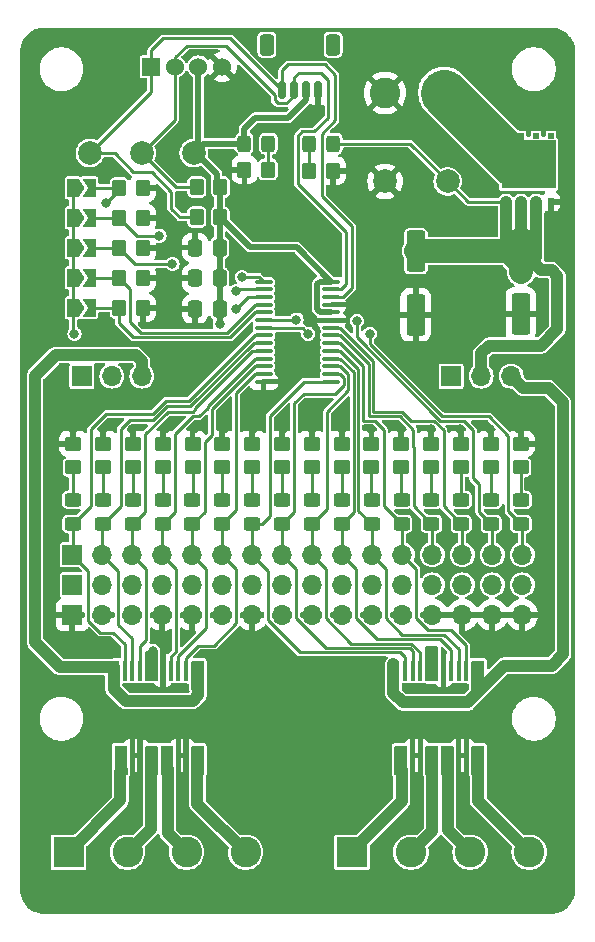
<source format=gbr>
%TF.GenerationSoftware,KiCad,Pcbnew,8.0.1*%
%TF.CreationDate,2024-04-15T16:31:12+02:00*%
%TF.ProjectId,ultimate_motor_board,756c7469-6d61-4746-955f-6d6f746f725f,0.1*%
%TF.SameCoordinates,Original*%
%TF.FileFunction,Copper,L1,Top*%
%TF.FilePolarity,Positive*%
%FSLAX46Y46*%
G04 Gerber Fmt 4.6, Leading zero omitted, Abs format (unit mm)*
G04 Created by KiCad (PCBNEW 8.0.1) date 2024-04-15 16:31:12*
%MOMM*%
%LPD*%
G01*
G04 APERTURE LIST*
G04 Aperture macros list*
%AMRoundRect*
0 Rectangle with rounded corners*
0 $1 Rounding radius*
0 $2 $3 $4 $5 $6 $7 $8 $9 X,Y pos of 4 corners*
0 Add a 4 corners polygon primitive as box body*
4,1,4,$2,$3,$4,$5,$6,$7,$8,$9,$2,$3,0*
0 Add four circle primitives for the rounded corners*
1,1,$1+$1,$2,$3*
1,1,$1+$1,$4,$5*
1,1,$1+$1,$6,$7*
1,1,$1+$1,$8,$9*
0 Add four rect primitives between the rounded corners*
20,1,$1+$1,$2,$3,$4,$5,0*
20,1,$1+$1,$4,$5,$6,$7,0*
20,1,$1+$1,$6,$7,$8,$9,0*
20,1,$1+$1,$8,$9,$2,$3,0*%
%AMFreePoly0*
4,1,6,1.000000,0.000000,0.500000,-0.750000,-0.500000,-0.750000,-0.500000,0.750000,0.500000,0.750000,1.000000,0.000000,1.000000,0.000000,$1*%
%AMFreePoly1*
4,1,6,0.500000,-0.750000,-0.650000,-0.750000,-0.150000,0.000000,-0.650000,0.750000,0.500000,0.750000,0.500000,-0.750000,0.500000,-0.750000,$1*%
G04 Aperture macros list end*
%TA.AperFunction,SMDPad,CuDef*%
%ADD10RoundRect,0.250000X-0.450000X0.325000X-0.450000X-0.325000X0.450000X-0.325000X0.450000X0.325000X0*%
%TD*%
%TA.AperFunction,SMDPad,CuDef*%
%ADD11RoundRect,0.250000X0.450000X-0.350000X0.450000X0.350000X-0.450000X0.350000X-0.450000X-0.350000X0*%
%TD*%
%TA.AperFunction,ComponentPad*%
%ADD12R,1.524000X1.524000*%
%TD*%
%TA.AperFunction,ComponentPad*%
%ADD13C,1.524000*%
%TD*%
%TA.AperFunction,SMDPad,CuDef*%
%ADD14R,0.450000X1.750000*%
%TD*%
%TA.AperFunction,SMDPad,CuDef*%
%ADD15RoundRect,0.250000X-0.350000X-0.450000X0.350000X-0.450000X0.350000X0.450000X-0.350000X0.450000X0*%
%TD*%
%TA.AperFunction,SMDPad,CuDef*%
%ADD16R,0.500000X0.650000*%
%TD*%
%TA.AperFunction,SMDPad,CuDef*%
%ADD17R,4.600000X4.120000*%
%TD*%
%TA.AperFunction,SMDPad,CuDef*%
%ADD18R,0.500000X0.550000*%
%TD*%
%TA.AperFunction,SMDPad,CuDef*%
%ADD19RoundRect,0.250000X-0.325000X-0.450000X0.325000X-0.450000X0.325000X0.450000X-0.325000X0.450000X0*%
%TD*%
%TA.AperFunction,SMDPad,CuDef*%
%ADD20FreePoly0,0.000000*%
%TD*%
%TA.AperFunction,SMDPad,CuDef*%
%ADD21FreePoly1,0.000000*%
%TD*%
%TA.AperFunction,SMDPad,CuDef*%
%ADD22RoundRect,0.250000X0.325000X0.450000X-0.325000X0.450000X-0.325000X-0.450000X0.325000X-0.450000X0*%
%TD*%
%TA.AperFunction,SMDPad,CuDef*%
%ADD23RoundRect,0.250000X-0.550000X1.500000X-0.550000X-1.500000X0.550000X-1.500000X0.550000X1.500000X0*%
%TD*%
%TA.AperFunction,SMDPad,CuDef*%
%ADD24C,2.000000*%
%TD*%
%TA.AperFunction,ComponentPad*%
%ADD25R,1.700000X1.700000*%
%TD*%
%TA.AperFunction,ComponentPad*%
%ADD26O,1.700000X1.700000*%
%TD*%
%TA.AperFunction,SMDPad,CuDef*%
%ADD27RoundRect,0.100000X-0.637500X-0.100000X0.637500X-0.100000X0.637500X0.100000X-0.637500X0.100000X0*%
%TD*%
%TA.AperFunction,SMDPad,CuDef*%
%ADD28RoundRect,0.250000X0.350000X0.450000X-0.350000X0.450000X-0.350000X-0.450000X0.350000X-0.450000X0*%
%TD*%
%TA.AperFunction,SMDPad,CuDef*%
%ADD29RoundRect,0.150000X0.150000X0.625000X-0.150000X0.625000X-0.150000X-0.625000X0.150000X-0.625000X0*%
%TD*%
%TA.AperFunction,SMDPad,CuDef*%
%ADD30RoundRect,0.250000X0.350000X0.650000X-0.350000X0.650000X-0.350000X-0.650000X0.350000X-0.650000X0*%
%TD*%
%TA.AperFunction,ComponentPad*%
%ADD31R,2.600000X2.600000*%
%TD*%
%TA.AperFunction,ComponentPad*%
%ADD32C,2.600000*%
%TD*%
%TA.AperFunction,SMDPad,CuDef*%
%ADD33RoundRect,0.250000X0.337500X0.475000X-0.337500X0.475000X-0.337500X-0.475000X0.337500X-0.475000X0*%
%TD*%
%TA.AperFunction,ViaPad*%
%ADD34C,0.800000*%
%TD*%
%TA.AperFunction,Conductor*%
%ADD35C,0.250000*%
%TD*%
%TA.AperFunction,Conductor*%
%ADD36C,0.500000*%
%TD*%
%TA.AperFunction,Conductor*%
%ADD37C,2.000000*%
%TD*%
%TA.AperFunction,Conductor*%
%ADD38C,1.000000*%
%TD*%
%TA.AperFunction,Conductor*%
%ADD39C,4.000000*%
%TD*%
G04 APERTURE END LIST*
D10*
%TO.P,D14,1,K*%
%TO.N,Net-(D14-K)*%
X132299682Y-89950000D03*
%TO.P,D14,2,A*%
%TO.N,PWM13*%
X132299682Y-92000000D03*
%TD*%
D11*
%TO.P,R20,1*%
%TO.N,Net-(D13-K)*%
X129750000Y-87200000D03*
%TO.P,R20,2*%
%TO.N,GND*%
X129750000Y-85200000D03*
%TD*%
%TO.P,R23,1*%
%TO.N,Net-(D16-K)*%
X137325000Y-87200000D03*
%TO.P,R23,2*%
%TO.N,GND*%
X137325000Y-85200000D03*
%TD*%
D12*
%TO.P,J1,1,Pin_1*%
%TO.N,SCL*%
X111100000Y-53300000D03*
D13*
%TO.P,J1,2,Pin_2*%
%TO.N,SDA*%
X113100000Y-53300000D03*
%TO.P,J1,3,Pin_3*%
%TO.N,VCC*%
X115100000Y-53300000D03*
%TO.P,J1,4,Pin_4*%
%TO.N,GND*%
X117100000Y-53300000D03*
%TD*%
D10*
%TO.P,D4,1,K*%
%TO.N,Net-(D4-K)*%
X107009062Y-89950000D03*
%TO.P,D4,2,A*%
%TO.N,PWM3*%
X107009062Y-92000000D03*
%TD*%
D11*
%TO.P,R12,1*%
%TO.N,Net-(D5-K)*%
X109550000Y-87200000D03*
%TO.P,R12,2*%
%TO.N,GND*%
X109550000Y-85200000D03*
%TD*%
%TO.P,R18,1*%
%TO.N,Net-(D11-K)*%
X124700000Y-87200000D03*
%TO.P,R18,2*%
%TO.N,GND*%
X124700000Y-85200000D03*
%TD*%
D10*
%TO.P,D15,1,K*%
%TO.N,Net-(D15-K)*%
X134828744Y-89950000D03*
%TO.P,D15,2,A*%
%TO.N,PWM14*%
X134828744Y-92000000D03*
%TD*%
%TO.P,D6,1,K*%
%TO.N,Net-(D6-K)*%
X112067186Y-89950000D03*
%TO.P,D6,2,A*%
%TO.N,PWM5*%
X112067186Y-92000000D03*
%TD*%
D14*
%TO.P,U2,1,AO1*%
%TO.N,M1A*%
X108200000Y-111620000D03*
%TO.P,U2,2,AO1*%
X108850000Y-111620000D03*
%TO.P,U2,3,PGND1*%
%TO.N,GND*%
X109500000Y-111620000D03*
%TO.P,U2,4,PGND1*%
X110150000Y-111620000D03*
%TO.P,U2,5,AO2*%
%TO.N,M1B*%
X110800000Y-111620000D03*
%TO.P,U2,6,AO2*%
X111450000Y-111620000D03*
%TO.P,U2,7,BO2*%
%TO.N,M2A*%
X112100000Y-111620000D03*
%TO.P,U2,8,BO2*%
X112750000Y-111620000D03*
%TO.P,U2,9,PGND2*%
%TO.N,GND*%
X113400000Y-111620000D03*
%TO.P,U2,10,PGND2*%
X114050000Y-111620000D03*
%TO.P,U2,11,BO1*%
%TO.N,M2B*%
X114700000Y-111620000D03*
%TO.P,U2,12,BO1*%
X115350000Y-111620000D03*
%TO.P,U2,13,VM2*%
%TO.N,Vmot2*%
X115350000Y-104420000D03*
%TO.P,U2,14,VM3*%
X114700000Y-104420000D03*
%TO.P,U2,15,PWMB*%
%TO.N,PWM7*%
X114050000Y-104420000D03*
%TO.P,U2,16,BIN2*%
%TO.N,PWM6*%
X113400000Y-104420000D03*
%TO.P,U2,17,BIN1*%
%TO.N,PWM5*%
X112750000Y-104420000D03*
%TO.P,U2,18,GND*%
%TO.N,GND*%
X112100000Y-104420000D03*
%TO.P,U2,19,STBY*%
%TO.N,VCC*%
X111450000Y-104420000D03*
%TO.P,U2,20,VCC*%
X110800000Y-104420000D03*
%TO.P,U2,21,AIN1*%
%TO.N,PWM4*%
X110150000Y-104420000D03*
%TO.P,U2,22,AIN2*%
%TO.N,PWM3*%
X109500000Y-104420000D03*
%TO.P,U2,23,PWMA*%
%TO.N,PWM2*%
X108850000Y-104420000D03*
%TO.P,U2,24,VM1*%
%TO.N,Vmot2*%
X108200000Y-104420000D03*
%TD*%
D11*
%TO.P,R13,1*%
%TO.N,Net-(D6-K)*%
X112075000Y-87200000D03*
%TO.P,R13,2*%
%TO.N,GND*%
X112075000Y-85200000D03*
%TD*%
D15*
%TO.P,R3,1*%
%TO.N,A1*%
X108400000Y-66100000D03*
%TO.P,R3,2*%
%TO.N,GND*%
X110400000Y-66100000D03*
%TD*%
D16*
%TO.P,Q1,1,S*%
%TO.N,+12V*%
X141145000Y-64730000D03*
%TO.P,Q1,2,S*%
X142415000Y-64730000D03*
%TO.P,Q1,3,S*%
X143685000Y-64730000D03*
%TO.P,Q1,4,G*%
%TO.N,GND*%
X144955000Y-64730000D03*
D17*
%TO.P,Q1,5,D*%
%TO.N,Net-(J4-Pin_1)*%
X143050000Y-61515000D03*
D18*
X141145000Y-59180000D03*
X142415000Y-59180000D03*
X143685000Y-59180000D03*
X144955000Y-59180000D03*
%TD*%
D19*
%TO.P,D2,1,K*%
%TO.N,Net-(D2-K)*%
X124475000Y-59800000D03*
%TO.P,D2,2,A*%
%TO.N,+12V*%
X126525000Y-59800000D03*
%TD*%
D11*
%TO.P,R21,1*%
%TO.N,Net-(D14-K)*%
X132275000Y-87200000D03*
%TO.P,R21,2*%
%TO.N,GND*%
X132275000Y-85200000D03*
%TD*%
%TO.P,R19,1*%
%TO.N,Net-(D12-K)*%
X127225000Y-87200000D03*
%TO.P,R19,2*%
%TO.N,GND*%
X127225000Y-85200000D03*
%TD*%
%TO.P,R22,1*%
%TO.N,Net-(D15-K)*%
X134800000Y-87200000D03*
%TO.P,R22,2*%
%TO.N,GND*%
X134800000Y-85200000D03*
%TD*%
D10*
%TO.P,D5,1,K*%
%TO.N,Net-(D5-K)*%
X109538124Y-89950000D03*
%TO.P,D5,2,A*%
%TO.N,PWM4*%
X109538124Y-92000000D03*
%TD*%
D20*
%TO.P,JP5,1,A*%
%TO.N,VCC*%
X104475000Y-73700000D03*
D21*
%TO.P,JP5,2,B*%
%TO.N,A4*%
X105925000Y-73700000D03*
%TD*%
D20*
%TO.P,JP3,1,A*%
%TO.N,VCC*%
X104475000Y-68620000D03*
D21*
%TO.P,JP3,2,B*%
%TO.N,A0*%
X105925000Y-68620000D03*
%TD*%
D11*
%TO.P,R16,1*%
%TO.N,Net-(D9-K)*%
X119650000Y-87200000D03*
%TO.P,R16,2*%
%TO.N,GND*%
X119650000Y-85200000D03*
%TD*%
D10*
%TO.P,D10,1,K*%
%TO.N,Net-(D10-K)*%
X122183434Y-89950000D03*
%TO.P,D10,2,A*%
%TO.N,PWM9*%
X122183434Y-92000000D03*
%TD*%
%TO.P,D18,1,K*%
%TO.N,Net-(D18-K)*%
X142415930Y-89950000D03*
%TO.P,D18,2,A*%
%TO.N,PWM1*%
X142415930Y-92000000D03*
%TD*%
D11*
%TO.P,R11,1*%
%TO.N,Net-(D4-K)*%
X107025000Y-87200000D03*
%TO.P,R11,2*%
%TO.N,GND*%
X107025000Y-85200000D03*
%TD*%
%TO.P,R15,1*%
%TO.N,Net-(D8-K)*%
X117125000Y-87200000D03*
%TO.P,R15,2*%
%TO.N,GND*%
X117125000Y-85200000D03*
%TD*%
D10*
%TO.P,D11,1,K*%
%TO.N,Net-(D11-K)*%
X124712496Y-89950000D03*
%TO.P,D11,2,A*%
%TO.N,PWM10*%
X124712496Y-92000000D03*
%TD*%
D22*
%TO.P,D1,1,K*%
%TO.N,Net-(D1-K)*%
X121025000Y-59800000D03*
%TO.P,D1,2,A*%
%TO.N,VCC*%
X118975000Y-59800000D03*
%TD*%
D23*
%TO.P,C1,1*%
%TO.N,+12V*%
X142400000Y-68800000D03*
%TO.P,C1,2*%
%TO.N,GND*%
X142400000Y-74200000D03*
%TD*%
D24*
%TO.P,TP5,1,1*%
%TO.N,SCL*%
X105900000Y-60600000D03*
%TD*%
D11*
%TO.P,R14,1*%
%TO.N,Net-(D7-K)*%
X114600000Y-87200000D03*
%TO.P,R14,2*%
%TO.N,GND*%
X114600000Y-85200000D03*
%TD*%
D20*
%TO.P,JP2,1,A*%
%TO.N,VCC*%
X104475000Y-66080000D03*
D21*
%TO.P,JP2,2,B*%
%TO.N,A1*%
X105925000Y-66080000D03*
%TD*%
D25*
%TO.P,J2,1,Pin_1*%
%TO.N,SERVO1*%
X136500000Y-79500000D03*
D26*
%TO.P,J2,2,Pin_2*%
%TO.N,+12V*%
X139040000Y-79500000D03*
%TO.P,J2,3,Pin_3*%
%TO.N,Vmot1*%
X141580000Y-79500000D03*
%TD*%
D24*
%TO.P,TP3,1,1*%
%TO.N,GND*%
X130900000Y-63000000D03*
%TD*%
D10*
%TO.P,D7,1,K*%
%TO.N,Net-(D7-K)*%
X114596248Y-89950000D03*
%TO.P,D7,2,A*%
%TO.N,PWM6*%
X114596248Y-92000000D03*
%TD*%
D20*
%TO.P,JP1,1,A*%
%TO.N,VCC*%
X104475000Y-63540000D03*
D21*
%TO.P,JP1,2,B*%
%TO.N,A2*%
X105925000Y-63540000D03*
%TD*%
D11*
%TO.P,R17,1*%
%TO.N,Net-(D10-K)*%
X122175000Y-87200000D03*
%TO.P,R17,2*%
%TO.N,GND*%
X122175000Y-85200000D03*
%TD*%
D27*
%TO.P,U1,1,A0*%
%TO.N,A0*%
X120637500Y-71500000D03*
%TO.P,U1,2,A1*%
%TO.N,A1*%
X120637500Y-72150000D03*
%TO.P,U1,3,A2*%
%TO.N,A2*%
X120637500Y-72800000D03*
%TO.P,U1,4,A3*%
%TO.N,A3*%
X120637500Y-73450000D03*
%TO.P,U1,5,A4*%
%TO.N,A4*%
X120637500Y-74100000D03*
%TO.P,U1,6,LED0*%
%TO.N,PWM0*%
X120637500Y-74750000D03*
%TO.P,U1,7,LED1*%
%TO.N,PWM1*%
X120637500Y-75400000D03*
%TO.P,U1,8,LED2*%
%TO.N,PWM2*%
X120637500Y-76050000D03*
%TO.P,U1,9,LED3*%
%TO.N,PWM3*%
X120637500Y-76700000D03*
%TO.P,U1,10,LED4*%
%TO.N,PWM4*%
X120637500Y-77350000D03*
%TO.P,U1,11,LED5*%
%TO.N,PWM5*%
X120637500Y-78000000D03*
%TO.P,U1,12,LED6*%
%TO.N,PWM6*%
X120637500Y-78650000D03*
%TO.P,U1,13,LED7*%
%TO.N,PWM7*%
X120637500Y-79300000D03*
%TO.P,U1,14,VSS*%
%TO.N,GND*%
X120637500Y-79950000D03*
%TO.P,U1,15,LED8*%
%TO.N,PWM8*%
X126362500Y-79950000D03*
%TO.P,U1,16,LED9*%
%TO.N,PWM9*%
X126362500Y-79300000D03*
%TO.P,U1,17,LED10*%
%TO.N,PWM10*%
X126362500Y-78650000D03*
%TO.P,U1,18,LED11*%
%TO.N,PWM11*%
X126362500Y-78000000D03*
%TO.P,U1,19,LED12*%
%TO.N,PWM12*%
X126362500Y-77350000D03*
%TO.P,U1,20,LED13*%
%TO.N,PWM13*%
X126362500Y-76700000D03*
%TO.P,U1,21,LED14*%
%TO.N,PWM14*%
X126362500Y-76050000D03*
%TO.P,U1,22,LED15*%
%TO.N,PWM15*%
X126362500Y-75400000D03*
%TO.P,U1,23,~{OE}*%
%TO.N,GND*%
X126362500Y-74750000D03*
%TO.P,U1,24,A5*%
%TO.N,VCC*%
X126362500Y-74100000D03*
%TO.P,U1,25,EXTCLK*%
%TO.N,GND*%
X126362500Y-73450000D03*
%TO.P,U1,26,SCL*%
%TO.N,SCL*%
X126362500Y-72800000D03*
%TO.P,U1,27,SDA*%
%TO.N,SDA*%
X126362500Y-72150000D03*
%TO.P,U1,28,VDD*%
%TO.N,VCC*%
X126362500Y-71500000D03*
%TD*%
D10*
%TO.P,D8,1,K*%
%TO.N,Net-(D8-K)*%
X117125310Y-89950000D03*
%TO.P,D8,2,A*%
%TO.N,PWM7*%
X117125310Y-92000000D03*
%TD*%
D24*
%TO.P,TP2,1,1*%
%TO.N,VCC*%
X114700000Y-60600000D03*
%TD*%
D10*
%TO.P,D13,1,K*%
%TO.N,Net-(D13-K)*%
X129770620Y-89950000D03*
%TO.P,D13,2,A*%
%TO.N,PWM12*%
X129770620Y-92000000D03*
%TD*%
D15*
%TO.P,R6,1*%
%TO.N,A3*%
X108400000Y-71180000D03*
%TO.P,R6,2*%
%TO.N,GND*%
X110400000Y-71180000D03*
%TD*%
D25*
%TO.P,J8,1,Pin_1*%
%TO.N,SERVO*%
X104420000Y-97160000D03*
D26*
%TO.P,J8,2,Pin_2*%
X106960000Y-97160000D03*
%TO.P,J8,3,Pin_3*%
X109500000Y-97160000D03*
%TO.P,J8,4,Pin_4*%
X112040000Y-97160000D03*
%TO.P,J8,5,Pin_5*%
X114580000Y-97160000D03*
%TO.P,J8,6,Pin_6*%
X117120000Y-97160000D03*
%TO.P,J8,7,Pin_7*%
%TO.N,SERVO1*%
X119660000Y-97160000D03*
%TO.P,J8,8,Pin_8*%
X122200000Y-97160000D03*
%TO.P,J8,9,Pin_9*%
X124740000Y-97160000D03*
%TO.P,J8,10,Pin_10*%
X127280000Y-97160000D03*
%TO.P,J8,11,Pin_11*%
X129820000Y-97160000D03*
%TO.P,J8,12,Pin_12*%
X132360000Y-97160000D03*
%TO.P,J8,13,Pin_13*%
%TO.N,+12V*%
X134900000Y-97160000D03*
%TO.P,J8,14,Pin_14*%
X137440000Y-97160000D03*
%TO.P,J8,15,Pin_15*%
X139980000Y-97160000D03*
%TO.P,J8,16,Pin_16*%
X142520000Y-97160000D03*
%TD*%
D15*
%TO.P,R1,1*%
%TO.N,A2*%
X108400000Y-63560000D03*
%TO.P,R1,2*%
%TO.N,GND*%
X110400000Y-63560000D03*
%TD*%
D20*
%TO.P,JP4,1,A*%
%TO.N,VCC*%
X104475000Y-71160000D03*
D21*
%TO.P,JP4,2,B*%
%TO.N,A3*%
X105925000Y-71160000D03*
%TD*%
D28*
%TO.P,R4,1*%
%TO.N,VCC*%
X116962500Y-66027500D03*
%TO.P,R4,2*%
%TO.N,SCL*%
X114962500Y-66027500D03*
%TD*%
D24*
%TO.P,TP1,1,1*%
%TO.N,+12V*%
X136200000Y-63000000D03*
%TD*%
D29*
%TO.P,J10,1,Pin_1*%
%TO.N,GND*%
X125200000Y-55300000D03*
%TO.P,J10,2,Pin_2*%
%TO.N,VCC*%
X124200000Y-55300000D03*
%TO.P,J10,3,Pin_3*%
%TO.N,SDA*%
X123200000Y-55300000D03*
%TO.P,J10,4,Pin_4*%
%TO.N,SCL*%
X122200000Y-55300000D03*
D30*
%TO.P,J10,MP*%
%TO.N,N/C*%
X126500000Y-51425000D03*
X120900000Y-51425000D03*
%TD*%
D31*
%TO.P,J4,1,Pin_1*%
%TO.N,Net-(J4-Pin_1)*%
X135900000Y-55500000D03*
D32*
%TO.P,J4,2,Pin_2*%
%TO.N,GND*%
X130900000Y-55500000D03*
%TD*%
D10*
%TO.P,D16,1,K*%
%TO.N,Net-(D16-K)*%
X137357806Y-89950000D03*
%TO.P,D16,2,A*%
%TO.N,PWM15*%
X137357806Y-92000000D03*
%TD*%
D33*
%TO.P,C4,1*%
%TO.N,VCC*%
X116900000Y-71202500D03*
%TO.P,C4,2*%
%TO.N,GND*%
X114825000Y-71202500D03*
%TD*%
D24*
%TO.P,TP4,1,1*%
%TO.N,SDA*%
X110300000Y-60600000D03*
%TD*%
D28*
%TO.P,R2,1*%
%TO.N,VCC*%
X116962500Y-63485000D03*
%TO.P,R2,2*%
%TO.N,SDA*%
X114962500Y-63485000D03*
%TD*%
%TO.P,R8,1*%
%TO.N,Net-(D1-K)*%
X121000000Y-62000000D03*
%TO.P,R8,2*%
%TO.N,GND*%
X119000000Y-62000000D03*
%TD*%
D15*
%TO.P,R9,1*%
%TO.N,Net-(D2-K)*%
X124500000Y-62100000D03*
%TO.P,R9,2*%
%TO.N,GND*%
X126500000Y-62100000D03*
%TD*%
D11*
%TO.P,R24,1*%
%TO.N,Net-(D17-K)*%
X139850000Y-87200000D03*
%TO.P,R24,2*%
%TO.N,GND*%
X139850000Y-85200000D03*
%TD*%
D15*
%TO.P,R5,1*%
%TO.N,A0*%
X108400000Y-68640000D03*
%TO.P,R5,2*%
%TO.N,GND*%
X110400000Y-68640000D03*
%TD*%
D14*
%TO.P,U3,1,AO1*%
%TO.N,M3A*%
X131925000Y-111620000D03*
%TO.P,U3,2,AO1*%
X132575000Y-111620000D03*
%TO.P,U3,3,PGND1*%
%TO.N,GND*%
X133225000Y-111620000D03*
%TO.P,U3,4,PGND1*%
X133875000Y-111620000D03*
%TO.P,U3,5,AO2*%
%TO.N,M3B*%
X134525000Y-111620000D03*
%TO.P,U3,6,AO2*%
X135175000Y-111620000D03*
%TO.P,U3,7,BO2*%
%TO.N,M4A*%
X135825000Y-111620000D03*
%TO.P,U3,8,BO2*%
X136475000Y-111620000D03*
%TO.P,U3,9,PGND2*%
%TO.N,GND*%
X137125000Y-111620000D03*
%TO.P,U3,10,PGND2*%
X137775000Y-111620000D03*
%TO.P,U3,11,BO1*%
%TO.N,M4B*%
X138425000Y-111620000D03*
%TO.P,U3,12,BO1*%
X139075000Y-111620000D03*
%TO.P,U3,13,VM2*%
%TO.N,Vmot1*%
X139075000Y-104420000D03*
%TO.P,U3,14,VM3*%
X138425000Y-104420000D03*
%TO.P,U3,15,PWMB*%
%TO.N,PWM13*%
X137775000Y-104420000D03*
%TO.P,U3,16,BIN2*%
%TO.N,PWM12*%
X137125000Y-104420000D03*
%TO.P,U3,17,BIN1*%
%TO.N,PWM11*%
X136475000Y-104420000D03*
%TO.P,U3,18,GND*%
%TO.N,GND*%
X135825000Y-104420000D03*
%TO.P,U3,19,STBY*%
%TO.N,VCC*%
X135175000Y-104420000D03*
%TO.P,U3,20,VCC*%
X134525000Y-104420000D03*
%TO.P,U3,21,AIN1*%
%TO.N,PWM10*%
X133875000Y-104420000D03*
%TO.P,U3,22,AIN2*%
%TO.N,PWM9*%
X133225000Y-104420000D03*
%TO.P,U3,23,PWMA*%
%TO.N,PWM8*%
X132575000Y-104420000D03*
%TO.P,U3,24,VM1*%
%TO.N,Vmot1*%
X131925000Y-104420000D03*
%TD*%
D11*
%TO.P,R10,1*%
%TO.N,Net-(D3-K)*%
X104500000Y-87200000D03*
%TO.P,R10,2*%
%TO.N,GND*%
X104500000Y-85200000D03*
%TD*%
D10*
%TO.P,D3,1,K*%
%TO.N,Net-(D3-K)*%
X104480000Y-89950000D03*
%TO.P,D3,2,A*%
%TO.N,PWM2*%
X104480000Y-92000000D03*
%TD*%
D31*
%TO.P,J6,1,Pin_1*%
%TO.N,M3A*%
X128100000Y-119800000D03*
D32*
%TO.P,J6,2,Pin_2*%
%TO.N,M3B*%
X133100000Y-119800000D03*
%TO.P,J6,3,Pin_3*%
%TO.N,M4A*%
X138100000Y-119800000D03*
%TO.P,J6,4,Pin_4*%
%TO.N,M4B*%
X143100000Y-119800000D03*
%TD*%
D10*
%TO.P,D17,1,K*%
%TO.N,Net-(D17-K)*%
X139886868Y-89950000D03*
%TO.P,D17,2,A*%
%TO.N,PWM0*%
X139886868Y-92000000D03*
%TD*%
D31*
%TO.P,J5,1,Pin_1*%
%TO.N,M1A*%
X104100000Y-119800000D03*
D32*
%TO.P,J5,2,Pin_2*%
%TO.N,M1B*%
X109100000Y-119800000D03*
%TO.P,J5,3,Pin_3*%
%TO.N,M2A*%
X114100000Y-119800000D03*
%TO.P,J5,4,Pin_4*%
%TO.N,M2B*%
X119100000Y-119800000D03*
%TD*%
D25*
%TO.P,J3,1,Pin_1*%
%TO.N,SERVO*%
X105225000Y-79500000D03*
D26*
%TO.P,J3,2,Pin_2*%
%TO.N,+12V*%
X107765000Y-79500000D03*
%TO.P,J3,3,Pin_3*%
%TO.N,Vmot2*%
X110305000Y-79500000D03*
%TD*%
D10*
%TO.P,D9,1,K*%
%TO.N,Net-(D9-K)*%
X119654372Y-89950000D03*
%TO.P,D9,2,A*%
%TO.N,PWM8*%
X119654372Y-92000000D03*
%TD*%
D23*
%TO.P,C2,1*%
%TO.N,+12V*%
X133500000Y-68900000D03*
%TO.P,C2,2*%
%TO.N,GND*%
X133500000Y-74300000D03*
%TD*%
D25*
%TO.P,J9,1,Pin_1*%
%TO.N,GND*%
X104420000Y-99700000D03*
D26*
%TO.P,J9,2,Pin_2*%
X106960000Y-99700000D03*
%TO.P,J9,3,Pin_3*%
X109500000Y-99700000D03*
%TO.P,J9,4,Pin_4*%
X112040000Y-99700000D03*
%TO.P,J9,5,Pin_5*%
X114580000Y-99700000D03*
%TO.P,J9,6,Pin_6*%
X117120000Y-99700000D03*
%TO.P,J9,7,Pin_7*%
X119660000Y-99700000D03*
%TO.P,J9,8,Pin_8*%
X122200000Y-99700000D03*
%TO.P,J9,9,Pin_9*%
X124740000Y-99700000D03*
%TO.P,J9,10,Pin_10*%
X127280000Y-99700000D03*
%TO.P,J9,11,Pin_11*%
X129820000Y-99700000D03*
%TO.P,J9,12,Pin_12*%
X132360000Y-99700000D03*
%TO.P,J9,13,Pin_13*%
X134900000Y-99700000D03*
%TO.P,J9,14,Pin_14*%
X137440000Y-99700000D03*
%TO.P,J9,15,Pin_15*%
X139980000Y-99700000D03*
%TO.P,J9,16,Pin_16*%
X142520000Y-99700000D03*
%TD*%
D33*
%TO.P,C3,1*%
%TO.N,VCC*%
X116900000Y-73805000D03*
%TO.P,C3,2*%
%TO.N,GND*%
X114825000Y-73805000D03*
%TD*%
%TO.P,C5,1*%
%TO.N,VCC*%
X116900000Y-68600000D03*
%TO.P,C5,2*%
%TO.N,GND*%
X114825000Y-68600000D03*
%TD*%
D25*
%TO.P,J7,1,Pin_1*%
%TO.N,PWM2*%
X104420000Y-94620000D03*
D26*
%TO.P,J7,2,Pin_2*%
%TO.N,PWM3*%
X106960000Y-94620000D03*
%TO.P,J7,3,Pin_3*%
%TO.N,PWM4*%
X109500000Y-94620000D03*
%TO.P,J7,4,Pin_4*%
%TO.N,PWM5*%
X112040000Y-94620000D03*
%TO.P,J7,5,Pin_5*%
%TO.N,PWM6*%
X114580000Y-94620000D03*
%TO.P,J7,6,Pin_6*%
%TO.N,PWM7*%
X117120000Y-94620000D03*
%TO.P,J7,7,Pin_7*%
%TO.N,PWM8*%
X119660000Y-94620000D03*
%TO.P,J7,8,Pin_8*%
%TO.N,PWM9*%
X122200000Y-94620000D03*
%TO.P,J7,9,Pin_9*%
%TO.N,PWM10*%
X124740000Y-94620000D03*
%TO.P,J7,10,Pin_10*%
%TO.N,PWM11*%
X127280000Y-94620000D03*
%TO.P,J7,11,Pin_11*%
%TO.N,PWM12*%
X129820000Y-94620000D03*
%TO.P,J7,12,Pin_12*%
%TO.N,PWM13*%
X132360000Y-94620000D03*
%TO.P,J7,13,Pin_13*%
%TO.N,PWM14*%
X134900000Y-94620000D03*
%TO.P,J7,14,Pin_14*%
%TO.N,PWM15*%
X137440000Y-94620000D03*
%TO.P,J7,15,Pin_15*%
%TO.N,PWM0*%
X139980000Y-94620000D03*
%TO.P,J7,16,Pin_16*%
%TO.N,PWM1*%
X142520000Y-94620000D03*
%TD*%
D10*
%TO.P,D12,1,K*%
%TO.N,Net-(D12-K)*%
X127241558Y-89950000D03*
%TO.P,D12,2,A*%
%TO.N,PWM11*%
X127241558Y-92000000D03*
%TD*%
D11*
%TO.P,R25,1*%
%TO.N,Net-(D18-K)*%
X142375000Y-87200000D03*
%TO.P,R25,2*%
%TO.N,GND*%
X142375000Y-85200000D03*
%TD*%
D15*
%TO.P,R7,1*%
%TO.N,A4*%
X108400000Y-73720000D03*
%TO.P,R7,2*%
%TO.N,GND*%
X110400000Y-73720000D03*
%TD*%
D34*
%TO.N,VCC*%
X134750000Y-102750000D03*
X116900000Y-75100000D03*
X111250000Y-102750000D03*
X104600000Y-75900000D03*
%TO.N,PWM0*%
X128500000Y-74800000D03*
X123400000Y-74700000D03*
%TO.N,PWM1*%
X124400000Y-75900000D03*
X129600000Y-75900000D03*
%TO.N,GND*%
X117250000Y-84000000D03*
X120300000Y-56500000D03*
X126500000Y-68100000D03*
X104500000Y-84000000D03*
X124750000Y-84000000D03*
X122600000Y-59700000D03*
X112250000Y-84000000D03*
X117100000Y-61000000D03*
X112700000Y-60800000D03*
X142250000Y-84000000D03*
X109500000Y-84000000D03*
X114750000Y-84000000D03*
X139750000Y-84000000D03*
X137250000Y-84000000D03*
X137300000Y-105900000D03*
X117300000Y-55200000D03*
X124800000Y-57400000D03*
X129750000Y-84000000D03*
X134000000Y-105900000D03*
X122600000Y-62000000D03*
X122300000Y-65600000D03*
X132250000Y-84000000D03*
X113800000Y-58700000D03*
X116300000Y-58500000D03*
X119750000Y-84000000D03*
X122250000Y-84000000D03*
X134750000Y-84000000D03*
X127250000Y-84000000D03*
X107000000Y-84000000D03*
X114100000Y-55100000D03*
%TO.N,A2*%
X107300000Y-64800000D03*
X118300000Y-73800000D03*
%TO.N,A1*%
X111800000Y-67600000D03*
X118300000Y-72300000D03*
%TO.N,A0*%
X112900000Y-70000000D03*
X118800000Y-71100000D03*
%TD*%
D35*
%TO.N,Net-(D1-K)*%
X121025000Y-59800000D02*
X121025000Y-61975000D01*
X121025000Y-61975000D02*
X121000000Y-62000000D01*
D36*
%TO.N,VCC*%
X116900000Y-63547500D02*
X116962500Y-63485000D01*
X126362500Y-74100000D02*
X125408308Y-74100000D01*
X122674999Y-57600000D02*
X119900000Y-57600000D01*
D35*
X104475000Y-75775000D02*
X104600000Y-75900000D01*
D36*
X111250000Y-102750000D02*
X111250000Y-104220000D01*
X115500000Y-59800000D02*
X114700000Y-60600000D01*
X125408308Y-74100000D02*
X125150462Y-73842154D01*
X119900000Y-57600000D02*
X118975000Y-58525000D01*
X118975000Y-58525000D02*
X118975000Y-59800000D01*
X116962500Y-63485000D02*
X116637500Y-63160000D01*
X125150462Y-71700000D02*
X125350462Y-71500000D01*
D35*
X104475000Y-63540000D02*
X104475000Y-73700000D01*
D36*
X116900000Y-73805000D02*
X116900000Y-63547500D01*
X123405000Y-68542500D02*
X119477500Y-68542500D01*
X119477500Y-68542500D02*
X116962500Y-66027500D01*
X124200000Y-55300000D02*
X124200000Y-56074999D01*
X126362500Y-71500000D02*
X123405000Y-68542500D01*
X116900000Y-75100000D02*
X116900000Y-73805000D01*
X125150462Y-73842154D02*
X125150462Y-71700000D01*
X115100000Y-60800000D02*
X115100000Y-53300000D01*
X125350462Y-71500000D02*
X126362500Y-71500000D01*
X116637500Y-62337500D02*
X115100000Y-60800000D01*
X116637500Y-63160000D02*
X116637500Y-62337500D01*
X124200000Y-56074999D02*
X122674999Y-57600000D01*
D35*
X104475000Y-73700000D02*
X104475000Y-75775000D01*
D36*
X118975000Y-59800000D02*
X115500000Y-59800000D01*
D35*
%TO.N,Net-(D2-K)*%
X124475000Y-59800000D02*
X124475000Y-62075000D01*
X124475000Y-62075000D02*
X124500000Y-62100000D01*
D37*
%TO.N,+12V*%
X142400000Y-70670000D02*
X142400000Y-68800000D01*
D38*
X143685000Y-64730000D02*
X143685000Y-69415000D01*
D35*
X136200000Y-63000000D02*
X137930000Y-64730000D01*
X126525000Y-59800000D02*
X133000000Y-59800000D01*
D38*
X144100000Y-76900000D02*
X145500000Y-75500000D01*
X145000000Y-70500000D02*
X144100000Y-70500000D01*
D37*
X142300000Y-68900000D02*
X142400000Y-68800000D01*
D38*
X141145000Y-64730000D02*
X141145000Y-69415000D01*
X139040000Y-79500000D02*
X139040000Y-77560000D01*
X139700000Y-76900000D02*
X144100000Y-76900000D01*
X139040000Y-77560000D02*
X139700000Y-76900000D01*
D35*
X133000000Y-59800000D02*
X136200000Y-63000000D01*
D38*
X144100000Y-70500000D02*
X142400000Y-68800000D01*
X141145000Y-69415000D02*
X142415000Y-70685000D01*
D37*
X133500000Y-68900000D02*
X142300000Y-68900000D01*
D38*
X145500000Y-71000000D02*
X145000000Y-70500000D01*
X143685000Y-69415000D02*
X142415000Y-70685000D01*
D37*
X142415000Y-70685000D02*
X142400000Y-70670000D01*
D38*
X145500000Y-75500000D02*
X145500000Y-71000000D01*
X142415000Y-64730000D02*
X142415000Y-70685000D01*
D35*
X137930000Y-64730000D02*
X141145000Y-64730000D01*
%TO.N,Net-(D3-K)*%
X104480000Y-87220000D02*
X104500000Y-87200000D01*
X104480000Y-89950000D02*
X104480000Y-87220000D01*
%TO.N,PWM2*%
X105785000Y-95985000D02*
X105785000Y-100186701D01*
X107274695Y-82700000D02*
X111233684Y-82700000D01*
X105984062Y-83990633D02*
X107274695Y-82700000D01*
X106798299Y-101200000D02*
X107900000Y-101200000D01*
X111233684Y-82700000D02*
X112333684Y-81600000D01*
X104480000Y-94560000D02*
X104420000Y-94620000D01*
X104480000Y-92000000D02*
X104480000Y-94560000D01*
X119850000Y-76050000D02*
X120637500Y-76050000D01*
X112333684Y-81600000D02*
X114300000Y-81600000D01*
X108850000Y-102150000D02*
X108850000Y-104420000D01*
X104420000Y-94620000D02*
X105785000Y-95985000D01*
X107900000Y-101200000D02*
X108850000Y-102150000D01*
X105984062Y-90495938D02*
X105984062Y-83990633D01*
X104480000Y-92000000D02*
X105984062Y-90495938D01*
X105785000Y-100186701D02*
X106798299Y-101200000D01*
X114300000Y-81600000D02*
X119850000Y-76050000D01*
%TO.N,Net-(D4-K)*%
X107025000Y-87200000D02*
X107025000Y-89934062D01*
X107025000Y-89934062D02*
X107009062Y-89950000D01*
%TO.N,PWM3*%
X109274695Y-83200000D02*
X111266842Y-83200000D01*
X109500000Y-101700000D02*
X109500000Y-104420000D01*
X107009062Y-92000000D02*
X108513124Y-90495938D01*
X106960000Y-94620000D02*
X108325000Y-95985000D01*
X112423000Y-82043842D02*
X114423000Y-82043842D01*
X114423000Y-82043842D02*
X119766842Y-76700000D01*
X106960000Y-94620000D02*
X106960000Y-92049062D01*
X106960000Y-92049062D02*
X107009062Y-92000000D01*
X108513124Y-90495938D02*
X108513124Y-83961571D01*
X108513124Y-83961571D02*
X109274695Y-83200000D01*
X108325000Y-100525000D02*
X109500000Y-101700000D01*
X108325000Y-95985000D02*
X108325000Y-100525000D01*
X111266842Y-83200000D02*
X112423000Y-82043842D01*
X119766842Y-76700000D02*
X120637500Y-76700000D01*
%TO.N,Net-(D5-K)*%
X109550000Y-89938124D02*
X109538124Y-89950000D01*
X109550000Y-87200000D02*
X109550000Y-89938124D01*
%TO.N,PWM4*%
X109500000Y-94620000D02*
X110675000Y-95795000D01*
X114600000Y-82500000D02*
X112500000Y-82500000D01*
X110150000Y-102350000D02*
X110150000Y-104420000D01*
X109500000Y-94620000D02*
X109500000Y-92038124D01*
X119650000Y-77350000D02*
X114800000Y-82200000D01*
X110575000Y-90963124D02*
X109538124Y-92000000D01*
X110575000Y-84425000D02*
X110575000Y-90963124D01*
X114800000Y-82300000D02*
X114600000Y-82500000D01*
X110675000Y-101825000D02*
X110150000Y-102350000D01*
X112500000Y-82500000D02*
X110575000Y-84425000D01*
X110675000Y-95795000D02*
X110675000Y-101825000D01*
X120637500Y-77350000D02*
X119650000Y-77350000D01*
X114800000Y-82200000D02*
X114800000Y-82300000D01*
X109500000Y-92038124D02*
X109538124Y-92000000D01*
%TO.N,Net-(D6-K)*%
X112075000Y-89942186D02*
X112067186Y-89950000D01*
X112075000Y-87200000D02*
X112075000Y-89942186D01*
%TO.N,PWM5*%
X112040000Y-94620000D02*
X112040000Y-92027186D01*
X115877000Y-82023001D02*
X119900001Y-78000000D01*
X112040000Y-92027186D02*
X112067186Y-92000000D01*
X114623000Y-82877000D02*
X115156158Y-82877000D01*
X112040000Y-94620000D02*
X113215000Y-95795000D01*
X119900001Y-78000000D02*
X120637500Y-78000000D01*
X113215000Y-102785000D02*
X112750000Y-103250000D01*
X112067186Y-92000000D02*
X113100000Y-90967186D01*
X112750000Y-103250000D02*
X112750000Y-104420000D01*
X115877000Y-82156158D02*
X115877000Y-82023001D01*
X113100000Y-90967186D02*
X113100000Y-84400000D01*
X113215000Y-95795000D02*
X113215000Y-102785000D01*
X115156158Y-82877000D02*
X115877000Y-82156158D01*
X113100000Y-84400000D02*
X114623000Y-82877000D01*
%TO.N,Net-(D7-K)*%
X114600000Y-87200000D02*
X114600000Y-89946248D01*
X114600000Y-89946248D02*
X114596248Y-89950000D01*
%TO.N,PWM6*%
X119850000Y-78650000D02*
X116254000Y-82246000D01*
X116254000Y-84450900D02*
X115625000Y-85079900D01*
X115625000Y-85079900D02*
X115625000Y-90971248D01*
X114580000Y-92016248D02*
X114596248Y-92000000D01*
X113400000Y-103200000D02*
X113400000Y-104420000D01*
X115625000Y-90971248D02*
X114596248Y-92000000D01*
X120637500Y-78650000D02*
X119850000Y-78650000D01*
X116254000Y-82246000D02*
X116254000Y-84450900D01*
X115755000Y-95795000D02*
X115755000Y-100845000D01*
X115755000Y-100845000D02*
X113400000Y-103200000D01*
X114580000Y-94620000D02*
X115755000Y-95795000D01*
X114580000Y-94620000D02*
X114580000Y-92016248D01*
%TO.N,Net-(D8-K)*%
X117125000Y-87200000D02*
X117125000Y-89949690D01*
X117125000Y-89949690D02*
X117125310Y-89950000D01*
%TO.N,PWM7*%
X118270000Y-90855310D02*
X117125310Y-92000000D01*
X118295000Y-100405000D02*
X116400000Y-102300000D01*
X119900001Y-79300000D02*
X118270000Y-80930001D01*
X115070000Y-102300000D02*
X114050000Y-103320000D01*
X120637500Y-79300000D02*
X119900001Y-79300000D01*
X114050000Y-103320000D02*
X114050000Y-104420000D01*
X117120000Y-94620000D02*
X117120000Y-92005310D01*
X118295000Y-95795000D02*
X118295000Y-100405000D01*
X117120000Y-92005310D02*
X117125310Y-92000000D01*
X118270000Y-80930001D02*
X118270000Y-90855310D01*
X117120000Y-94620000D02*
X118295000Y-95795000D01*
X116400000Y-102300000D02*
X115070000Y-102300000D01*
%TO.N,Net-(D9-K)*%
X119650000Y-89945628D02*
X119654372Y-89950000D01*
X119650000Y-87200000D02*
X119650000Y-89945628D01*
%TO.N,PWM8*%
X132575000Y-104400000D02*
X132575000Y-103275000D01*
X120500000Y-92000000D02*
X121158434Y-91341566D01*
X121000000Y-95960000D02*
X119660000Y-94620000D01*
X119654372Y-92000000D02*
X120500000Y-92000000D01*
X124050000Y-79950000D02*
X126362500Y-79950000D01*
X119660000Y-94620000D02*
X119660000Y-92005628D01*
X119660000Y-92005628D02*
X119654372Y-92000000D01*
X132185000Y-102885000D02*
X123723299Y-102885000D01*
X121158434Y-91341566D02*
X121158434Y-89379900D01*
X121158434Y-89379900D02*
X121150000Y-89371466D01*
X123723299Y-102885000D02*
X121000000Y-100161701D01*
X121150000Y-82850000D02*
X124050000Y-79950000D01*
X121000000Y-100161701D02*
X121000000Y-95960000D01*
X132575000Y-103275000D02*
X132185000Y-102885000D01*
X121150000Y-89371466D02*
X121150000Y-82850000D01*
%TO.N,Net-(D10-K)*%
X122175000Y-87200000D02*
X122175000Y-89941566D01*
X122175000Y-89941566D02*
X122183434Y-89950000D01*
%TO.N,PWM9*%
X127425000Y-79625001D02*
X127099999Y-79300000D01*
X125886299Y-102508000D02*
X123375000Y-99996701D01*
X133225000Y-104400000D02*
X133225000Y-102758158D01*
X122200000Y-94620000D02*
X122200000Y-92016566D01*
X132974842Y-102508000D02*
X125886299Y-102508000D01*
X122183434Y-92000000D02*
X123208434Y-90975000D01*
X123375000Y-95795000D02*
X122200000Y-94620000D01*
X124000000Y-81000000D02*
X126653812Y-81000000D01*
X127425000Y-80228812D02*
X127425000Y-79625001D01*
X123208434Y-81791566D02*
X124000000Y-81000000D01*
X122200000Y-92016566D02*
X122183434Y-92000000D01*
X133225000Y-102758158D02*
X132974842Y-102508000D01*
X123375000Y-99996701D02*
X123375000Y-95795000D01*
X127099999Y-79300000D02*
X126362500Y-79300000D01*
X123208434Y-90975000D02*
X123208434Y-81791566D01*
X126653812Y-81000000D02*
X127425000Y-80228812D01*
%TO.N,Net-(D11-K)*%
X124700000Y-89937504D02*
X124712496Y-89950000D01*
X124700000Y-87200000D02*
X124700000Y-89937504D01*
%TO.N,PWM10*%
X127802000Y-80698000D02*
X127802000Y-79352001D01*
X126000000Y-82500000D02*
X127802000Y-80698000D01*
X126000000Y-90712496D02*
X126000000Y-82500000D01*
X127099999Y-78650000D02*
X126362500Y-78650000D01*
X125915000Y-95795000D02*
X124740000Y-94620000D01*
X127802000Y-79352001D02*
X127099999Y-78650000D01*
X133131000Y-102131000D02*
X128049299Y-102131000D01*
X133875000Y-104400000D02*
X133875000Y-102875000D01*
X133875000Y-102875000D02*
X133131000Y-102131000D01*
X128049299Y-102131000D02*
X125915000Y-99996701D01*
X125915000Y-99996701D02*
X125915000Y-95795000D01*
X124712496Y-94112496D02*
X124712496Y-92000000D01*
X124740000Y-94140000D02*
X124712496Y-94112496D01*
X124740000Y-94620000D02*
X124740000Y-94140000D01*
X124712496Y-92000000D02*
X126000000Y-90712496D01*
%TO.N,Net-(D12-K)*%
X127225000Y-87200000D02*
X127225000Y-89933442D01*
X127225000Y-89933442D02*
X127241558Y-89950000D01*
%TO.N,PWM11*%
X127099999Y-78000000D02*
X126362500Y-78000000D01*
X127280000Y-92038442D02*
X127241558Y-92000000D01*
X128455000Y-99996701D02*
X128455000Y-95795000D01*
X135554000Y-101754000D02*
X130212299Y-101754000D01*
X128266558Y-79166559D02*
X127099999Y-78000000D01*
X136475000Y-102675000D02*
X135554000Y-101754000D01*
X136475000Y-104400000D02*
X136475000Y-102675000D01*
X128266558Y-90975000D02*
X128266558Y-79166559D01*
X130212299Y-101754000D02*
X128455000Y-99996701D01*
X128455000Y-95795000D02*
X127280000Y-94620000D01*
X127280000Y-94620000D02*
X127280000Y-92038442D01*
X127241558Y-92000000D02*
X128266558Y-90975000D01*
%TO.N,Net-(D13-K)*%
X129750000Y-89929380D02*
X129770620Y-89950000D01*
X129750000Y-87200000D02*
X129750000Y-89929380D01*
%TO.N,PWM12*%
X137125000Y-104400000D02*
X137125000Y-102625000D01*
X132375299Y-101377000D02*
X131000000Y-100001701D01*
X129770620Y-92000000D02*
X128643558Y-90872938D01*
X129820000Y-94620000D02*
X129820000Y-92049380D01*
X128643558Y-90872938D02*
X128643558Y-78893559D01*
X135877000Y-101377000D02*
X132375299Y-101377000D01*
X137125000Y-102625000D02*
X135877000Y-101377000D01*
X129820000Y-92049380D02*
X129770620Y-92000000D01*
X131000000Y-100001701D02*
X131000000Y-95800000D01*
X131000000Y-95800000D02*
X129820000Y-94620000D01*
X127099999Y-77350000D02*
X126362500Y-77350000D01*
X128643558Y-78893559D02*
X127099999Y-77350000D01*
%TO.N,Net-(D14-K)*%
X132275000Y-89925318D02*
X132299682Y-89950000D01*
X132275000Y-87200000D02*
X132275000Y-89925318D01*
%TO.N,PWM13*%
X129020558Y-78620559D02*
X127099999Y-76700000D01*
X132360000Y-92060318D02*
X132299682Y-92000000D01*
X136500000Y-101000000D02*
X137775000Y-102275000D01*
X132299682Y-92000000D02*
X130795620Y-90495938D01*
X130795620Y-90495938D02*
X130795620Y-84020315D01*
X132360000Y-94620000D02*
X132360000Y-92060318D01*
X130025305Y-83250000D02*
X129020558Y-83250000D01*
X130795620Y-84020315D02*
X130025305Y-83250000D01*
X134538299Y-101000000D02*
X136500000Y-101000000D01*
X127099999Y-76700000D02*
X126362500Y-76700000D01*
X137775000Y-102275000D02*
X137775000Y-104400000D01*
X133535000Y-95795000D02*
X133535000Y-99996701D01*
X129020558Y-83250000D02*
X129020558Y-78620559D01*
X132360000Y-94620000D02*
X133535000Y-95795000D01*
X133535000Y-99996701D02*
X134538299Y-101000000D01*
%TO.N,Net-(D15-K)*%
X134800000Y-87200000D02*
X134800000Y-89921256D01*
X134800000Y-89921256D02*
X134828744Y-89950000D01*
%TO.N,PWM14*%
X134900000Y-94620000D02*
X134900000Y-92071256D01*
X134828744Y-92000000D02*
X133324682Y-90495938D01*
X133324682Y-85524682D02*
X133300000Y-85500000D01*
X133324682Y-90495938D02*
X133324682Y-85524682D01*
X133300000Y-85500000D02*
X133300000Y-84024695D01*
X130185464Y-82877000D02*
X130181464Y-82873000D01*
X129500000Y-82873000D02*
X129500000Y-78450001D01*
X129500000Y-78450001D02*
X127099999Y-76050000D01*
X133300000Y-84024695D02*
X132152305Y-82877000D01*
X130181464Y-82873000D02*
X129500000Y-82873000D01*
X134900000Y-92071256D02*
X134828744Y-92000000D01*
X127099999Y-76050000D02*
X126362500Y-76050000D01*
X132152305Y-82877000D02*
X130185464Y-82877000D01*
%TO.N,Net-(D16-K)*%
X137325000Y-87200000D02*
X137325000Y-89917194D01*
X137325000Y-89917194D02*
X137357806Y-89950000D01*
%TO.N,PWM15*%
X137440000Y-92082194D02*
X137357806Y-92000000D01*
X132308463Y-82500000D02*
X130341623Y-82500000D01*
X129877000Y-78177001D02*
X127099999Y-75400000D01*
X137440000Y-94620000D02*
X137440000Y-92082194D01*
X127099999Y-75400000D02*
X126362500Y-75400000D01*
X130337623Y-82496000D02*
X129877000Y-82496000D01*
X129877000Y-82496000D02*
X129877000Y-78177001D01*
X135853744Y-90495938D02*
X135853744Y-84078439D01*
X137357806Y-92000000D02*
X135853744Y-90495938D01*
X133083463Y-83275000D02*
X132308463Y-82500000D01*
X130341623Y-82500000D02*
X130337623Y-82496000D01*
X135853744Y-84078439D02*
X135050305Y-83275000D01*
X135050305Y-83275000D02*
X133083463Y-83275000D01*
%TO.N,Net-(D17-K)*%
X139850000Y-89913132D02*
X139886868Y-89950000D01*
X139850000Y-87200000D02*
X139850000Y-89913132D01*
%TO.N,PWM0*%
X135583463Y-83275000D02*
X128500000Y-76191537D01*
X139886868Y-92000000D02*
X138861868Y-90975000D01*
X139980000Y-92093132D02*
X139886868Y-92000000D01*
X138861868Y-90975000D02*
X138861868Y-88661868D01*
X137575000Y-83275000D02*
X135583463Y-83275000D01*
X123400000Y-74700000D02*
X123350000Y-74750000D01*
X138350000Y-84050000D02*
X137575000Y-83275000D01*
X138350000Y-88150000D02*
X138350000Y-84050000D01*
X123350000Y-74750000D02*
X120637500Y-74750000D01*
X139980000Y-94620000D02*
X139980000Y-92093132D01*
X128500000Y-76191537D02*
X128500000Y-74800000D01*
X138861868Y-88661868D02*
X138350000Y-88150000D01*
%TO.N,Net-(D18-K)*%
X142375000Y-87200000D02*
X142375000Y-89909070D01*
X142375000Y-89909070D02*
X142415930Y-89950000D01*
%TO.N,PWM1*%
X135739621Y-82898000D02*
X139698000Y-82898000D01*
X120662500Y-75425000D02*
X123925000Y-75425000D01*
X142520000Y-94620000D02*
X142520000Y-92104070D01*
X123925000Y-75425000D02*
X124400000Y-75900000D01*
X141350000Y-90934070D02*
X142415930Y-92000000D01*
X139698000Y-82898000D02*
X141350000Y-84550000D01*
X129600000Y-75900000D02*
X129600000Y-76758379D01*
X141350000Y-84550000D02*
X141350000Y-90934070D01*
X129600000Y-76758379D02*
X135739621Y-82898000D01*
X120637500Y-75400000D02*
X120662500Y-75425000D01*
X142520000Y-92104070D02*
X142415930Y-92000000D01*
%TO.N,SCL*%
X128100000Y-66786942D02*
X128100000Y-72000000D01*
X122200000Y-55300000D02*
X117800000Y-50900000D01*
X112800000Y-65300000D02*
X113527500Y-66027500D01*
X125800000Y-53100000D02*
X126700000Y-54000000D01*
X122200000Y-55300000D02*
X122200000Y-53600000D01*
X122700000Y-53100000D02*
X125800000Y-53100000D01*
X125550908Y-64237850D02*
X128100000Y-66786942D01*
X126700000Y-54000000D02*
X126700000Y-57800000D01*
X111100000Y-55400000D02*
X105900000Y-60600000D01*
X112100000Y-50900000D02*
X111100000Y-51900000D01*
X113527500Y-66027500D02*
X114962500Y-66027500D01*
X108000000Y-60600000D02*
X109600000Y-62200000D01*
X128100000Y-72000000D02*
X127300000Y-72800000D01*
X125550908Y-58949092D02*
X125550908Y-64237850D01*
X122200000Y-53600000D02*
X122700000Y-53100000D01*
X111100000Y-51900000D02*
X111100000Y-53300000D01*
X127300000Y-72800000D02*
X126362500Y-72800000D01*
X112800000Y-63865000D02*
X112800000Y-65300000D01*
X117800000Y-50900000D02*
X112100000Y-50900000D01*
X111100000Y-53300000D02*
X111100000Y-55400000D01*
X109600000Y-62200000D02*
X111135000Y-62200000D01*
X126700000Y-57800000D02*
X125550908Y-58949092D01*
X105900000Y-60600000D02*
X108000000Y-60600000D01*
X111135000Y-62200000D02*
X112800000Y-63865000D01*
%TO.N,SDA*%
X121575000Y-56125908D02*
X121575000Y-55675000D01*
X114962500Y-63485000D02*
X113185000Y-63485000D01*
X113185000Y-63485000D02*
X110300000Y-60600000D01*
X117400000Y-51500000D02*
X114100000Y-51500000D01*
X123200000Y-54200000D02*
X123600000Y-53800000D01*
X125500000Y-53800000D02*
X126100000Y-54400000D01*
X127150000Y-72150000D02*
X126362500Y-72150000D01*
X121575000Y-55675000D02*
X117400000Y-51500000D01*
X127600000Y-71700000D02*
X127150000Y-72150000D01*
X123600000Y-53800000D02*
X125500000Y-53800000D01*
X123200000Y-55750908D02*
X122550908Y-56400000D01*
X123904900Y-58775000D02*
X123500000Y-59179900D01*
X113100000Y-53300000D02*
X113100000Y-57800000D01*
X126100000Y-57600000D02*
X124925000Y-58775000D01*
X123500000Y-63200000D02*
X127600000Y-67300000D01*
X114100000Y-51500000D02*
X113100000Y-52500000D01*
X126100000Y-54400000D02*
X126100000Y-57600000D01*
X121849092Y-56400000D02*
X121575000Y-56125908D01*
X123200000Y-55300000D02*
X123200000Y-55750908D01*
X113100000Y-57800000D02*
X110300000Y-60600000D01*
X123200000Y-55300000D02*
X123200000Y-54200000D01*
X122550908Y-56400000D02*
X121849092Y-56400000D01*
X113100000Y-52500000D02*
X113100000Y-53300000D01*
X124925000Y-58775000D02*
X123904900Y-58775000D01*
X127600000Y-67300000D02*
X127600000Y-71700000D01*
X123500000Y-59179900D02*
X123500000Y-63200000D01*
%TO.N,GND*%
X119650000Y-85200000D02*
X119650000Y-84100000D01*
X129750000Y-84000000D02*
X129750000Y-85200000D01*
X104500000Y-84000000D02*
X104500000Y-85200000D01*
X139750000Y-84000000D02*
X139750000Y-85100000D01*
X114600000Y-85200000D02*
X114600000Y-84150000D01*
X107000000Y-85175000D02*
X107025000Y-85200000D01*
X112075000Y-85200000D02*
X112075000Y-84175000D01*
X127250000Y-85175000D02*
X127225000Y-85200000D01*
X124700000Y-84050000D02*
X124750000Y-84000000D01*
X117125000Y-85200000D02*
X117125000Y-84125000D01*
X109550000Y-84050000D02*
X109500000Y-84000000D01*
X132250000Y-85175000D02*
X132275000Y-85200000D01*
X107000000Y-84000000D02*
X107000000Y-85175000D01*
X122175000Y-84075000D02*
X122250000Y-84000000D01*
X112075000Y-84175000D02*
X112250000Y-84000000D01*
X109550000Y-85200000D02*
X109550000Y-84050000D01*
X142250000Y-85075000D02*
X142375000Y-85200000D01*
X119650000Y-84100000D02*
X119750000Y-84000000D01*
X114600000Y-84150000D02*
X114750000Y-84000000D01*
X139750000Y-85100000D02*
X139850000Y-85200000D01*
X124700000Y-85200000D02*
X124700000Y-84050000D01*
X137250000Y-84000000D02*
X137250000Y-85125000D01*
X117125000Y-84125000D02*
X117250000Y-84000000D01*
X137250000Y-85125000D02*
X137325000Y-85200000D01*
X127250000Y-84000000D02*
X127250000Y-85175000D01*
X134750000Y-85150000D02*
X134800000Y-85200000D01*
X122175000Y-85200000D02*
X122175000Y-84075000D01*
X132250000Y-84000000D02*
X132250000Y-85175000D01*
X142250000Y-84000000D02*
X142250000Y-85075000D01*
X134750000Y-84000000D02*
X134750000Y-85150000D01*
D38*
%TO.N,M1A*%
X108500000Y-113000000D02*
X108600000Y-112900000D01*
X104100000Y-119800000D02*
X108500000Y-115400000D01*
X108500000Y-115400000D02*
X108500000Y-113000000D01*
%TO.N,M1B*%
X111100000Y-117800000D02*
X111100000Y-113000000D01*
X109100000Y-119800000D02*
X111100000Y-117800000D01*
%TO.N,M2A*%
X114100000Y-119800000D02*
X112500000Y-118200000D01*
X112500000Y-118200000D02*
X112500000Y-112900000D01*
%TO.N,M2B*%
X115000000Y-115700000D02*
X115000000Y-113000000D01*
X119100000Y-119800000D02*
X115000000Y-115700000D01*
%TO.N,M3A*%
X132300000Y-115500000D02*
X132300000Y-112800000D01*
X128100000Y-119700000D02*
X132300000Y-115500000D01*
X128100000Y-119800000D02*
X128100000Y-119700000D01*
%TO.N,M3B*%
X133100000Y-119800000D02*
X134900000Y-118000000D01*
X134900000Y-118000000D02*
X134900000Y-113000000D01*
%TO.N,M4A*%
X138100000Y-119800000D02*
X136200000Y-117900000D01*
X136200000Y-117900000D02*
X136200000Y-113000000D01*
%TO.N,M4B*%
X143100000Y-119800000D02*
X138800000Y-115500000D01*
X138800000Y-115500000D02*
X138800000Y-112900000D01*
D35*
%TO.N,A2*%
X119300000Y-72800000D02*
X120637500Y-72800000D01*
X108400000Y-63560000D02*
X105945000Y-63560000D01*
X108400000Y-63560000D02*
X108400000Y-63700000D01*
X118300000Y-73800000D02*
X119300000Y-72800000D01*
X105945000Y-63560000D02*
X105925000Y-63540000D01*
X108400000Y-63700000D02*
X107300000Y-64800000D01*
%TO.N,A1*%
X108400000Y-66100000D02*
X109900000Y-67600000D01*
X109900000Y-67600000D02*
X111800000Y-67600000D01*
X118450000Y-72150000D02*
X120637500Y-72150000D01*
X105945000Y-66100000D02*
X105925000Y-66080000D01*
X118300000Y-72300000D02*
X118450000Y-72150000D01*
X108400000Y-66100000D02*
X105945000Y-66100000D01*
%TO.N,A0*%
X108400000Y-68640000D02*
X105945000Y-68640000D01*
X118800000Y-71100000D02*
X120237500Y-71100000D01*
X120237500Y-71100000D02*
X120637500Y-71500000D01*
X109760000Y-70000000D02*
X112900000Y-70000000D01*
X105945000Y-68640000D02*
X105925000Y-68620000D01*
X108400000Y-68640000D02*
X109760000Y-70000000D01*
%TO.N,A3*%
X105945000Y-71180000D02*
X105925000Y-71160000D01*
X109325000Y-72105000D02*
X109325000Y-74925000D01*
X108400000Y-71180000D02*
X105945000Y-71180000D01*
X119900001Y-73450000D02*
X120637500Y-73450000D01*
X117525001Y-75825000D02*
X119900001Y-73450000D01*
X108400000Y-71180000D02*
X109325000Y-72105000D01*
X109325000Y-74925000D02*
X110225000Y-75825000D01*
X110225000Y-75825000D02*
X117525001Y-75825000D01*
%TO.N,A4*%
X119900001Y-74100000D02*
X120637500Y-74100000D01*
X108400000Y-75000000D02*
X109602000Y-76202000D01*
X109602000Y-76202000D02*
X117798001Y-76202000D01*
X117798001Y-76202000D02*
X119900001Y-74100000D01*
X108400000Y-73720000D02*
X108400000Y-75000000D01*
X108380000Y-73700000D02*
X108400000Y-73720000D01*
X105925000Y-73700000D02*
X108380000Y-73700000D01*
D39*
%TO.N,Net-(J4-Pin_1)*%
X141915000Y-61515000D02*
X135900000Y-55500000D01*
X143050000Y-61515000D02*
X141915000Y-61515000D01*
D38*
%TO.N,Vmot1*%
X132400000Y-107100000D02*
X131600000Y-106300000D01*
X145950000Y-81700000D02*
X145950000Y-103050000D01*
X142580000Y-80500000D02*
X144750000Y-80500000D01*
X144750000Y-80500000D02*
X145950000Y-81700000D01*
X131600000Y-106300000D02*
X131600000Y-103900000D01*
X145950000Y-103050000D02*
X145000000Y-104000000D01*
X145000000Y-104000000D02*
X141000000Y-104000000D01*
X141580000Y-79500000D02*
X142580000Y-80500000D01*
X141000000Y-104000000D02*
X137900000Y-107100000D01*
X137900000Y-107100000D02*
X132400000Y-107100000D01*
%TO.N,Vmot2*%
X107925000Y-105995000D02*
X108930000Y-107000000D01*
X103375000Y-104125000D02*
X107905000Y-104125000D01*
X110305000Y-79500000D02*
X110305000Y-78205000D01*
X107925000Y-104145000D02*
X107925000Y-105995000D01*
X115100000Y-106500000D02*
X115100000Y-105700000D01*
X107905000Y-104125000D02*
X107925000Y-104145000D01*
X109800000Y-77700000D02*
X103000000Y-77700000D01*
X103000000Y-77700000D02*
X101250000Y-79450000D01*
X114600000Y-107000000D02*
X115100000Y-106500000D01*
X101250000Y-79450000D02*
X101250000Y-102000000D01*
X101250000Y-102000000D02*
X103375000Y-104125000D01*
X110305000Y-78205000D02*
X109800000Y-77700000D01*
X108930000Y-107000000D02*
X114600000Y-107000000D01*
%TD*%
%TA.AperFunction,Conductor*%
%TO.N,VCC*%
G36*
X135333039Y-102349685D02*
G01*
X135378794Y-102402489D01*
X135390000Y-102454000D01*
X135390000Y-105186000D01*
X135370315Y-105253039D01*
X135317511Y-105298794D01*
X135266000Y-105310000D01*
X134424500Y-105310000D01*
X134357461Y-105290315D01*
X134311706Y-105237511D01*
X134300500Y-105186000D01*
X134300500Y-103525251D01*
X134300499Y-103525248D01*
X134292383Y-103484443D01*
X134290000Y-103460252D01*
X134290000Y-102454000D01*
X134309685Y-102386961D01*
X134362489Y-102341206D01*
X134414000Y-102330000D01*
X135266000Y-102330000D01*
X135333039Y-102349685D01*
G37*
%TD.AperFunction*%
%TD*%
%TA.AperFunction,Conductor*%
%TO.N,M4A*%
G36*
X136642539Y-110819685D02*
G01*
X136688294Y-110872489D01*
X136699500Y-110924000D01*
X136699500Y-112515747D01*
X136700000Y-112525915D01*
X136700000Y-113176000D01*
X136680315Y-113243039D01*
X136627511Y-113288794D01*
X136576000Y-113300000D01*
X135729500Y-113300000D01*
X135662461Y-113280315D01*
X135616706Y-113227511D01*
X135605500Y-113176000D01*
X135605500Y-112525915D01*
X135605252Y-112515822D01*
X135605149Y-112513747D01*
X135605000Y-112507655D01*
X135605000Y-110924000D01*
X135624685Y-110856961D01*
X135677489Y-110811206D01*
X135729000Y-110800000D01*
X136575500Y-110800000D01*
X136642539Y-110819685D01*
G37*
%TD.AperFunction*%
%TD*%
%TA.AperFunction,Conductor*%
%TO.N,Vmot1*%
G36*
X139243039Y-103619685D02*
G01*
X139288794Y-103672489D01*
X139300000Y-103724000D01*
X139300000Y-105976000D01*
X139280315Y-106043039D01*
X139227511Y-106088794D01*
X139176000Y-106100000D01*
X138324000Y-106100000D01*
X138256961Y-106080315D01*
X138211206Y-106027511D01*
X138200000Y-105976000D01*
X138200000Y-105325915D01*
X138200500Y-105315747D01*
X138200500Y-103724000D01*
X138220185Y-103656961D01*
X138272989Y-103611206D01*
X138324500Y-103600000D01*
X139176000Y-103600000D01*
X139243039Y-103619685D01*
G37*
%TD.AperFunction*%
%TD*%
%TA.AperFunction,Conductor*%
%TO.N,M1A*%
G36*
X109017539Y-110819685D02*
G01*
X109063294Y-110872489D01*
X109074500Y-110924000D01*
X109074500Y-112514752D01*
X109086131Y-112573229D01*
X109090560Y-112583919D01*
X109100000Y-112631374D01*
X109100000Y-113176000D01*
X109080315Y-113243039D01*
X109027511Y-113288794D01*
X108976000Y-113300000D01*
X108124000Y-113300000D01*
X108056961Y-113280315D01*
X108011206Y-113227511D01*
X108000000Y-113176000D01*
X108000000Y-110924000D01*
X108019685Y-110856961D01*
X108072489Y-110811206D01*
X108124000Y-110800000D01*
X108950500Y-110800000D01*
X109017539Y-110819685D01*
G37*
%TD.AperFunction*%
%TD*%
%TA.AperFunction,Conductor*%
%TO.N,M3B*%
G36*
X135342539Y-110819685D02*
G01*
X135388294Y-110872489D01*
X135399500Y-110924000D01*
X135399500Y-112515747D01*
X135400000Y-112525915D01*
X135400000Y-113176000D01*
X135380315Y-113243039D01*
X135327511Y-113288794D01*
X135276000Y-113300000D01*
X134424000Y-113300000D01*
X134356961Y-113280315D01*
X134311206Y-113227511D01*
X134300000Y-113176000D01*
X134300000Y-112525915D01*
X134300500Y-112515747D01*
X134300500Y-110924000D01*
X134320185Y-110856961D01*
X134372989Y-110811206D01*
X134424500Y-110800000D01*
X135275500Y-110800000D01*
X135342539Y-110819685D01*
G37*
%TD.AperFunction*%
%TD*%
%TA.AperFunction,Conductor*%
%TO.N,VCC*%
G36*
X111623039Y-102799685D02*
G01*
X111668794Y-102852489D01*
X111680000Y-102904000D01*
X111680000Y-103485389D01*
X111677617Y-103509581D01*
X111674500Y-103525250D01*
X111674500Y-105156000D01*
X111654815Y-105223039D01*
X111602011Y-105268794D01*
X111550500Y-105280000D01*
X110704000Y-105280000D01*
X110636961Y-105260315D01*
X110591206Y-105207511D01*
X110580000Y-105156000D01*
X110580000Y-102904000D01*
X110599685Y-102836961D01*
X110652489Y-102791206D01*
X110704000Y-102780000D01*
X111556000Y-102780000D01*
X111623039Y-102799685D01*
G37*
%TD.AperFunction*%
%TD*%
%TA.AperFunction,Conductor*%
%TO.N,M1B*%
G36*
X111617539Y-110819685D02*
G01*
X111663294Y-110872489D01*
X111674500Y-110924000D01*
X111674500Y-112514750D01*
X111688516Y-112585210D01*
X111687979Y-112585316D01*
X111694500Y-112618095D01*
X111694500Y-113176000D01*
X111674815Y-113243039D01*
X111622011Y-113288794D01*
X111570500Y-113300000D01*
X110724000Y-113300000D01*
X110656961Y-113280315D01*
X110611206Y-113227511D01*
X110600000Y-113176000D01*
X110600000Y-110924000D01*
X110619685Y-110856961D01*
X110672489Y-110811206D01*
X110724000Y-110800000D01*
X111550500Y-110800000D01*
X111617539Y-110819685D01*
G37*
%TD.AperFunction*%
%TD*%
%TA.AperFunction,Conductor*%
%TO.N,Vmot2*%
G36*
X115543039Y-103619685D02*
G01*
X115588794Y-103672489D01*
X115600000Y-103724000D01*
X115600000Y-105976000D01*
X115580315Y-106043039D01*
X115527511Y-106088794D01*
X115476000Y-106100000D01*
X114624000Y-106100000D01*
X114556961Y-106080315D01*
X114511206Y-106027511D01*
X114500000Y-105976000D01*
X114500000Y-103724000D01*
X114519685Y-103656961D01*
X114572489Y-103611206D01*
X114624000Y-103600000D01*
X115476000Y-103600000D01*
X115543039Y-103619685D01*
G37*
%TD.AperFunction*%
%TD*%
%TA.AperFunction,Conductor*%
%TO.N,M2A*%
G36*
X112917539Y-110819685D02*
G01*
X112963294Y-110872489D01*
X112974500Y-110924000D01*
X112974500Y-112514752D01*
X112986131Y-112573229D01*
X112990560Y-112583919D01*
X113000000Y-112631374D01*
X113000000Y-113176000D01*
X112980315Y-113243039D01*
X112927511Y-113288794D01*
X112876000Y-113300000D01*
X112024000Y-113300000D01*
X111956961Y-113280315D01*
X111911206Y-113227511D01*
X111900000Y-113176000D01*
X111900000Y-110924000D01*
X111919685Y-110856961D01*
X111972489Y-110811206D01*
X112024000Y-110800000D01*
X112850500Y-110800000D01*
X112917539Y-110819685D01*
G37*
%TD.AperFunction*%
%TD*%
%TA.AperFunction,Conductor*%
%TO.N,M2B*%
G36*
X115543039Y-110819685D02*
G01*
X115588794Y-110872489D01*
X115600000Y-110924000D01*
X115600000Y-113176000D01*
X115580315Y-113243039D01*
X115527511Y-113288794D01*
X115476000Y-113300000D01*
X114624000Y-113300000D01*
X114556961Y-113280315D01*
X114511206Y-113227511D01*
X114500000Y-113176000D01*
X114500000Y-110924000D01*
X114519685Y-110856961D01*
X114572489Y-110811206D01*
X114624000Y-110800000D01*
X115476000Y-110800000D01*
X115543039Y-110819685D01*
G37*
%TD.AperFunction*%
%TD*%
%TA.AperFunction,Conductor*%
%TO.N,M3A*%
G36*
X132742539Y-110819685D02*
G01*
X132788294Y-110872489D01*
X132799500Y-110924000D01*
X132799500Y-112515747D01*
X132800000Y-112525915D01*
X132800000Y-113176000D01*
X132780315Y-113243039D01*
X132727511Y-113288794D01*
X132676000Y-113300000D01*
X131824000Y-113300000D01*
X131756961Y-113280315D01*
X131711206Y-113227511D01*
X131700000Y-113176000D01*
X131700000Y-110924000D01*
X131719685Y-110856961D01*
X131772489Y-110811206D01*
X131824000Y-110800000D01*
X132675500Y-110800000D01*
X132742539Y-110819685D01*
G37*
%TD.AperFunction*%
%TD*%
%TA.AperFunction,Conductor*%
%TO.N,M4B*%
G36*
X139243039Y-110819685D02*
G01*
X139288794Y-110872489D01*
X139300000Y-110924000D01*
X139300000Y-113176000D01*
X139280315Y-113243039D01*
X139227511Y-113288794D01*
X139176000Y-113300000D01*
X138324000Y-113300000D01*
X138256961Y-113280315D01*
X138211206Y-113227511D01*
X138200000Y-113176000D01*
X138200000Y-112525915D01*
X138200500Y-112515747D01*
X138200500Y-110924000D01*
X138220185Y-110856961D01*
X138272989Y-110811206D01*
X138324500Y-110800000D01*
X139176000Y-110800000D01*
X139243039Y-110819685D01*
G37*
%TD.AperFunction*%
%TD*%
%TA.AperFunction,Conductor*%
%TO.N,GND*%
G36*
X135800703Y-102461475D02*
G01*
X135807181Y-102467507D01*
X136113181Y-102773507D01*
X136146666Y-102834830D01*
X136149500Y-102861188D01*
X136149500Y-102921000D01*
X136129815Y-102988039D01*
X136077011Y-103033794D01*
X136056811Y-103038188D01*
X136050000Y-103045000D01*
X136050000Y-103514084D01*
X136049500Y-103524262D01*
X136049500Y-105315747D01*
X136050000Y-105325915D01*
X136050000Y-105795000D01*
X136097828Y-105795000D01*
X136097844Y-105794999D01*
X136157372Y-105788598D01*
X136157379Y-105788596D01*
X136292086Y-105738354D01*
X136292093Y-105738350D01*
X136407187Y-105652190D01*
X136407190Y-105652187D01*
X136487290Y-105545189D01*
X136543223Y-105503318D01*
X136586556Y-105495500D01*
X136719750Y-105495500D01*
X136775808Y-105484349D01*
X136824192Y-105484349D01*
X136880249Y-105495500D01*
X136880252Y-105495500D01*
X137369750Y-105495500D01*
X137425808Y-105484349D01*
X137474192Y-105484349D01*
X137530249Y-105495500D01*
X137530252Y-105495500D01*
X137870500Y-105495500D01*
X137937539Y-105515185D01*
X137983294Y-105567989D01*
X137994500Y-105619500D01*
X137994500Y-105963480D01*
X137974815Y-106030519D01*
X137958181Y-106051161D01*
X137646162Y-106363181D01*
X137584839Y-106396666D01*
X137558481Y-106399500D01*
X132741519Y-106399500D01*
X132674480Y-106379815D01*
X132653838Y-106363181D01*
X132336819Y-106046162D01*
X132303334Y-105984839D01*
X132300500Y-105958481D01*
X132300500Y-105619500D01*
X132320185Y-105552461D01*
X132372989Y-105506706D01*
X132424500Y-105495500D01*
X132819750Y-105495500D01*
X132875808Y-105484349D01*
X132924192Y-105484349D01*
X132980249Y-105495500D01*
X132980252Y-105495500D01*
X133469750Y-105495500D01*
X133525808Y-105484349D01*
X133574192Y-105484349D01*
X133630249Y-105495500D01*
X133630252Y-105495500D01*
X134119750Y-105495500D01*
X134175808Y-105484349D01*
X134224192Y-105484349D01*
X134280249Y-105495500D01*
X134280252Y-105495500D01*
X134309012Y-105495500D01*
X134343949Y-105500524D01*
X134366590Y-105507172D01*
X134366593Y-105507172D01*
X134366602Y-105507175D01*
X134424500Y-105515500D01*
X134424504Y-105515500D01*
X135078416Y-105515500D01*
X135145455Y-105535185D01*
X135177682Y-105565189D01*
X135242809Y-105652187D01*
X135242812Y-105652190D01*
X135357906Y-105738350D01*
X135357913Y-105738354D01*
X135492620Y-105788596D01*
X135492627Y-105788598D01*
X135552155Y-105794999D01*
X135552172Y-105795000D01*
X135600000Y-105795000D01*
X135600000Y-105325915D01*
X135600500Y-105315747D01*
X135600500Y-103524262D01*
X135600000Y-103514084D01*
X135600000Y-103018547D01*
X135598334Y-103015496D01*
X135595500Y-102989138D01*
X135595500Y-102555188D01*
X135615185Y-102488149D01*
X135667989Y-102442394D01*
X135737147Y-102432450D01*
X135800703Y-102461475D01*
G37*
%TD.AperFunction*%
%TA.AperFunction,Conductor*%
G36*
X112290000Y-101030633D02*
G01*
X112503483Y-100973433D01*
X112503492Y-100973430D01*
X112713095Y-100875690D01*
X112782172Y-100865198D01*
X112845956Y-100893718D01*
X112884196Y-100952194D01*
X112889500Y-100988072D01*
X112889500Y-102598811D01*
X112869815Y-102665850D01*
X112853181Y-102686492D01*
X112524794Y-103014878D01*
X112463471Y-103048363D01*
X112423856Y-103050486D01*
X112372842Y-103045000D01*
X112325000Y-103045000D01*
X112325000Y-103514084D01*
X112324500Y-103524262D01*
X112324500Y-105315747D01*
X112325000Y-105325915D01*
X112325000Y-105795000D01*
X112372828Y-105795000D01*
X112372844Y-105794999D01*
X112432372Y-105788598D01*
X112432379Y-105788596D01*
X112567086Y-105738354D01*
X112567093Y-105738350D01*
X112682187Y-105652190D01*
X112682190Y-105652187D01*
X112762290Y-105545189D01*
X112818223Y-105503318D01*
X112861556Y-105495500D01*
X112994750Y-105495500D01*
X113050808Y-105484349D01*
X113099192Y-105484349D01*
X113155249Y-105495500D01*
X113155252Y-105495500D01*
X113644750Y-105495500D01*
X113700808Y-105484349D01*
X113749192Y-105484349D01*
X113805249Y-105495500D01*
X113805252Y-105495500D01*
X114170500Y-105495500D01*
X114237539Y-105515185D01*
X114283294Y-105567989D01*
X114294500Y-105619500D01*
X114294500Y-105976007D01*
X114299197Y-106019686D01*
X114310397Y-106071174D01*
X114312890Y-106081372D01*
X114312891Y-106081375D01*
X114331974Y-106117185D01*
X114346130Y-106185606D01*
X114321047Y-106250818D01*
X114264690Y-106292117D01*
X114222542Y-106299500D01*
X109271519Y-106299500D01*
X109204480Y-106279815D01*
X109183838Y-106263181D01*
X108661819Y-105741162D01*
X108628334Y-105679839D01*
X108625500Y-105653481D01*
X108625500Y-105619500D01*
X108645185Y-105552461D01*
X108697989Y-105506706D01*
X108749500Y-105495500D01*
X109094750Y-105495500D01*
X109150808Y-105484349D01*
X109199192Y-105484349D01*
X109255249Y-105495500D01*
X109255252Y-105495500D01*
X109744750Y-105495500D01*
X109800808Y-105484349D01*
X109849192Y-105484349D01*
X109905249Y-105495500D01*
X109905252Y-105495500D01*
X110394750Y-105495500D01*
X110450808Y-105484349D01*
X110499192Y-105484349D01*
X110555249Y-105495500D01*
X110555252Y-105495500D01*
X111044749Y-105495500D01*
X111064445Y-105491581D01*
X111083041Y-105487882D01*
X111107233Y-105485500D01*
X111142767Y-105485500D01*
X111166958Y-105487882D01*
X111185554Y-105491581D01*
X111205251Y-105495500D01*
X111338444Y-105495500D01*
X111405483Y-105515185D01*
X111437710Y-105545189D01*
X111517809Y-105652187D01*
X111517812Y-105652190D01*
X111632906Y-105738350D01*
X111632913Y-105738354D01*
X111767620Y-105788596D01*
X111767627Y-105788598D01*
X111827155Y-105794999D01*
X111827172Y-105795000D01*
X111875000Y-105795000D01*
X111875000Y-105325915D01*
X111875500Y-105315747D01*
X111875500Y-105196166D01*
X111876762Y-105178519D01*
X111880000Y-105156000D01*
X111880000Y-103553212D01*
X111881342Y-103535019D01*
X111881456Y-103534243D01*
X111882127Y-103529726D01*
X111884510Y-103505534D01*
X111885500Y-103485389D01*
X111885500Y-102904000D01*
X111880803Y-102860316D01*
X111869597Y-102808805D01*
X111867110Y-102798627D01*
X111867108Y-102798624D01*
X111864342Y-102791375D01*
X111866730Y-102790463D01*
X111858580Y-102757816D01*
X111856743Y-102758058D01*
X111845195Y-102670343D01*
X111835044Y-102593238D01*
X111774536Y-102447159D01*
X111678282Y-102321718D01*
X111552841Y-102225464D01*
X111550178Y-102224361D01*
X111406762Y-102164956D01*
X111406760Y-102164955D01*
X111250001Y-102144318D01*
X111249999Y-102144318D01*
X111205792Y-102150138D01*
X111093238Y-102164956D01*
X111093237Y-102164956D01*
X111085180Y-102166017D01*
X111084753Y-102162776D01*
X111030126Y-102161434D01*
X110972293Y-102122227D01*
X110944839Y-102057977D01*
X110956478Y-101989084D01*
X110960587Y-101981349D01*
X110964542Y-101974500D01*
X110978318Y-101950639D01*
X111000500Y-101867853D01*
X111000500Y-101782147D01*
X111000500Y-100858380D01*
X111020185Y-100791341D01*
X111072989Y-100745586D01*
X111142147Y-100735642D01*
X111195624Y-100756806D01*
X111362414Y-100873596D01*
X111362420Y-100873599D01*
X111576507Y-100973429D01*
X111576516Y-100973433D01*
X111790000Y-101030634D01*
X111790000Y-100133012D01*
X111847007Y-100165925D01*
X111974174Y-100200000D01*
X112105826Y-100200000D01*
X112232993Y-100165925D01*
X112290000Y-100133012D01*
X112290000Y-101030633D01*
G37*
%TD.AperFunction*%
%TA.AperFunction,Conductor*%
G36*
X114830000Y-101030634D02*
G01*
X114875710Y-101065709D01*
X114916913Y-101122137D01*
X114921068Y-101191883D01*
X114887905Y-101251766D01*
X113752181Y-102387491D01*
X113690858Y-102420976D01*
X113621166Y-102415992D01*
X113565233Y-102374120D01*
X113540816Y-102308656D01*
X113540500Y-102299810D01*
X113540500Y-100858380D01*
X113560185Y-100791341D01*
X113612989Y-100745586D01*
X113682147Y-100735642D01*
X113735624Y-100756806D01*
X113902414Y-100873596D01*
X113902420Y-100873599D01*
X114116507Y-100973429D01*
X114116516Y-100973433D01*
X114330000Y-101030634D01*
X114330000Y-100133012D01*
X114387007Y-100165925D01*
X114514174Y-100200000D01*
X114645826Y-100200000D01*
X114772993Y-100165925D01*
X114830000Y-100133012D01*
X114830000Y-101030634D01*
G37*
%TD.AperFunction*%
%TA.AperFunction,Conductor*%
G36*
X105402539Y-99469685D02*
G01*
X105448294Y-99522489D01*
X105459500Y-99574000D01*
X105459500Y-99826000D01*
X105439815Y-99893039D01*
X105387011Y-99938794D01*
X105335500Y-99950000D01*
X104853012Y-99950000D01*
X104885925Y-99892993D01*
X104920000Y-99765826D01*
X104920000Y-99634174D01*
X104885925Y-99507007D01*
X104853012Y-99450000D01*
X105335500Y-99450000D01*
X105402539Y-99469685D01*
G37*
%TD.AperFunction*%
%TA.AperFunction,Conductor*%
G36*
X106494075Y-99507007D02*
G01*
X106460000Y-99634174D01*
X106460000Y-99765826D01*
X106494075Y-99892993D01*
X106526988Y-99950000D01*
X106234500Y-99950000D01*
X106167461Y-99930315D01*
X106121706Y-99877511D01*
X106110500Y-99826000D01*
X106110500Y-99574000D01*
X106130185Y-99506961D01*
X106182989Y-99461206D01*
X106234500Y-99450000D01*
X106526988Y-99450000D01*
X106494075Y-99507007D01*
G37*
%TD.AperFunction*%
%TA.AperFunction,Conductor*%
G36*
X107942539Y-99469685D02*
G01*
X107988294Y-99522489D01*
X107999500Y-99574000D01*
X107999500Y-99826000D01*
X107979815Y-99893039D01*
X107927011Y-99938794D01*
X107875500Y-99950000D01*
X107393012Y-99950000D01*
X107425925Y-99892993D01*
X107460000Y-99765826D01*
X107460000Y-99634174D01*
X107425925Y-99507007D01*
X107393012Y-99450000D01*
X107875500Y-99450000D01*
X107942539Y-99469685D01*
G37*
%TD.AperFunction*%
%TA.AperFunction,Conductor*%
G36*
X109034075Y-99507007D02*
G01*
X109000000Y-99634174D01*
X109000000Y-99765826D01*
X109034075Y-99892993D01*
X109066988Y-99950000D01*
X108774500Y-99950000D01*
X108707461Y-99930315D01*
X108661706Y-99877511D01*
X108650500Y-99826000D01*
X108650500Y-99574000D01*
X108670185Y-99506961D01*
X108722989Y-99461206D01*
X108774500Y-99450000D01*
X109066988Y-99450000D01*
X109034075Y-99507007D01*
G37*
%TD.AperFunction*%
%TA.AperFunction,Conductor*%
G36*
X110292539Y-99469685D02*
G01*
X110338294Y-99522489D01*
X110349500Y-99574000D01*
X110349500Y-99826000D01*
X110329815Y-99893039D01*
X110277011Y-99938794D01*
X110225500Y-99950000D01*
X109933012Y-99950000D01*
X109965925Y-99892993D01*
X110000000Y-99765826D01*
X110000000Y-99634174D01*
X109965925Y-99507007D01*
X109933012Y-99450000D01*
X110225500Y-99450000D01*
X110292539Y-99469685D01*
G37*
%TD.AperFunction*%
%TA.AperFunction,Conductor*%
G36*
X111574075Y-99507007D02*
G01*
X111540000Y-99634174D01*
X111540000Y-99765826D01*
X111574075Y-99892993D01*
X111606988Y-99950000D01*
X111124500Y-99950000D01*
X111057461Y-99930315D01*
X111011706Y-99877511D01*
X111000500Y-99826000D01*
X111000500Y-99574000D01*
X111020185Y-99506961D01*
X111072989Y-99461206D01*
X111124500Y-99450000D01*
X111606988Y-99450000D01*
X111574075Y-99507007D01*
G37*
%TD.AperFunction*%
%TA.AperFunction,Conductor*%
G36*
X112832539Y-99469685D02*
G01*
X112878294Y-99522489D01*
X112889500Y-99574000D01*
X112889500Y-99826000D01*
X112869815Y-99893039D01*
X112817011Y-99938794D01*
X112765500Y-99950000D01*
X112473012Y-99950000D01*
X112505925Y-99892993D01*
X112540000Y-99765826D01*
X112540000Y-99634174D01*
X112505925Y-99507007D01*
X112473012Y-99450000D01*
X112765500Y-99450000D01*
X112832539Y-99469685D01*
G37*
%TD.AperFunction*%
%TA.AperFunction,Conductor*%
G36*
X114114075Y-99507007D02*
G01*
X114080000Y-99634174D01*
X114080000Y-99765826D01*
X114114075Y-99892993D01*
X114146988Y-99950000D01*
X113664500Y-99950000D01*
X113597461Y-99930315D01*
X113551706Y-99877511D01*
X113540500Y-99826000D01*
X113540500Y-99574000D01*
X113560185Y-99506961D01*
X113612989Y-99461206D01*
X113664500Y-99450000D01*
X114146988Y-99450000D01*
X114114075Y-99507007D01*
G37*
%TD.AperFunction*%
%TA.AperFunction,Conductor*%
G36*
X115372539Y-99469685D02*
G01*
X115418294Y-99522489D01*
X115429500Y-99574000D01*
X115429500Y-99826000D01*
X115409815Y-99893039D01*
X115357011Y-99938794D01*
X115305500Y-99950000D01*
X115013012Y-99950000D01*
X115045925Y-99892993D01*
X115080000Y-99765826D01*
X115080000Y-99634174D01*
X115045925Y-99507007D01*
X115013012Y-99450000D01*
X115305500Y-99450000D01*
X115372539Y-99469685D01*
G37*
%TD.AperFunction*%
%TA.AperFunction,Conductor*%
G36*
X116654075Y-99507007D02*
G01*
X116620000Y-99634174D01*
X116620000Y-99765826D01*
X116654075Y-99892993D01*
X116686988Y-99950000D01*
X116204500Y-99950000D01*
X116137461Y-99930315D01*
X116091706Y-99877511D01*
X116080500Y-99826000D01*
X116080500Y-99574000D01*
X116100185Y-99506961D01*
X116152989Y-99461206D01*
X116204500Y-99450000D01*
X116686988Y-99450000D01*
X116654075Y-99507007D01*
G37*
%TD.AperFunction*%
%TA.AperFunction,Conductor*%
G36*
X117912539Y-99469685D02*
G01*
X117958294Y-99522489D01*
X117969500Y-99574000D01*
X117969500Y-99826000D01*
X117949815Y-99893039D01*
X117897011Y-99938794D01*
X117845500Y-99950000D01*
X117553012Y-99950000D01*
X117585925Y-99892993D01*
X117620000Y-99765826D01*
X117620000Y-99634174D01*
X117585925Y-99507007D01*
X117553012Y-99450000D01*
X117845500Y-99450000D01*
X117912539Y-99469685D01*
G37*
%TD.AperFunction*%
%TA.AperFunction,Conductor*%
G36*
X119194075Y-99507007D02*
G01*
X119160000Y-99634174D01*
X119160000Y-99765826D01*
X119194075Y-99892993D01*
X119226988Y-99950000D01*
X118744500Y-99950000D01*
X118677461Y-99930315D01*
X118631706Y-99877511D01*
X118620500Y-99826000D01*
X118620500Y-99574000D01*
X118640185Y-99506961D01*
X118692989Y-99461206D01*
X118744500Y-99450000D01*
X119226988Y-99450000D01*
X119194075Y-99507007D01*
G37*
%TD.AperFunction*%
%TA.AperFunction,Conductor*%
G36*
X120617539Y-99469685D02*
G01*
X120663294Y-99522489D01*
X120674500Y-99574000D01*
X120674500Y-99826000D01*
X120654815Y-99893039D01*
X120602011Y-99938794D01*
X120550500Y-99950000D01*
X120093012Y-99950000D01*
X120125925Y-99892993D01*
X120160000Y-99765826D01*
X120160000Y-99634174D01*
X120125925Y-99507007D01*
X120093012Y-99450000D01*
X120550500Y-99450000D01*
X120617539Y-99469685D01*
G37*
%TD.AperFunction*%
%TA.AperFunction,Conductor*%
G36*
X121734075Y-99507007D02*
G01*
X121700000Y-99634174D01*
X121700000Y-99765826D01*
X121734075Y-99892993D01*
X121766988Y-99950000D01*
X121449500Y-99950000D01*
X121382461Y-99930315D01*
X121336706Y-99877511D01*
X121325500Y-99826000D01*
X121325500Y-99574000D01*
X121345185Y-99506961D01*
X121397989Y-99461206D01*
X121449500Y-99450000D01*
X121766988Y-99450000D01*
X121734075Y-99507007D01*
G37*
%TD.AperFunction*%
%TA.AperFunction,Conductor*%
G36*
X122992539Y-99469685D02*
G01*
X123038294Y-99522489D01*
X123049500Y-99574000D01*
X123049500Y-99826000D01*
X123029815Y-99893039D01*
X122977011Y-99938794D01*
X122925500Y-99950000D01*
X122633012Y-99950000D01*
X122665925Y-99892993D01*
X122700000Y-99765826D01*
X122700000Y-99634174D01*
X122665925Y-99507007D01*
X122633012Y-99450000D01*
X122925500Y-99450000D01*
X122992539Y-99469685D01*
G37*
%TD.AperFunction*%
%TA.AperFunction,Conductor*%
G36*
X124274075Y-99507007D02*
G01*
X124240000Y-99634174D01*
X124240000Y-99765826D01*
X124274075Y-99892993D01*
X124306988Y-99950000D01*
X123839988Y-99950000D01*
X123772949Y-99930315D01*
X123752307Y-99913681D01*
X123736819Y-99898193D01*
X123703334Y-99836870D01*
X123700500Y-99810512D01*
X123700500Y-99574000D01*
X123720185Y-99506961D01*
X123772989Y-99461206D01*
X123824500Y-99450000D01*
X124306988Y-99450000D01*
X124274075Y-99507007D01*
G37*
%TD.AperFunction*%
%TA.AperFunction,Conductor*%
G36*
X125532539Y-99469685D02*
G01*
X125578294Y-99522489D01*
X125589500Y-99574000D01*
X125589500Y-99826000D01*
X125569815Y-99893039D01*
X125517011Y-99938794D01*
X125465500Y-99950000D01*
X125173012Y-99950000D01*
X125205925Y-99892993D01*
X125240000Y-99765826D01*
X125240000Y-99634174D01*
X125205925Y-99507007D01*
X125173012Y-99450000D01*
X125465500Y-99450000D01*
X125532539Y-99469685D01*
G37*
%TD.AperFunction*%
%TA.AperFunction,Conductor*%
G36*
X126814075Y-99507007D02*
G01*
X126780000Y-99634174D01*
X126780000Y-99765826D01*
X126814075Y-99892993D01*
X126846988Y-99950000D01*
X126379988Y-99950000D01*
X126312949Y-99930315D01*
X126292307Y-99913681D01*
X126276819Y-99898193D01*
X126243334Y-99836870D01*
X126240500Y-99810512D01*
X126240500Y-99574000D01*
X126260185Y-99506961D01*
X126312989Y-99461206D01*
X126364500Y-99450000D01*
X126846988Y-99450000D01*
X126814075Y-99507007D01*
G37*
%TD.AperFunction*%
%TA.AperFunction,Conductor*%
G36*
X128072539Y-99469685D02*
G01*
X128118294Y-99522489D01*
X128129500Y-99574000D01*
X128129500Y-99826000D01*
X128109815Y-99893039D01*
X128057011Y-99938794D01*
X128005500Y-99950000D01*
X127713012Y-99950000D01*
X127745925Y-99892993D01*
X127780000Y-99765826D01*
X127780000Y-99634174D01*
X127745925Y-99507007D01*
X127713012Y-99450000D01*
X128005500Y-99450000D01*
X128072539Y-99469685D01*
G37*
%TD.AperFunction*%
%TA.AperFunction,Conductor*%
G36*
X129354075Y-99507007D02*
G01*
X129320000Y-99634174D01*
X129320000Y-99765826D01*
X129354075Y-99892993D01*
X129386988Y-99950000D01*
X128919988Y-99950000D01*
X128852949Y-99930315D01*
X128832307Y-99913681D01*
X128816819Y-99898193D01*
X128783334Y-99836870D01*
X128780500Y-99810512D01*
X128780500Y-99574000D01*
X128800185Y-99506961D01*
X128852989Y-99461206D01*
X128904500Y-99450000D01*
X129386988Y-99450000D01*
X129354075Y-99507007D01*
G37*
%TD.AperFunction*%
%TA.AperFunction,Conductor*%
G36*
X130617539Y-99469685D02*
G01*
X130663294Y-99522489D01*
X130674500Y-99574000D01*
X130674500Y-99826000D01*
X130654815Y-99893039D01*
X130602011Y-99938794D01*
X130550500Y-99950000D01*
X130253012Y-99950000D01*
X130285925Y-99892993D01*
X130320000Y-99765826D01*
X130320000Y-99634174D01*
X130285925Y-99507007D01*
X130253012Y-99450000D01*
X130550500Y-99450000D01*
X130617539Y-99469685D01*
G37*
%TD.AperFunction*%
%TA.AperFunction,Conductor*%
G36*
X131894075Y-99507007D02*
G01*
X131860000Y-99634174D01*
X131860000Y-99765826D01*
X131894075Y-99892993D01*
X131926988Y-99950000D01*
X131459988Y-99950000D01*
X131392949Y-99930315D01*
X131372307Y-99913681D01*
X131361819Y-99903193D01*
X131328334Y-99841870D01*
X131325500Y-99815512D01*
X131325500Y-99574000D01*
X131345185Y-99506961D01*
X131397989Y-99461206D01*
X131449500Y-99450000D01*
X131926988Y-99450000D01*
X131894075Y-99507007D01*
G37*
%TD.AperFunction*%
%TA.AperFunction,Conductor*%
G36*
X133152539Y-99469685D02*
G01*
X133198294Y-99522489D01*
X133209500Y-99574000D01*
X133209500Y-99826000D01*
X133189815Y-99893039D01*
X133137011Y-99938794D01*
X133085500Y-99950000D01*
X132793012Y-99950000D01*
X132825925Y-99892993D01*
X132860000Y-99765826D01*
X132860000Y-99634174D01*
X132825925Y-99507007D01*
X132793012Y-99450000D01*
X133085500Y-99450000D01*
X133152539Y-99469685D01*
G37*
%TD.AperFunction*%
%TA.AperFunction,Conductor*%
G36*
X134434075Y-99507007D02*
G01*
X134400000Y-99634174D01*
X134400000Y-99765826D01*
X134434075Y-99892993D01*
X134466988Y-99950000D01*
X133999988Y-99950000D01*
X133932949Y-99930315D01*
X133912307Y-99913681D01*
X133896819Y-99898193D01*
X133863334Y-99836870D01*
X133860500Y-99810512D01*
X133860500Y-99574000D01*
X133880185Y-99506961D01*
X133932989Y-99461206D01*
X133984500Y-99450000D01*
X134466988Y-99450000D01*
X134434075Y-99507007D01*
G37*
%TD.AperFunction*%
%TA.AperFunction,Conductor*%
G36*
X136974075Y-99507007D02*
G01*
X136940000Y-99634174D01*
X136940000Y-99765826D01*
X136974075Y-99892993D01*
X137006988Y-99950000D01*
X135333012Y-99950000D01*
X135365925Y-99892993D01*
X135400000Y-99765826D01*
X135400000Y-99634174D01*
X135365925Y-99507007D01*
X135333012Y-99450000D01*
X137006988Y-99450000D01*
X136974075Y-99507007D01*
G37*
%TD.AperFunction*%
%TA.AperFunction,Conductor*%
G36*
X139514075Y-99507007D02*
G01*
X139480000Y-99634174D01*
X139480000Y-99765826D01*
X139514075Y-99892993D01*
X139546988Y-99950000D01*
X137873012Y-99950000D01*
X137905925Y-99892993D01*
X137940000Y-99765826D01*
X137940000Y-99634174D01*
X137905925Y-99507007D01*
X137873012Y-99450000D01*
X139546988Y-99450000D01*
X139514075Y-99507007D01*
G37*
%TD.AperFunction*%
%TA.AperFunction,Conductor*%
G36*
X142054075Y-99507007D02*
G01*
X142020000Y-99634174D01*
X142020000Y-99765826D01*
X142054075Y-99892993D01*
X142086988Y-99950000D01*
X140413012Y-99950000D01*
X140445925Y-99892993D01*
X140480000Y-99765826D01*
X140480000Y-99634174D01*
X140445925Y-99507007D01*
X140413012Y-99450000D01*
X142086988Y-99450000D01*
X142054075Y-99507007D01*
G37*
%TD.AperFunction*%
%TA.AperFunction,Conductor*%
G36*
X108756545Y-83045185D02*
G01*
X108802300Y-83097989D01*
X108812244Y-83167147D01*
X108783219Y-83230703D01*
X108777187Y-83237181D01*
X108252661Y-83761706D01*
X108252659Y-83761709D01*
X108218745Y-83820450D01*
X108209806Y-83835932D01*
X108202019Y-83864994D01*
X108202019Y-83864995D01*
X108202018Y-83864994D01*
X108187624Y-83918716D01*
X108187624Y-84202601D01*
X108167939Y-84269640D01*
X108115135Y-84315395D01*
X108045977Y-84325339D01*
X107982421Y-84296314D01*
X107975943Y-84290282D01*
X107943345Y-84257684D01*
X107794124Y-84165643D01*
X107794119Y-84165641D01*
X107627697Y-84110494D01*
X107627690Y-84110493D01*
X107524986Y-84100000D01*
X107275000Y-84100000D01*
X107275000Y-85326000D01*
X107255315Y-85393039D01*
X107202511Y-85438794D01*
X107151000Y-85450000D01*
X106899000Y-85450000D01*
X106831961Y-85430315D01*
X106786206Y-85377511D01*
X106775000Y-85326000D01*
X106775000Y-84100000D01*
X106634382Y-84100000D01*
X106567343Y-84080315D01*
X106521588Y-84027511D01*
X106511644Y-83958353D01*
X106540669Y-83894797D01*
X106546687Y-83888333D01*
X107373202Y-83061819D01*
X107434525Y-83028334D01*
X107460883Y-83025500D01*
X108689506Y-83025500D01*
X108756545Y-83045185D01*
G37*
%TD.AperFunction*%
%TA.AperFunction,Conductor*%
G36*
X110781850Y-83545185D02*
G01*
X110827605Y-83597989D01*
X110837549Y-83667147D01*
X110808524Y-83730703D01*
X110802492Y-83737181D01*
X110414446Y-84125225D01*
X110353123Y-84158710D01*
X110287761Y-84155250D01*
X110152697Y-84110494D01*
X110152690Y-84110493D01*
X110049986Y-84100000D01*
X109800000Y-84100000D01*
X109800000Y-85326000D01*
X109780315Y-85393039D01*
X109727511Y-85438794D01*
X109676000Y-85450000D01*
X109424000Y-85450000D01*
X109356961Y-85430315D01*
X109311206Y-85377511D01*
X109300000Y-85326000D01*
X109300000Y-84100000D01*
X109134383Y-84100000D01*
X109067344Y-84080315D01*
X109021589Y-84027511D01*
X109011645Y-83958353D01*
X109040670Y-83894797D01*
X109046688Y-83888333D01*
X109373203Y-83561819D01*
X109434526Y-83528334D01*
X109460884Y-83525500D01*
X110714811Y-83525500D01*
X110781850Y-83545185D01*
G37*
%TD.AperFunction*%
%TA.AperFunction,Conductor*%
G36*
X113981850Y-82845185D02*
G01*
X114027605Y-82897989D01*
X114037549Y-82967147D01*
X114008524Y-83030703D01*
X114002492Y-83037181D01*
X112920668Y-84119003D01*
X112859345Y-84152488D01*
X112793983Y-84149028D01*
X112677697Y-84110494D01*
X112677690Y-84110493D01*
X112574986Y-84100000D01*
X112325000Y-84100000D01*
X112325000Y-85326000D01*
X112305315Y-85393039D01*
X112252511Y-85438794D01*
X112201000Y-85450000D01*
X111949000Y-85450000D01*
X111881961Y-85430315D01*
X111836206Y-85377511D01*
X111825000Y-85326000D01*
X111825000Y-84100000D01*
X111659687Y-84100000D01*
X111592648Y-84080315D01*
X111546893Y-84027511D01*
X111536949Y-83958353D01*
X111565974Y-83894797D01*
X111571978Y-83888348D01*
X112598508Y-82861819D01*
X112659831Y-82828334D01*
X112686189Y-82825500D01*
X113914811Y-82825500D01*
X113981850Y-82845185D01*
G37*
%TD.AperFunction*%
%TA.AperFunction,Conductor*%
G36*
X115847833Y-82748164D02*
G01*
X115903767Y-82790035D01*
X115928184Y-82855500D01*
X115928500Y-82864346D01*
X115928500Y-84264710D01*
X115908815Y-84331749D01*
X115892181Y-84352391D01*
X115837366Y-84407206D01*
X115776043Y-84440691D01*
X115706351Y-84435707D01*
X115650418Y-84393835D01*
X115644147Y-84384622D01*
X115642319Y-84381659D01*
X115642316Y-84381655D01*
X115518345Y-84257684D01*
X115369124Y-84165643D01*
X115369119Y-84165641D01*
X115202697Y-84110494D01*
X115202690Y-84110493D01*
X115099986Y-84100000D01*
X114850000Y-84100000D01*
X114850000Y-85326000D01*
X114830315Y-85393039D01*
X114777511Y-85438794D01*
X114726000Y-85450000D01*
X114474000Y-85450000D01*
X114406961Y-85430315D01*
X114361206Y-85377511D01*
X114350000Y-85326000D01*
X114350000Y-84100000D01*
X114159687Y-84100000D01*
X114092648Y-84080315D01*
X114046893Y-84027511D01*
X114036949Y-83958353D01*
X114065974Y-83894797D01*
X114071978Y-83888348D01*
X114721508Y-83238819D01*
X114782831Y-83205334D01*
X114809189Y-83202500D01*
X115199009Y-83202500D01*
X115199011Y-83202500D01*
X115281797Y-83180318D01*
X115356020Y-83137465D01*
X115716819Y-82776664D01*
X115778142Y-82743180D01*
X115847833Y-82748164D01*
G37*
%TD.AperFunction*%
%TA.AperFunction,Conductor*%
G36*
X117863834Y-81199007D02*
G01*
X117919767Y-81240879D01*
X117944184Y-81306343D01*
X117944500Y-81315189D01*
X117944500Y-84010615D01*
X117924815Y-84077654D01*
X117872011Y-84123409D01*
X117802853Y-84133353D01*
X117781498Y-84128322D01*
X117727695Y-84110494D01*
X117727690Y-84110493D01*
X117624986Y-84100000D01*
X117375000Y-84100000D01*
X117375000Y-85326000D01*
X117355315Y-85393039D01*
X117302511Y-85438794D01*
X117251000Y-85450000D01*
X116999000Y-85450000D01*
X116931961Y-85430315D01*
X116886206Y-85377511D01*
X116875000Y-85326000D01*
X116875000Y-84100000D01*
X116703500Y-84100000D01*
X116636461Y-84080315D01*
X116590706Y-84027511D01*
X116579500Y-83976000D01*
X116579500Y-82432189D01*
X116599185Y-82365150D01*
X116615819Y-82344508D01*
X117732819Y-81227508D01*
X117794142Y-81194023D01*
X117863834Y-81199007D01*
G37*
%TD.AperFunction*%
%TA.AperFunction,Conductor*%
G36*
X122802268Y-81760573D02*
G01*
X122858201Y-81802445D01*
X122882618Y-81867909D01*
X122882934Y-81876755D01*
X122882934Y-83983931D01*
X122863249Y-84050970D01*
X122810445Y-84096725D01*
X122746332Y-84107289D01*
X122674988Y-84100000D01*
X122425000Y-84100000D01*
X122425000Y-85326000D01*
X122405315Y-85393039D01*
X122352511Y-85438794D01*
X122301000Y-85450000D01*
X122049000Y-85450000D01*
X121981961Y-85430315D01*
X121936206Y-85377511D01*
X121925000Y-85326000D01*
X121925000Y-84100000D01*
X121675029Y-84100000D01*
X121675010Y-84100001D01*
X121612101Y-84106428D01*
X121543408Y-84093658D01*
X121492524Y-84045777D01*
X121475500Y-83983070D01*
X121475500Y-83036189D01*
X121495185Y-82969150D01*
X121511819Y-82948508D01*
X122671253Y-81789074D01*
X122732576Y-81755589D01*
X122802268Y-81760573D01*
G37*
%TD.AperFunction*%
%TA.AperFunction,Conductor*%
G36*
X126481849Y-81345185D02*
G01*
X126527604Y-81397989D01*
X126537548Y-81467147D01*
X126508523Y-81530703D01*
X126502491Y-81537181D01*
X125739537Y-82300135D01*
X125739535Y-82300138D01*
X125696682Y-82374361D01*
X125685358Y-82416623D01*
X125685358Y-82416624D01*
X125685357Y-82416623D01*
X125674500Y-82457143D01*
X125674500Y-84070145D01*
X125654815Y-84137184D01*
X125602011Y-84182939D01*
X125532853Y-84192883D01*
X125485406Y-84175685D01*
X125469131Y-84165647D01*
X125469119Y-84165641D01*
X125302697Y-84110494D01*
X125302690Y-84110493D01*
X125199986Y-84100000D01*
X124950000Y-84100000D01*
X124950000Y-85326000D01*
X124930315Y-85393039D01*
X124877511Y-85438794D01*
X124826000Y-85450000D01*
X124574000Y-85450000D01*
X124506961Y-85430315D01*
X124461206Y-85377511D01*
X124450000Y-85326000D01*
X124450000Y-84100000D01*
X124200029Y-84100000D01*
X124200012Y-84100001D01*
X124097302Y-84110494D01*
X123930880Y-84165641D01*
X123930875Y-84165643D01*
X123781654Y-84257684D01*
X123745615Y-84293724D01*
X123684292Y-84327209D01*
X123614600Y-84322225D01*
X123558667Y-84280353D01*
X123534250Y-84214889D01*
X123533934Y-84206043D01*
X123533934Y-81977755D01*
X123553619Y-81910716D01*
X123570253Y-81890074D01*
X124098508Y-81361819D01*
X124159831Y-81328334D01*
X124186189Y-81325500D01*
X126414810Y-81325500D01*
X126481849Y-81345185D01*
G37*
%TD.AperFunction*%
%TA.AperFunction,Conductor*%
G36*
X127860392Y-81202448D02*
G01*
X127916325Y-81244320D01*
X127940742Y-81309784D01*
X127941058Y-81318630D01*
X127941058Y-83984761D01*
X127921373Y-84051800D01*
X127868569Y-84097555D01*
X127804456Y-84108119D01*
X127724988Y-84100000D01*
X127475000Y-84100000D01*
X127475000Y-85326000D01*
X127455315Y-85393039D01*
X127402511Y-85438794D01*
X127351000Y-85450000D01*
X127099000Y-85450000D01*
X127031961Y-85430315D01*
X126986206Y-85377511D01*
X126975000Y-85326000D01*
X126975000Y-84100000D01*
X126725029Y-84100000D01*
X126725012Y-84100001D01*
X126622302Y-84110494D01*
X126488504Y-84154831D01*
X126418676Y-84157233D01*
X126358634Y-84121501D01*
X126327441Y-84058981D01*
X126325500Y-84037125D01*
X126325500Y-82686188D01*
X126345185Y-82619149D01*
X126361819Y-82598507D01*
X127729377Y-81230949D01*
X127790700Y-81197464D01*
X127860392Y-81202448D01*
G37*
%TD.AperFunction*%
%TA.AperFunction,Conductor*%
G36*
X129906155Y-83595185D02*
G01*
X129926797Y-83611819D01*
X130203297Y-83888319D01*
X130236782Y-83949642D01*
X130231798Y-84019334D01*
X130189926Y-84075267D01*
X130124462Y-84099684D01*
X130115616Y-84100000D01*
X130000000Y-84100000D01*
X130000000Y-85326000D01*
X129980315Y-85393039D01*
X129927511Y-85438794D01*
X129876000Y-85450000D01*
X129624000Y-85450000D01*
X129556961Y-85430315D01*
X129511206Y-85377511D01*
X129500000Y-85326000D01*
X129500000Y-84100000D01*
X129250029Y-84100000D01*
X129250012Y-84100001D01*
X129147303Y-84110494D01*
X129132060Y-84115545D01*
X129062232Y-84117945D01*
X129002190Y-84082213D01*
X128970999Y-84019692D01*
X128969058Y-83997838D01*
X128969058Y-83699500D01*
X128988743Y-83632461D01*
X129041547Y-83586706D01*
X129093058Y-83575500D01*
X129839116Y-83575500D01*
X129906155Y-83595185D01*
G37*
%TD.AperFunction*%
%TA.AperFunction,Conductor*%
G36*
X132033155Y-83222185D02*
G01*
X132053797Y-83238819D01*
X132482125Y-83667147D01*
X132703298Y-83888319D01*
X132736783Y-83949642D01*
X132731799Y-84019333D01*
X132689928Y-84075267D01*
X132624463Y-84099684D01*
X132615617Y-84100000D01*
X132525000Y-84100000D01*
X132525000Y-85326000D01*
X132505315Y-85393039D01*
X132452511Y-85438794D01*
X132401000Y-85450000D01*
X132149000Y-85450000D01*
X132081961Y-85430315D01*
X132036206Y-85377511D01*
X132025000Y-85326000D01*
X132025000Y-84100000D01*
X131775029Y-84100000D01*
X131775012Y-84100001D01*
X131672302Y-84110494D01*
X131505880Y-84165641D01*
X131505875Y-84165643D01*
X131356654Y-84257684D01*
X131332801Y-84281538D01*
X131271478Y-84315023D01*
X131201786Y-84310039D01*
X131145853Y-84268167D01*
X131121436Y-84202703D01*
X131121120Y-84193857D01*
X131121120Y-83977465D01*
X131121119Y-83977458D01*
X131100116Y-83899069D01*
X131098940Y-83894685D01*
X131098938Y-83894676D01*
X131056085Y-83820453D01*
X130649813Y-83414181D01*
X130616328Y-83352858D01*
X130621312Y-83283166D01*
X130663184Y-83227233D01*
X130728648Y-83202816D01*
X130737494Y-83202500D01*
X131966116Y-83202500D01*
X132033155Y-83222185D01*
G37*
%TD.AperFunction*%
%TA.AperFunction,Conductor*%
G36*
X134931155Y-83620185D02*
G01*
X134951797Y-83636819D01*
X135203297Y-83888319D01*
X135236782Y-83949642D01*
X135231798Y-84019334D01*
X135189926Y-84075267D01*
X135124462Y-84099684D01*
X135115616Y-84100000D01*
X135050000Y-84100000D01*
X135050000Y-85326000D01*
X135030315Y-85393039D01*
X134977511Y-85438794D01*
X134926000Y-85450000D01*
X134674000Y-85450000D01*
X134606961Y-85430315D01*
X134561206Y-85377511D01*
X134550000Y-85326000D01*
X134550000Y-84100000D01*
X134300029Y-84100000D01*
X134300012Y-84100001D01*
X134197302Y-84110494D01*
X134030880Y-84165641D01*
X134030875Y-84165643D01*
X133881654Y-84257684D01*
X133837181Y-84302158D01*
X133775858Y-84335643D01*
X133706166Y-84330659D01*
X133650233Y-84288787D01*
X133625816Y-84223323D01*
X133625500Y-84214477D01*
X133625500Y-83981844D01*
X133625499Y-83981840D01*
X133623934Y-83976000D01*
X133616373Y-83947780D01*
X133603318Y-83899056D01*
X133575075Y-83850138D01*
X133560465Y-83824833D01*
X133547813Y-83812181D01*
X133514328Y-83750858D01*
X133519312Y-83681166D01*
X133561184Y-83625233D01*
X133626648Y-83600816D01*
X133635494Y-83600500D01*
X134864116Y-83600500D01*
X134931155Y-83620185D01*
G37*
%TD.AperFunction*%
%TA.AperFunction,Conductor*%
G36*
X137455850Y-83620185D02*
G01*
X137476492Y-83636819D01*
X137727993Y-83888320D01*
X137761478Y-83949642D01*
X137756494Y-84019333D01*
X137714623Y-84075267D01*
X137649158Y-84099684D01*
X137640312Y-84100000D01*
X137575000Y-84100000D01*
X137575000Y-85326000D01*
X137555315Y-85393039D01*
X137502511Y-85438794D01*
X137451000Y-85450000D01*
X137199000Y-85450000D01*
X137131961Y-85430315D01*
X137086206Y-85377511D01*
X137075000Y-85326000D01*
X137075000Y-84100000D01*
X136825029Y-84100000D01*
X136825012Y-84100001D01*
X136722302Y-84110494D01*
X136555880Y-84165641D01*
X136555875Y-84165643D01*
X136406654Y-84257684D01*
X136390925Y-84273414D01*
X136329602Y-84306899D01*
X136259910Y-84301915D01*
X136203977Y-84260043D01*
X136179560Y-84194579D01*
X136179244Y-84185733D01*
X136179244Y-84035588D01*
X136179244Y-84035586D01*
X136157062Y-83952801D01*
X136155238Y-83949642D01*
X136114213Y-83878583D01*
X136114207Y-83878575D01*
X136047813Y-83812181D01*
X136014328Y-83750858D01*
X136019312Y-83681166D01*
X136061184Y-83625233D01*
X136126648Y-83600816D01*
X136135494Y-83600500D01*
X137388811Y-83600500D01*
X137455850Y-83620185D01*
G37*
%TD.AperFunction*%
%TA.AperFunction,Conductor*%
G36*
X139578850Y-83243185D02*
G01*
X139599492Y-83259819D01*
X140227992Y-83888319D01*
X140261477Y-83949642D01*
X140256493Y-84019334D01*
X140214621Y-84075267D01*
X140149157Y-84099684D01*
X140140311Y-84100000D01*
X140100000Y-84100000D01*
X140100000Y-85326000D01*
X140080315Y-85393039D01*
X140027511Y-85438794D01*
X139976000Y-85450000D01*
X139724000Y-85450000D01*
X139656961Y-85430315D01*
X139611206Y-85377511D01*
X139600000Y-85326000D01*
X139600000Y-84100000D01*
X139350029Y-84100000D01*
X139350012Y-84100001D01*
X139247302Y-84110494D01*
X139080880Y-84165641D01*
X139080875Y-84165643D01*
X138931654Y-84257684D01*
X138887181Y-84302158D01*
X138825858Y-84335643D01*
X138756166Y-84330659D01*
X138700233Y-84288787D01*
X138675816Y-84223323D01*
X138675500Y-84214477D01*
X138675500Y-84102855D01*
X138675501Y-84102842D01*
X138675501Y-84007149D01*
X138669049Y-83983070D01*
X138653318Y-83924362D01*
X138638708Y-83899057D01*
X138610465Y-83850138D01*
X138549862Y-83789535D01*
X138549861Y-83789534D01*
X138545531Y-83785204D01*
X138545520Y-83785194D01*
X138195508Y-83435181D01*
X138162023Y-83373858D01*
X138167007Y-83304166D01*
X138208879Y-83248233D01*
X138274343Y-83223816D01*
X138283189Y-83223500D01*
X139511811Y-83223500D01*
X139578850Y-83243185D01*
G37*
%TD.AperFunction*%
%TA.AperFunction,Conductor*%
G36*
X114173421Y-53634058D02*
G01*
X114209358Y-53675532D01*
X114295834Y-53837318D01*
X114295838Y-53837325D01*
X114416116Y-53983883D01*
X114562674Y-54104161D01*
X114562676Y-54104162D01*
X114583950Y-54115533D01*
X114633795Y-54164492D01*
X114649500Y-54224892D01*
X114649500Y-59285177D01*
X114629815Y-59352216D01*
X114577011Y-59397971D01*
X114548288Y-59407065D01*
X114370060Y-59440382D01*
X114251323Y-59486381D01*
X114162601Y-59520752D01*
X114162595Y-59520754D01*
X113973439Y-59637874D01*
X113973437Y-59637876D01*
X113809020Y-59787761D01*
X113674943Y-59965308D01*
X113674938Y-59965316D01*
X113575775Y-60164461D01*
X113575769Y-60164476D01*
X113514885Y-60378462D01*
X113514884Y-60378464D01*
X113494357Y-60599999D01*
X113494357Y-60600000D01*
X113514884Y-60821535D01*
X113514885Y-60821537D01*
X113575769Y-61035523D01*
X113575775Y-61035538D01*
X113674938Y-61234683D01*
X113674943Y-61234691D01*
X113809020Y-61412238D01*
X113973437Y-61562123D01*
X113973439Y-61562125D01*
X114162595Y-61679245D01*
X114162596Y-61679245D01*
X114162599Y-61679247D01*
X114370060Y-61759618D01*
X114588757Y-61800500D01*
X114588759Y-61800500D01*
X114811241Y-61800500D01*
X114811243Y-61800500D01*
X115029940Y-61759618D01*
X115237401Y-61679247D01*
X115237402Y-61679246D01*
X115237555Y-61679187D01*
X115307179Y-61673325D01*
X115368919Y-61706035D01*
X115370030Y-61707133D01*
X116150681Y-62487784D01*
X116184166Y-62549107D01*
X116187000Y-62575465D01*
X116187000Y-62865941D01*
X116180042Y-62906895D01*
X116164853Y-62950301D01*
X116162000Y-62980730D01*
X116162000Y-63989269D01*
X116164853Y-64019699D01*
X116164853Y-64019701D01*
X116207679Y-64142086D01*
X116209707Y-64147882D01*
X116290349Y-64257149D01*
X116290351Y-64257151D01*
X116399133Y-64337435D01*
X116441384Y-64393082D01*
X116449500Y-64437205D01*
X116449500Y-65075294D01*
X116429815Y-65142333D01*
X116399134Y-65175064D01*
X116290350Y-65255350D01*
X116209707Y-65364617D01*
X116209706Y-65364619D01*
X116164853Y-65492798D01*
X116164853Y-65492800D01*
X116162000Y-65523230D01*
X116162000Y-66531769D01*
X116164853Y-66562199D01*
X116164853Y-66562201D01*
X116199532Y-66661304D01*
X116209707Y-66690382D01*
X116290349Y-66799649D01*
X116290351Y-66799651D01*
X116399133Y-66879935D01*
X116441384Y-66935582D01*
X116449500Y-66979705D01*
X116449500Y-67599274D01*
X116429815Y-67666313D01*
X116377011Y-67712068D01*
X116366456Y-67716315D01*
X116349618Y-67722206D01*
X116240350Y-67802850D01*
X116159707Y-67912117D01*
X116137342Y-67976033D01*
X116096620Y-68032808D01*
X116031667Y-68058555D01*
X115963105Y-68045098D01*
X115912703Y-67996711D01*
X115902595Y-67974081D01*
X115846858Y-67805880D01*
X115846856Y-67805875D01*
X115754815Y-67656654D01*
X115630845Y-67532684D01*
X115481624Y-67440643D01*
X115481619Y-67440641D01*
X115315197Y-67385494D01*
X115315190Y-67385493D01*
X115212486Y-67375000D01*
X115075000Y-67375000D01*
X115075000Y-68726000D01*
X115055315Y-68793039D01*
X115002511Y-68838794D01*
X114951000Y-68850000D01*
X113737501Y-68850000D01*
X113737501Y-69124986D01*
X113747994Y-69227697D01*
X113803141Y-69394119D01*
X113803143Y-69394124D01*
X113895184Y-69543345D01*
X114019154Y-69667315D01*
X114168375Y-69759356D01*
X114168382Y-69759359D01*
X114241366Y-69783543D01*
X114298811Y-69823315D01*
X114325635Y-69887830D01*
X114313320Y-69956606D01*
X114265778Y-70007807D01*
X114241369Y-70018954D01*
X114168383Y-70043140D01*
X114168375Y-70043143D01*
X114019154Y-70135184D01*
X113895184Y-70259154D01*
X113803143Y-70408375D01*
X113803141Y-70408380D01*
X113747994Y-70574802D01*
X113747993Y-70574809D01*
X113737500Y-70677513D01*
X113737500Y-70952500D01*
X114951000Y-70952500D01*
X115018039Y-70972185D01*
X115063794Y-71024989D01*
X115075000Y-71076500D01*
X115075000Y-71328500D01*
X115055315Y-71395539D01*
X115002511Y-71441294D01*
X114951000Y-71452500D01*
X113737501Y-71452500D01*
X113737501Y-71727486D01*
X113747994Y-71830197D01*
X113803141Y-71996619D01*
X113803143Y-71996624D01*
X113895184Y-72145845D01*
X114019154Y-72269815D01*
X114168375Y-72361856D01*
X114168382Y-72361859D01*
X114241366Y-72386043D01*
X114298811Y-72425815D01*
X114325635Y-72490330D01*
X114313320Y-72559106D01*
X114265778Y-72610307D01*
X114241369Y-72621454D01*
X114168383Y-72645640D01*
X114168375Y-72645643D01*
X114019154Y-72737684D01*
X113895184Y-72861654D01*
X113803143Y-73010875D01*
X113803141Y-73010880D01*
X113747994Y-73177302D01*
X113747993Y-73177309D01*
X113737500Y-73280013D01*
X113737500Y-73555000D01*
X114951000Y-73555000D01*
X115018039Y-73574685D01*
X115063794Y-73627489D01*
X115075000Y-73679000D01*
X115075000Y-75029999D01*
X115212472Y-75029999D01*
X115212486Y-75029998D01*
X115315197Y-75019505D01*
X115481619Y-74964358D01*
X115481624Y-74964356D01*
X115630845Y-74872315D01*
X115754815Y-74748345D01*
X115846856Y-74599124D01*
X115846859Y-74599117D01*
X115902594Y-74430918D01*
X115942366Y-74373473D01*
X116006882Y-74346649D01*
X116075658Y-74358964D01*
X116126858Y-74406506D01*
X116137341Y-74428965D01*
X116138647Y-74432697D01*
X116159707Y-74492882D01*
X116240350Y-74602150D01*
X116289393Y-74638345D01*
X116327644Y-74666576D01*
X116369895Y-74722224D01*
X116375353Y-74791880D01*
X116368571Y-74813798D01*
X116314957Y-74943234D01*
X116314955Y-74943239D01*
X116294318Y-75099998D01*
X116294318Y-75100001D01*
X116314955Y-75256760D01*
X116314957Y-75256765D01*
X116344483Y-75328048D01*
X116351952Y-75397517D01*
X116320676Y-75459996D01*
X116260587Y-75495648D01*
X116229922Y-75499500D01*
X110411189Y-75499500D01*
X110344150Y-75479815D01*
X110323508Y-75463181D01*
X109992007Y-75131680D01*
X109958522Y-75070357D01*
X109963506Y-75000665D01*
X110005378Y-74944732D01*
X110070842Y-74920315D01*
X110079688Y-74919999D01*
X110149999Y-74919999D01*
X110150000Y-74919998D01*
X110150000Y-73970000D01*
X110650000Y-73970000D01*
X110650000Y-74919999D01*
X110799972Y-74919999D01*
X110799986Y-74919998D01*
X110902697Y-74909505D01*
X111069119Y-74854358D01*
X111069124Y-74854356D01*
X111218345Y-74762315D01*
X111342315Y-74638345D01*
X111434356Y-74489124D01*
X111434358Y-74489119D01*
X111489505Y-74322697D01*
X111489506Y-74322690D01*
X111499999Y-74219986D01*
X111500000Y-74219973D01*
X111500000Y-74055000D01*
X113737501Y-74055000D01*
X113737501Y-74329986D01*
X113747994Y-74432697D01*
X113803141Y-74599119D01*
X113803143Y-74599124D01*
X113895184Y-74748345D01*
X114019154Y-74872315D01*
X114168375Y-74964356D01*
X114168380Y-74964358D01*
X114334802Y-75019505D01*
X114334809Y-75019506D01*
X114437519Y-75029999D01*
X114574999Y-75029999D01*
X114575000Y-75029998D01*
X114575000Y-74055000D01*
X113737501Y-74055000D01*
X111500000Y-74055000D01*
X111500000Y-73970000D01*
X110650000Y-73970000D01*
X110150000Y-73970000D01*
X110150000Y-73594000D01*
X110169685Y-73526961D01*
X110222489Y-73481206D01*
X110274000Y-73470000D01*
X111499999Y-73470000D01*
X111499999Y-73220028D01*
X111499998Y-73220013D01*
X111489505Y-73117302D01*
X111434358Y-72950880D01*
X111434356Y-72950875D01*
X111342315Y-72801654D01*
X111218345Y-72677684D01*
X111069124Y-72585643D01*
X111069119Y-72585641D01*
X111014993Y-72567706D01*
X110957548Y-72527934D01*
X110930725Y-72463418D01*
X110943040Y-72394642D01*
X110990583Y-72343442D01*
X111014993Y-72332294D01*
X111069119Y-72314358D01*
X111069124Y-72314356D01*
X111218345Y-72222315D01*
X111342315Y-72098345D01*
X111434356Y-71949124D01*
X111434358Y-71949119D01*
X111489505Y-71782697D01*
X111489506Y-71782690D01*
X111499999Y-71679986D01*
X111500000Y-71679973D01*
X111500000Y-71430000D01*
X110274000Y-71430000D01*
X110206961Y-71410315D01*
X110161206Y-71357511D01*
X110150000Y-71306000D01*
X110150000Y-71054000D01*
X110169685Y-70986961D01*
X110222489Y-70941206D01*
X110274000Y-70930000D01*
X111499999Y-70930000D01*
X111499999Y-70680028D01*
X111499998Y-70680013D01*
X111489505Y-70577302D01*
X111460081Y-70488504D01*
X111457679Y-70418675D01*
X111493411Y-70358634D01*
X111555932Y-70327441D01*
X111577787Y-70325500D01*
X112331701Y-70325500D01*
X112398740Y-70345185D01*
X112430077Y-70374014D01*
X112456446Y-70408380D01*
X112471718Y-70428282D01*
X112597159Y-70524536D01*
X112743238Y-70585044D01*
X112821619Y-70595363D01*
X112899999Y-70605682D01*
X112900000Y-70605682D01*
X112900001Y-70605682D01*
X112952254Y-70598802D01*
X113056762Y-70585044D01*
X113202841Y-70524536D01*
X113328282Y-70428282D01*
X113424536Y-70302841D01*
X113485044Y-70156762D01*
X113505682Y-70000000D01*
X113502941Y-69979183D01*
X113485044Y-69843239D01*
X113485044Y-69843238D01*
X113424536Y-69697159D01*
X113328282Y-69571718D01*
X113202841Y-69475464D01*
X113056762Y-69414956D01*
X113056760Y-69414955D01*
X112900001Y-69394318D01*
X112899999Y-69394318D01*
X112743239Y-69414955D01*
X112743237Y-69414956D01*
X112597160Y-69475463D01*
X112471716Y-69571719D01*
X112430077Y-69625986D01*
X112373649Y-69667189D01*
X112331701Y-69674500D01*
X111492846Y-69674500D01*
X111425807Y-69654815D01*
X111380052Y-69602011D01*
X111370108Y-69532853D01*
X111387307Y-69485403D01*
X111434356Y-69409124D01*
X111434358Y-69409119D01*
X111489505Y-69242697D01*
X111489506Y-69242690D01*
X111499999Y-69139986D01*
X111500000Y-69139973D01*
X111500000Y-68890000D01*
X110274000Y-68890000D01*
X110206961Y-68870315D01*
X110161206Y-68817511D01*
X110150000Y-68766000D01*
X110150000Y-68514000D01*
X110169685Y-68446961D01*
X110222489Y-68401206D01*
X110274000Y-68390000D01*
X111499999Y-68390000D01*
X111499999Y-68350000D01*
X113737500Y-68350000D01*
X114575000Y-68350000D01*
X114575000Y-67375000D01*
X114437527Y-67375000D01*
X114437512Y-67375001D01*
X114334802Y-67385494D01*
X114168380Y-67440641D01*
X114168375Y-67440643D01*
X114019154Y-67532684D01*
X113895184Y-67656654D01*
X113803143Y-67805875D01*
X113803141Y-67805880D01*
X113747994Y-67972302D01*
X113747993Y-67972309D01*
X113737500Y-68075013D01*
X113737500Y-68350000D01*
X111499999Y-68350000D01*
X111499999Y-68307580D01*
X111519684Y-68240541D01*
X111572488Y-68194786D01*
X111640185Y-68184641D01*
X111643234Y-68185042D01*
X111643238Y-68185044D01*
X111800000Y-68205682D01*
X111800001Y-68205682D01*
X111852254Y-68198802D01*
X111956762Y-68185044D01*
X112102841Y-68124536D01*
X112228282Y-68028282D01*
X112324536Y-67902841D01*
X112385044Y-67756762D01*
X112404281Y-67610640D01*
X112405682Y-67600001D01*
X112405682Y-67599998D01*
X112385044Y-67443239D01*
X112385044Y-67443238D01*
X112324536Y-67297159D01*
X112228282Y-67171718D01*
X112102841Y-67075464D01*
X112053883Y-67055185D01*
X111956762Y-67014956D01*
X111956760Y-67014955D01*
X111800001Y-66994318D01*
X111799999Y-66994318D01*
X111643239Y-67014955D01*
X111643234Y-67014957D01*
X111594663Y-67035076D01*
X111525194Y-67042545D01*
X111462715Y-67011269D01*
X111427063Y-66951180D01*
X111429557Y-66881355D01*
X111434015Y-66870154D01*
X111489505Y-66702697D01*
X111489506Y-66702690D01*
X111499999Y-66599986D01*
X111500000Y-66599973D01*
X111500000Y-66350000D01*
X110274000Y-66350000D01*
X110206961Y-66330315D01*
X110161206Y-66277511D01*
X110150000Y-66226000D01*
X110150000Y-65974000D01*
X110169685Y-65906961D01*
X110222489Y-65861206D01*
X110274000Y-65850000D01*
X111499999Y-65850000D01*
X111499999Y-65600028D01*
X111499998Y-65600013D01*
X111489505Y-65497302D01*
X111434358Y-65330880D01*
X111434356Y-65330875D01*
X111342315Y-65181654D01*
X111218345Y-65057684D01*
X111069124Y-64965643D01*
X111069119Y-64965641D01*
X111014993Y-64947706D01*
X110957548Y-64907934D01*
X110930725Y-64843418D01*
X110943040Y-64774642D01*
X110990583Y-64723442D01*
X111014993Y-64712294D01*
X111069119Y-64694358D01*
X111069124Y-64694356D01*
X111218345Y-64602315D01*
X111342315Y-64478345D01*
X111434356Y-64329124D01*
X111434358Y-64329119D01*
X111489505Y-64162697D01*
X111489506Y-64162690D01*
X111499999Y-64059986D01*
X111500000Y-64059973D01*
X111500000Y-63810000D01*
X110274000Y-63810000D01*
X110206961Y-63790315D01*
X110161206Y-63737511D01*
X110150000Y-63686000D01*
X110150000Y-63434000D01*
X110169685Y-63366961D01*
X110222489Y-63321206D01*
X110274000Y-63310000D01*
X111499999Y-63310000D01*
X111506104Y-63303894D01*
X111519684Y-63257648D01*
X111572488Y-63211893D01*
X111641646Y-63201949D01*
X111705202Y-63230974D01*
X111711672Y-63236999D01*
X111764179Y-63289505D01*
X112438181Y-63963507D01*
X112471666Y-64024830D01*
X112474500Y-64051188D01*
X112474500Y-65342852D01*
X112496682Y-65425640D01*
X112501173Y-65433418D01*
X112539535Y-65499862D01*
X113267034Y-66227361D01*
X113267035Y-66227362D01*
X113327638Y-66287965D01*
X113327640Y-66287966D01*
X113327644Y-66287969D01*
X113400991Y-66330315D01*
X113401862Y-66330818D01*
X113484647Y-66353000D01*
X114038000Y-66353000D01*
X114105039Y-66372685D01*
X114150794Y-66425489D01*
X114162000Y-66477000D01*
X114162000Y-66531769D01*
X114164853Y-66562199D01*
X114164853Y-66562201D01*
X114199532Y-66661304D01*
X114209707Y-66690382D01*
X114290350Y-66799650D01*
X114399618Y-66880293D01*
X114442345Y-66895244D01*
X114527799Y-66925146D01*
X114558230Y-66928000D01*
X114558234Y-66928000D01*
X115366770Y-66928000D01*
X115397199Y-66925146D01*
X115397201Y-66925146D01*
X115475501Y-66897747D01*
X115525382Y-66880293D01*
X115634650Y-66799650D01*
X115715293Y-66690382D01*
X115746924Y-66599986D01*
X115760146Y-66562201D01*
X115760146Y-66562199D01*
X115763000Y-66531769D01*
X115763000Y-65523230D01*
X115760146Y-65492800D01*
X115760146Y-65492798D01*
X115722127Y-65384148D01*
X115715293Y-65364618D01*
X115634650Y-65255350D01*
X115525382Y-65174707D01*
X115525380Y-65174706D01*
X115397200Y-65129853D01*
X115366770Y-65127000D01*
X115366766Y-65127000D01*
X114558234Y-65127000D01*
X114558230Y-65127000D01*
X114527800Y-65129853D01*
X114527798Y-65129853D01*
X114399619Y-65174706D01*
X114399617Y-65174707D01*
X114290350Y-65255350D01*
X114209707Y-65364617D01*
X114209706Y-65364619D01*
X114164853Y-65492798D01*
X114164853Y-65492800D01*
X114162000Y-65523230D01*
X114162000Y-65578000D01*
X114142315Y-65645039D01*
X114089511Y-65690794D01*
X114038000Y-65702000D01*
X113713689Y-65702000D01*
X113646650Y-65682315D01*
X113626008Y-65665681D01*
X113161819Y-65201492D01*
X113128334Y-65140169D01*
X113125500Y-65113811D01*
X113125500Y-63934500D01*
X113145185Y-63867461D01*
X113197989Y-63821706D01*
X113249500Y-63810500D01*
X114038000Y-63810500D01*
X114105039Y-63830185D01*
X114150794Y-63882989D01*
X114162000Y-63934500D01*
X114162000Y-63989269D01*
X114164853Y-64019699D01*
X114164853Y-64019701D01*
X114207679Y-64142086D01*
X114209707Y-64147882D01*
X114290350Y-64257150D01*
X114399618Y-64337793D01*
X114442345Y-64352744D01*
X114527799Y-64382646D01*
X114558230Y-64385500D01*
X114558234Y-64385500D01*
X115366770Y-64385500D01*
X115397199Y-64382646D01*
X115397201Y-64382646D01*
X115475501Y-64355247D01*
X115525382Y-64337793D01*
X115634650Y-64257150D01*
X115715293Y-64147882D01*
X115739739Y-64078019D01*
X115760146Y-64019701D01*
X115760146Y-64019699D01*
X115763000Y-63989269D01*
X115763000Y-62980730D01*
X115760146Y-62950300D01*
X115760146Y-62950298D01*
X115715293Y-62822119D01*
X115715292Y-62822117D01*
X115634650Y-62712850D01*
X115525382Y-62632207D01*
X115525380Y-62632206D01*
X115397200Y-62587353D01*
X115366770Y-62584500D01*
X115366766Y-62584500D01*
X114558234Y-62584500D01*
X114558230Y-62584500D01*
X114527800Y-62587353D01*
X114527798Y-62587353D01*
X114399619Y-62632206D01*
X114399617Y-62632207D01*
X114290350Y-62712850D01*
X114209707Y-62822117D01*
X114209706Y-62822119D01*
X114164853Y-62950298D01*
X114164853Y-62950300D01*
X114162000Y-62980730D01*
X114162000Y-63035500D01*
X114142315Y-63102539D01*
X114089511Y-63148294D01*
X114038000Y-63159500D01*
X113371189Y-63159500D01*
X113304150Y-63139815D01*
X113283508Y-63123181D01*
X111411400Y-61251073D01*
X111377915Y-61189750D01*
X111382899Y-61120058D01*
X111388070Y-61108142D01*
X111424229Y-61035528D01*
X111485115Y-60821536D01*
X111505643Y-60600000D01*
X111503062Y-60572151D01*
X111485115Y-60378464D01*
X111485114Y-60378462D01*
X111474038Y-60339535D01*
X111424229Y-60164472D01*
X111388080Y-60091876D01*
X111375819Y-60023093D01*
X111402692Y-59958598D01*
X111411390Y-59948935D01*
X113360465Y-57999862D01*
X113403318Y-57925639D01*
X113425500Y-57842853D01*
X113425500Y-57757147D01*
X113425500Y-54291706D01*
X113445185Y-54224667D01*
X113491045Y-54182349D01*
X113637324Y-54104162D01*
X113783883Y-53983883D01*
X113904162Y-53837324D01*
X113958948Y-53734826D01*
X113990642Y-53675532D01*
X114039604Y-53625688D01*
X114107742Y-53610227D01*
X114173421Y-53634058D01*
G37*
%TD.AperFunction*%
%TA.AperFunction,Conductor*%
G36*
X125393039Y-55069685D02*
G01*
X125438794Y-55122489D01*
X125450000Y-55174000D01*
X125450000Y-56572295D01*
X125450001Y-56572295D01*
X125452488Y-56572100D01*
X125452494Y-56572099D01*
X125615905Y-56524624D01*
X125685774Y-56524823D01*
X125744444Y-56562765D01*
X125773288Y-56626404D01*
X125774500Y-56643700D01*
X125774500Y-57413811D01*
X125754815Y-57480850D01*
X125738181Y-57501492D01*
X124826492Y-58413181D01*
X124765169Y-58446666D01*
X124738811Y-58449500D01*
X123862047Y-58449500D01*
X123779259Y-58471682D01*
X123705038Y-58514535D01*
X123705035Y-58514537D01*
X123239537Y-58980035D01*
X123239533Y-58980041D01*
X123196681Y-59054261D01*
X123196682Y-59054262D01*
X123174500Y-59137047D01*
X123174500Y-63157147D01*
X123174500Y-63242853D01*
X123175809Y-63247738D01*
X123196682Y-63325640D01*
X123212798Y-63353553D01*
X123239535Y-63399862D01*
X125251863Y-65412190D01*
X127238181Y-67398507D01*
X127271666Y-67459830D01*
X127274500Y-67486188D01*
X127274500Y-71002413D01*
X127254815Y-71069452D01*
X127202011Y-71115207D01*
X127132853Y-71125151D01*
X127100415Y-71115848D01*
X127069992Y-71102415D01*
X127044868Y-71099500D01*
X127044865Y-71099500D01*
X126650466Y-71099500D01*
X126583427Y-71079815D01*
X126562785Y-71063181D01*
X123681616Y-68182013D01*
X123681614Y-68182011D01*
X123601454Y-68135730D01*
X123578888Y-68122701D01*
X123566780Y-68119457D01*
X123554673Y-68116213D01*
X123554670Y-68116212D01*
X123513938Y-68105298D01*
X123464309Y-68092000D01*
X123464308Y-68092000D01*
X119715465Y-68092000D01*
X119648426Y-68072315D01*
X119627784Y-68055681D01*
X117799319Y-66227216D01*
X117765834Y-66165893D01*
X117763000Y-66139535D01*
X117763000Y-65523230D01*
X117760146Y-65492800D01*
X117760146Y-65492798D01*
X117722127Y-65384148D01*
X117715293Y-65364618D01*
X117634650Y-65255350D01*
X117525382Y-65174707D01*
X117510024Y-65169333D01*
X117433544Y-65142571D01*
X117376769Y-65101849D01*
X117351022Y-65036896D01*
X117350500Y-65025530D01*
X117350500Y-64486969D01*
X117370185Y-64419930D01*
X117422989Y-64374175D01*
X117433525Y-64369934D01*
X117525382Y-64337793D01*
X117634650Y-64257150D01*
X117715293Y-64147882D01*
X117739739Y-64078019D01*
X117760146Y-64019701D01*
X117760146Y-64019699D01*
X117763000Y-63989269D01*
X117763000Y-62980730D01*
X117760146Y-62950300D01*
X117760146Y-62950298D01*
X117715293Y-62822119D01*
X117715292Y-62822117D01*
X117634650Y-62712850D01*
X117525382Y-62632207D01*
X117525380Y-62632206D01*
X117397200Y-62587353D01*
X117366770Y-62584500D01*
X117366766Y-62584500D01*
X117212000Y-62584500D01*
X117144961Y-62564815D01*
X117099206Y-62512011D01*
X117088000Y-62460500D01*
X117088000Y-62278193D01*
X117088000Y-62278191D01*
X117080446Y-62250000D01*
X117900001Y-62250000D01*
X117900001Y-62499986D01*
X117910494Y-62602697D01*
X117965641Y-62769119D01*
X117965643Y-62769124D01*
X118057684Y-62918345D01*
X118181654Y-63042315D01*
X118330875Y-63134356D01*
X118330880Y-63134358D01*
X118497302Y-63189505D01*
X118497309Y-63189506D01*
X118600019Y-63199999D01*
X118749999Y-63199999D01*
X118750000Y-63199998D01*
X118750000Y-62250000D01*
X117900001Y-62250000D01*
X117080446Y-62250000D01*
X117057299Y-62163614D01*
X117020940Y-62100639D01*
X116997989Y-62060886D01*
X115908627Y-60971524D01*
X115875142Y-60910201D01*
X115877041Y-60849909D01*
X115885115Y-60821536D01*
X115905643Y-60600000D01*
X115905643Y-60599999D01*
X115885808Y-60385941D01*
X115899223Y-60317371D01*
X115947580Y-60266940D01*
X116009279Y-60250500D01*
X118084908Y-60250500D01*
X118151947Y-60270185D01*
X118197702Y-60322989D01*
X118201949Y-60333544D01*
X118247206Y-60462880D01*
X118247207Y-60462882D01*
X118327849Y-60572149D01*
X118327851Y-60572151D01*
X118410601Y-60633223D01*
X118452852Y-60688870D01*
X118458311Y-60758526D01*
X118425244Y-60820076D01*
X118375974Y-60850698D01*
X118330883Y-60865640D01*
X118330875Y-60865643D01*
X118181654Y-60957684D01*
X118057684Y-61081654D01*
X117965643Y-61230875D01*
X117965641Y-61230880D01*
X117910494Y-61397302D01*
X117910493Y-61397309D01*
X117900001Y-61500011D01*
X117900000Y-61500026D01*
X117900000Y-61750000D01*
X119126000Y-61750000D01*
X119193039Y-61769685D01*
X119238794Y-61822489D01*
X119250000Y-61874000D01*
X119250000Y-63199999D01*
X119399972Y-63199999D01*
X119399986Y-63199998D01*
X119502697Y-63189505D01*
X119669119Y-63134358D01*
X119669124Y-63134356D01*
X119818345Y-63042315D01*
X119942315Y-62918345D01*
X120034356Y-62769124D01*
X120034359Y-62769117D01*
X120049300Y-62724028D01*
X120089072Y-62666583D01*
X120153587Y-62639759D01*
X120222363Y-62652073D01*
X120266775Y-62689396D01*
X120327850Y-62772150D01*
X120437118Y-62852793D01*
X120474693Y-62865941D01*
X120565299Y-62897646D01*
X120595730Y-62900500D01*
X120595734Y-62900500D01*
X121404270Y-62900500D01*
X121434699Y-62897646D01*
X121434701Y-62897646D01*
X121498790Y-62875219D01*
X121562882Y-62852793D01*
X121672150Y-62772150D01*
X121752793Y-62662882D01*
X121778418Y-62589651D01*
X121797646Y-62534701D01*
X121797646Y-62534699D01*
X121800500Y-62504269D01*
X121800500Y-61495730D01*
X121797646Y-61465300D01*
X121797646Y-61465298D01*
X121752793Y-61337119D01*
X121752792Y-61337117D01*
X121707665Y-61275972D01*
X121672150Y-61227850D01*
X121562882Y-61147207D01*
X121529094Y-61135384D01*
X121433544Y-61101949D01*
X121376769Y-61061227D01*
X121351022Y-60996274D01*
X121350500Y-60984908D01*
X121350500Y-60815091D01*
X121370185Y-60748052D01*
X121422989Y-60702297D01*
X121433545Y-60698050D01*
X121476889Y-60682883D01*
X121562882Y-60652793D01*
X121672150Y-60572150D01*
X121752793Y-60462882D01*
X121782333Y-60378462D01*
X121797646Y-60334701D01*
X121797646Y-60334699D01*
X121800500Y-60304269D01*
X121800500Y-59295730D01*
X121797646Y-59265300D01*
X121797646Y-59265298D01*
X121752793Y-59137119D01*
X121752792Y-59137117D01*
X121672150Y-59027850D01*
X121562882Y-58947207D01*
X121562880Y-58947206D01*
X121434700Y-58902353D01*
X121404270Y-58899500D01*
X121404266Y-58899500D01*
X120645734Y-58899500D01*
X120645730Y-58899500D01*
X120615300Y-58902353D01*
X120615298Y-58902353D01*
X120487119Y-58947206D01*
X120487117Y-58947207D01*
X120377850Y-59027850D01*
X120297207Y-59137117D01*
X120297206Y-59137119D01*
X120252353Y-59265298D01*
X120252353Y-59265300D01*
X120249500Y-59295730D01*
X120249500Y-60304269D01*
X120252353Y-60334699D01*
X120252353Y-60334701D01*
X120297206Y-60462880D01*
X120297207Y-60462882D01*
X120377850Y-60572150D01*
X120487118Y-60652793D01*
X120540454Y-60671456D01*
X120616455Y-60698050D01*
X120673231Y-60738771D01*
X120698978Y-60803724D01*
X120699500Y-60815091D01*
X120699500Y-60976853D01*
X120679815Y-61043892D01*
X120627011Y-61089647D01*
X120587079Y-61100311D01*
X120565300Y-61102353D01*
X120565298Y-61102353D01*
X120437119Y-61147206D01*
X120437117Y-61147207D01*
X120327850Y-61227850D01*
X120266776Y-61310602D01*
X120211128Y-61352853D01*
X120141472Y-61358311D01*
X120079923Y-61325243D01*
X120049300Y-61275972D01*
X120034358Y-61230880D01*
X120034356Y-61230875D01*
X119942315Y-61081654D01*
X119818345Y-60957684D01*
X119669124Y-60865643D01*
X119669119Y-60865641D01*
X119589520Y-60839265D01*
X119532075Y-60799492D01*
X119505252Y-60734977D01*
X119517567Y-60666201D01*
X119554888Y-60621790D01*
X119622150Y-60572150D01*
X119702793Y-60462882D01*
X119732333Y-60378462D01*
X119747646Y-60334701D01*
X119747646Y-60334699D01*
X119750500Y-60304269D01*
X119750500Y-59295730D01*
X119747646Y-59265300D01*
X119747646Y-59265298D01*
X119702793Y-59137119D01*
X119702792Y-59137117D01*
X119622150Y-59027850D01*
X119512882Y-58947207D01*
X119508542Y-58945688D01*
X119451768Y-58904966D01*
X119426022Y-58840013D01*
X119425500Y-58828648D01*
X119425500Y-58762965D01*
X119445185Y-58695926D01*
X119461819Y-58675284D01*
X120050284Y-58086819D01*
X120111607Y-58053334D01*
X120137965Y-58050500D01*
X122734307Y-58050500D01*
X122734308Y-58050500D01*
X122824672Y-58026286D01*
X122848886Y-58019799D01*
X122951613Y-57960489D01*
X124471253Y-56440848D01*
X124532572Y-56407366D01*
X124602263Y-56412350D01*
X124642191Y-56438010D01*
X124642278Y-56437900D01*
X124643528Y-56438870D01*
X124646611Y-56440851D01*
X124648438Y-56442678D01*
X124648447Y-56442685D01*
X124789801Y-56526281D01*
X124947514Y-56572100D01*
X124947511Y-56572100D01*
X124949998Y-56572295D01*
X124950000Y-56572295D01*
X124950000Y-55174000D01*
X124969685Y-55106961D01*
X125022489Y-55061206D01*
X125074000Y-55050000D01*
X125326000Y-55050000D01*
X125393039Y-55069685D01*
G37*
%TD.AperFunction*%
%TA.AperFunction,Conductor*%
G36*
X118557018Y-53119547D02*
G01*
X118571974Y-53132301D01*
X121213181Y-55773507D01*
X121246666Y-55834830D01*
X121249500Y-55861188D01*
X121249500Y-56168760D01*
X121271682Y-56251548D01*
X121285511Y-56275500D01*
X121314535Y-56325770D01*
X121588625Y-56599860D01*
X121588627Y-56599862D01*
X121649230Y-56660465D01*
X121649231Y-56660466D01*
X121649233Y-56660467D01*
X121723450Y-56703316D01*
X121723451Y-56703317D01*
X121723453Y-56703317D01*
X121723454Y-56703318D01*
X121806239Y-56725501D01*
X121806241Y-56725501D01*
X121899541Y-56725501D01*
X121899557Y-56725500D01*
X122593753Y-56725500D01*
X122593761Y-56725500D01*
X122593768Y-56725497D01*
X122598528Y-56724871D01*
X122667565Y-56735631D01*
X122719824Y-56782007D01*
X122738715Y-56849274D01*
X122718240Y-56916076D01*
X122702405Y-56935490D01*
X122524715Y-57113181D01*
X122463392Y-57146666D01*
X122437034Y-57149500D01*
X119840691Y-57149500D01*
X119771944Y-57167920D01*
X119726112Y-57180201D01*
X119726107Y-57180204D01*
X119623393Y-57239505D01*
X119623385Y-57239511D01*
X118614513Y-58248383D01*
X118614509Y-58248389D01*
X118555201Y-58351112D01*
X118555200Y-58351117D01*
X118524500Y-58465691D01*
X118524500Y-58828648D01*
X118504815Y-58895687D01*
X118452011Y-58941442D01*
X118441463Y-58945686D01*
X118439393Y-58946410D01*
X118437117Y-58947207D01*
X118327850Y-59027850D01*
X118247207Y-59137117D01*
X118201949Y-59266456D01*
X118161227Y-59323231D01*
X118096274Y-59348978D01*
X118084908Y-59349500D01*
X115674500Y-59349500D01*
X115607461Y-59329815D01*
X115561706Y-59277011D01*
X115550500Y-59225500D01*
X115550500Y-54224892D01*
X115570185Y-54157853D01*
X115616049Y-54115533D01*
X115637324Y-54104162D01*
X115783883Y-53983883D01*
X115817452Y-53942978D01*
X115875198Y-53903644D01*
X115945042Y-53901773D01*
X116004811Y-53937960D01*
X116014881Y-53950520D01*
X116048258Y-53998187D01*
X116048259Y-53998188D01*
X116719000Y-53327447D01*
X116719000Y-53350160D01*
X116744964Y-53447061D01*
X116795124Y-53533940D01*
X116866060Y-53604876D01*
X116952939Y-53655036D01*
X117049840Y-53681000D01*
X117072553Y-53681000D01*
X116401810Y-54351740D01*
X116466590Y-54397099D01*
X116466592Y-54397100D01*
X116666715Y-54490419D01*
X116666729Y-54490424D01*
X116880013Y-54547573D01*
X116880023Y-54547575D01*
X117099999Y-54566821D01*
X117100001Y-54566821D01*
X117319976Y-54547575D01*
X117319986Y-54547573D01*
X117533270Y-54490424D01*
X117533284Y-54490419D01*
X117733407Y-54397100D01*
X117733417Y-54397094D01*
X117798188Y-54351741D01*
X117127448Y-53681000D01*
X117150160Y-53681000D01*
X117247061Y-53655036D01*
X117333940Y-53604876D01*
X117404876Y-53533940D01*
X117455036Y-53447061D01*
X117481000Y-53350160D01*
X117481000Y-53327447D01*
X118151741Y-53998188D01*
X118197094Y-53933417D01*
X118197100Y-53933407D01*
X118290419Y-53733284D01*
X118290424Y-53733270D01*
X118347573Y-53519986D01*
X118347575Y-53519976D01*
X118366821Y-53300000D01*
X118360765Y-53230791D01*
X118374531Y-53162291D01*
X118423145Y-53112107D01*
X118491174Y-53096173D01*
X118557018Y-53119547D01*
G37*
%TD.AperFunction*%
%TA.AperFunction,Conductor*%
G36*
X116852080Y-51845185D02*
G01*
X116897835Y-51897989D01*
X116907779Y-51967147D01*
X116878754Y-52030703D01*
X116819976Y-52068477D01*
X116817134Y-52069275D01*
X116666729Y-52109575D01*
X116666720Y-52109579D01*
X116466590Y-52202901D01*
X116401811Y-52248258D01*
X117072553Y-52919000D01*
X117049840Y-52919000D01*
X116952939Y-52944964D01*
X116866060Y-52995124D01*
X116795124Y-53066060D01*
X116744964Y-53152939D01*
X116719000Y-53249840D01*
X116719000Y-53272553D01*
X116048257Y-52601810D01*
X116014882Y-52649478D01*
X115960305Y-52693104D01*
X115890807Y-52700298D01*
X115828452Y-52668776D01*
X115817453Y-52657021D01*
X115783883Y-52616116D01*
X115637325Y-52495838D01*
X115637318Y-52495834D01*
X115470122Y-52406466D01*
X115470119Y-52406465D01*
X115470118Y-52406464D01*
X115470115Y-52406463D01*
X115288683Y-52351427D01*
X115288681Y-52351426D01*
X115288683Y-52351426D01*
X115100000Y-52332843D01*
X114911318Y-52351426D01*
X114804194Y-52383921D01*
X114729885Y-52406463D01*
X114729882Y-52406464D01*
X114729880Y-52406465D01*
X114729877Y-52406466D01*
X114562681Y-52495834D01*
X114562674Y-52495838D01*
X114416116Y-52616116D01*
X114295838Y-52762674D01*
X114295834Y-52762681D01*
X114209358Y-52924467D01*
X114160396Y-52974311D01*
X114092258Y-52989772D01*
X114026578Y-52965940D01*
X113990642Y-52924467D01*
X113904165Y-52762681D01*
X113904161Y-52762674D01*
X113783883Y-52616116D01*
X113703076Y-52549799D01*
X113663742Y-52492053D01*
X113661871Y-52422208D01*
X113694058Y-52366267D01*
X114198507Y-51861819D01*
X114259830Y-51828334D01*
X114286188Y-51825500D01*
X116785041Y-51825500D01*
X116852080Y-51845185D01*
G37*
%TD.AperFunction*%
%TA.AperFunction,Conductor*%
G36*
X145001121Y-50000020D02*
G01*
X145135109Y-50002409D01*
X145150528Y-50003650D01*
X145416897Y-50041948D01*
X145434184Y-50045708D01*
X145691313Y-50121209D01*
X145707887Y-50127391D01*
X145817159Y-50177293D01*
X145951659Y-50238717D01*
X145967173Y-50247188D01*
X146192628Y-50392080D01*
X146206783Y-50402676D01*
X146354851Y-50530977D01*
X146409317Y-50578172D01*
X146421827Y-50590682D01*
X146597320Y-50793212D01*
X146607921Y-50807374D01*
X146752808Y-51032821D01*
X146761284Y-51048345D01*
X146872608Y-51292112D01*
X146878791Y-51308688D01*
X146954290Y-51565814D01*
X146958051Y-51583102D01*
X146996348Y-51849463D01*
X146997590Y-51864898D01*
X146999980Y-51998877D01*
X147000000Y-52001089D01*
X147000000Y-122998910D01*
X146999980Y-123001122D01*
X146997590Y-123135101D01*
X146996348Y-123150536D01*
X146958051Y-123416897D01*
X146954290Y-123434185D01*
X146878791Y-123691311D01*
X146872608Y-123707887D01*
X146761284Y-123951654D01*
X146752805Y-123967183D01*
X146607922Y-124192624D01*
X146597320Y-124206787D01*
X146421827Y-124409317D01*
X146409317Y-124421827D01*
X146206787Y-124597320D01*
X146192624Y-124607922D01*
X145967183Y-124752805D01*
X145951654Y-124761284D01*
X145707887Y-124872608D01*
X145691311Y-124878791D01*
X145434185Y-124954290D01*
X145416897Y-124958051D01*
X145150536Y-124996348D01*
X145135101Y-124997590D01*
X145004818Y-124999914D01*
X145001120Y-124999980D01*
X144998910Y-125000000D01*
X102001090Y-125000000D01*
X101998879Y-124999980D01*
X101995015Y-124999911D01*
X101864898Y-124997590D01*
X101849463Y-124996348D01*
X101583102Y-124958051D01*
X101565814Y-124954290D01*
X101308688Y-124878791D01*
X101292112Y-124872608D01*
X101048345Y-124761284D01*
X101032821Y-124752808D01*
X100807374Y-124607921D01*
X100793212Y-124597320D01*
X100590682Y-124421827D01*
X100578172Y-124409317D01*
X100402679Y-124206787D01*
X100392077Y-124192624D01*
X100247188Y-123967173D01*
X100238715Y-123951654D01*
X100127391Y-123707887D01*
X100121208Y-123691311D01*
X100045709Y-123434185D01*
X100041948Y-123416897D01*
X100003651Y-123150536D01*
X100002409Y-123135109D01*
X100000020Y-123001121D01*
X100000000Y-122998910D01*
X100000000Y-121119752D01*
X102599500Y-121119752D01*
X102611131Y-121178229D01*
X102611132Y-121178230D01*
X102655447Y-121244552D01*
X102721769Y-121288867D01*
X102721770Y-121288868D01*
X102780247Y-121300499D01*
X102780250Y-121300500D01*
X102780252Y-121300500D01*
X105419750Y-121300500D01*
X105419751Y-121300499D01*
X105434568Y-121297552D01*
X105478229Y-121288868D01*
X105478229Y-121288867D01*
X105478231Y-121288867D01*
X105544552Y-121244552D01*
X105588867Y-121178231D01*
X105588867Y-121178229D01*
X105588868Y-121178229D01*
X105600499Y-121119752D01*
X105600500Y-121119750D01*
X105600500Y-119800005D01*
X107594357Y-119800005D01*
X107614890Y-120047812D01*
X107614892Y-120047824D01*
X107675936Y-120288881D01*
X107775826Y-120516606D01*
X107911833Y-120724782D01*
X107911836Y-120724785D01*
X108080256Y-120907738D01*
X108276491Y-121060474D01*
X108495190Y-121178828D01*
X108730386Y-121259571D01*
X108975665Y-121300500D01*
X109224335Y-121300500D01*
X109469614Y-121259571D01*
X109704810Y-121178828D01*
X109923509Y-121060474D01*
X110119744Y-120907738D01*
X110288164Y-120724785D01*
X110424173Y-120516607D01*
X110524063Y-120288881D01*
X110585108Y-120047821D01*
X110605643Y-119800000D01*
X110585108Y-119552179D01*
X110552568Y-119423683D01*
X110555193Y-119353863D01*
X110585091Y-119305564D01*
X111605955Y-118284702D01*
X111667278Y-118251217D01*
X111736970Y-118256201D01*
X111792903Y-118298073D01*
X111815253Y-118348191D01*
X111826418Y-118404322D01*
X111826421Y-118404332D01*
X111879222Y-118531807D01*
X111955887Y-118646545D01*
X111955888Y-118646546D01*
X112614906Y-119305563D01*
X112648391Y-119366886D01*
X112647431Y-119423684D01*
X112614891Y-119552182D01*
X112594357Y-119799994D01*
X112594357Y-119800005D01*
X112614890Y-120047812D01*
X112614892Y-120047824D01*
X112675936Y-120288881D01*
X112775826Y-120516606D01*
X112911833Y-120724782D01*
X112911836Y-120724785D01*
X113080256Y-120907738D01*
X113276491Y-121060474D01*
X113495190Y-121178828D01*
X113730386Y-121259571D01*
X113975665Y-121300500D01*
X114224335Y-121300500D01*
X114469614Y-121259571D01*
X114704810Y-121178828D01*
X114923509Y-121060474D01*
X115119744Y-120907738D01*
X115288164Y-120724785D01*
X115424173Y-120516607D01*
X115524063Y-120288881D01*
X115585108Y-120047821D01*
X115605643Y-119800000D01*
X115585108Y-119552179D01*
X115585107Y-119552175D01*
X115524063Y-119311118D01*
X115424173Y-119083393D01*
X115288166Y-118875217D01*
X115266557Y-118851744D01*
X115119744Y-118692262D01*
X114923509Y-118539526D01*
X114923507Y-118539525D01*
X114923506Y-118539524D01*
X114704811Y-118421172D01*
X114704802Y-118421169D01*
X114469616Y-118340429D01*
X114224335Y-118299500D01*
X113975665Y-118299500D01*
X113730384Y-118340429D01*
X113729671Y-118340674D01*
X113729360Y-118340687D01*
X113725416Y-118341687D01*
X113725210Y-118340875D01*
X113659873Y-118343822D01*
X113601730Y-118311073D01*
X113236819Y-117946162D01*
X113203334Y-117884839D01*
X113200500Y-117858481D01*
X113200500Y-113219643D01*
X113201762Y-113201995D01*
X113205500Y-113175997D01*
X113205500Y-112631378D01*
X113205500Y-112631374D01*
X113201551Y-112591280D01*
X113192111Y-112543825D01*
X113187190Y-112527607D01*
X113184236Y-112515816D01*
X113182379Y-112506477D01*
X113180000Y-112482304D01*
X113180000Y-111845000D01*
X113625000Y-111845000D01*
X113625000Y-112995000D01*
X113672821Y-112995000D01*
X113672831Y-112994999D01*
X113711742Y-112990815D01*
X113738258Y-112990815D01*
X113777168Y-112994999D01*
X113777179Y-112995000D01*
X113825000Y-112995000D01*
X113825000Y-112515747D01*
X114274500Y-112515747D01*
X114275000Y-112525915D01*
X114275000Y-113008982D01*
X114291666Y-113039504D01*
X114294500Y-113065862D01*
X114294500Y-113176000D01*
X114298790Y-113215903D01*
X114299500Y-113229149D01*
X114299500Y-115631006D01*
X114299500Y-115768994D01*
X114299500Y-115768996D01*
X114299499Y-115768996D01*
X114326418Y-115904322D01*
X114326421Y-115904332D01*
X114379222Y-116031807D01*
X114455887Y-116146545D01*
X114455888Y-116146546D01*
X117614906Y-119305563D01*
X117648391Y-119366886D01*
X117647431Y-119423684D01*
X117614891Y-119552182D01*
X117594357Y-119799994D01*
X117594357Y-119800005D01*
X117614890Y-120047812D01*
X117614892Y-120047824D01*
X117675936Y-120288881D01*
X117775826Y-120516606D01*
X117911833Y-120724782D01*
X117911836Y-120724785D01*
X118080256Y-120907738D01*
X118276491Y-121060474D01*
X118495190Y-121178828D01*
X118730386Y-121259571D01*
X118975665Y-121300500D01*
X119224335Y-121300500D01*
X119469614Y-121259571D01*
X119704810Y-121178828D01*
X119813973Y-121119752D01*
X126599500Y-121119752D01*
X126611131Y-121178229D01*
X126611132Y-121178230D01*
X126655447Y-121244552D01*
X126721769Y-121288867D01*
X126721770Y-121288868D01*
X126780247Y-121300499D01*
X126780250Y-121300500D01*
X126780252Y-121300500D01*
X129419750Y-121300500D01*
X129419751Y-121300499D01*
X129434568Y-121297552D01*
X129478229Y-121288868D01*
X129478229Y-121288867D01*
X129478231Y-121288867D01*
X129544552Y-121244552D01*
X129588867Y-121178231D01*
X129588867Y-121178229D01*
X129588868Y-121178229D01*
X129600499Y-121119752D01*
X129600500Y-121119750D01*
X129600500Y-119800005D01*
X131594357Y-119800005D01*
X131614890Y-120047812D01*
X131614892Y-120047824D01*
X131675936Y-120288881D01*
X131775826Y-120516606D01*
X131911833Y-120724782D01*
X131911836Y-120724785D01*
X132080256Y-120907738D01*
X132276491Y-121060474D01*
X132495190Y-121178828D01*
X132730386Y-121259571D01*
X132975665Y-121300500D01*
X133224335Y-121300500D01*
X133469614Y-121259571D01*
X133704810Y-121178828D01*
X133923509Y-121060474D01*
X134119744Y-120907738D01*
X134288164Y-120724785D01*
X134424173Y-120516607D01*
X134524063Y-120288881D01*
X134585108Y-120047821D01*
X134605643Y-119800000D01*
X134585108Y-119552179D01*
X134552568Y-119423683D01*
X134555193Y-119353863D01*
X134585091Y-119305564D01*
X135444113Y-118446543D01*
X135452650Y-118433766D01*
X135461068Y-118421170D01*
X135472325Y-118404322D01*
X135485048Y-118385280D01*
X135538656Y-118340476D01*
X135607981Y-118331766D01*
X135671010Y-118361919D01*
X135675831Y-118366489D01*
X136614906Y-119305563D01*
X136648391Y-119366886D01*
X136647431Y-119423684D01*
X136614891Y-119552182D01*
X136594357Y-119799994D01*
X136594357Y-119800005D01*
X136614890Y-120047812D01*
X136614892Y-120047824D01*
X136675936Y-120288881D01*
X136775826Y-120516606D01*
X136911833Y-120724782D01*
X136911836Y-120724785D01*
X137080256Y-120907738D01*
X137276491Y-121060474D01*
X137495190Y-121178828D01*
X137730386Y-121259571D01*
X137975665Y-121300500D01*
X138224335Y-121300500D01*
X138469614Y-121259571D01*
X138704810Y-121178828D01*
X138923509Y-121060474D01*
X139119744Y-120907738D01*
X139288164Y-120724785D01*
X139424173Y-120516607D01*
X139524063Y-120288881D01*
X139585108Y-120047821D01*
X139605643Y-119800000D01*
X139585108Y-119552179D01*
X139585107Y-119552175D01*
X139524063Y-119311118D01*
X139424173Y-119083393D01*
X139288166Y-118875217D01*
X139266557Y-118851744D01*
X139119744Y-118692262D01*
X138923509Y-118539526D01*
X138923507Y-118539525D01*
X138923506Y-118539524D01*
X138704811Y-118421172D01*
X138704802Y-118421169D01*
X138469616Y-118340429D01*
X138224335Y-118299500D01*
X137975665Y-118299500D01*
X137730384Y-118340429D01*
X137729671Y-118340674D01*
X137729360Y-118340687D01*
X137725416Y-118341687D01*
X137725210Y-118340875D01*
X137659873Y-118343822D01*
X137601730Y-118311073D01*
X136936819Y-117646162D01*
X136903334Y-117584839D01*
X136900500Y-117558481D01*
X136900500Y-113219643D01*
X136901762Y-113201995D01*
X136905499Y-113176007D01*
X137994500Y-113176007D01*
X137999197Y-113219686D01*
X138010397Y-113271174D01*
X138012342Y-113279133D01*
X138012890Y-113281373D01*
X138055900Y-113362085D01*
X138069212Y-113377448D01*
X138098238Y-113441002D01*
X138099500Y-113458651D01*
X138099500Y-115431006D01*
X138099500Y-115568994D01*
X138099500Y-115568996D01*
X138099499Y-115568996D01*
X138126418Y-115704322D01*
X138126421Y-115704332D01*
X138179222Y-115831807D01*
X138255887Y-115946545D01*
X138255888Y-115946546D01*
X141614906Y-119305562D01*
X141648391Y-119366885D01*
X141647431Y-119423683D01*
X141614891Y-119552182D01*
X141594357Y-119799994D01*
X141594357Y-119800005D01*
X141614890Y-120047812D01*
X141614892Y-120047824D01*
X141675936Y-120288881D01*
X141775826Y-120516606D01*
X141911833Y-120724782D01*
X141911836Y-120724785D01*
X142080256Y-120907738D01*
X142276491Y-121060474D01*
X142495190Y-121178828D01*
X142730386Y-121259571D01*
X142975665Y-121300500D01*
X143224335Y-121300500D01*
X143469614Y-121259571D01*
X143704810Y-121178828D01*
X143923509Y-121060474D01*
X144119744Y-120907738D01*
X144288164Y-120724785D01*
X144424173Y-120516607D01*
X144524063Y-120288881D01*
X144585108Y-120047821D01*
X144605643Y-119800000D01*
X144585108Y-119552179D01*
X144585107Y-119552175D01*
X144524063Y-119311118D01*
X144424173Y-119083393D01*
X144288166Y-118875217D01*
X144266557Y-118851744D01*
X144119744Y-118692262D01*
X143923509Y-118539526D01*
X143923507Y-118539525D01*
X143923506Y-118539524D01*
X143704811Y-118421172D01*
X143704802Y-118421169D01*
X143469616Y-118340429D01*
X143224335Y-118299500D01*
X142975665Y-118299500D01*
X142730384Y-118340429D01*
X142729671Y-118340674D01*
X142729360Y-118340687D01*
X142725416Y-118341687D01*
X142725210Y-118340875D01*
X142659873Y-118343822D01*
X142601730Y-118311073D01*
X139536819Y-115246162D01*
X139503334Y-115184839D01*
X139500500Y-115158481D01*
X139500500Y-113219643D01*
X139501762Y-113201995D01*
X139505500Y-113175997D01*
X139505500Y-110924008D01*
X139505499Y-110923998D01*
X139501210Y-110884110D01*
X139500500Y-110870855D01*
X139500500Y-110725249D01*
X139500499Y-110725247D01*
X139488868Y-110666770D01*
X139488867Y-110666769D01*
X139444552Y-110600447D01*
X139378230Y-110556132D01*
X139378229Y-110556131D01*
X139319752Y-110544500D01*
X139319748Y-110544500D01*
X138830252Y-110544500D01*
X138774190Y-110555651D01*
X138725810Y-110555651D01*
X138669748Y-110544500D01*
X138536556Y-110544500D01*
X138469517Y-110524815D01*
X138437290Y-110494811D01*
X138357190Y-110387812D01*
X138357187Y-110387809D01*
X138242093Y-110301649D01*
X138242086Y-110301645D01*
X138107379Y-110251403D01*
X138107372Y-110251401D01*
X138047844Y-110245000D01*
X138000000Y-110245000D01*
X138000000Y-110714084D01*
X137999500Y-110724262D01*
X137999500Y-110883832D01*
X137998238Y-110901478D01*
X137995000Y-110923998D01*
X137995000Y-112507655D01*
X137994850Y-112513748D01*
X137994752Y-112515747D01*
X137994748Y-112515822D01*
X137994500Y-112525915D01*
X137994500Y-113176007D01*
X136905499Y-113176007D01*
X136905500Y-113175997D01*
X136905500Y-112525915D01*
X136905252Y-112515822D01*
X136905248Y-112515747D01*
X136905150Y-112513748D01*
X136905000Y-112507655D01*
X136905000Y-111845000D01*
X137350000Y-111845000D01*
X137350000Y-112995000D01*
X137397821Y-112995000D01*
X137397831Y-112994999D01*
X137436742Y-112990815D01*
X137463258Y-112990815D01*
X137502168Y-112994999D01*
X137502179Y-112995000D01*
X137550000Y-112995000D01*
X137550000Y-111845000D01*
X137350000Y-111845000D01*
X136905000Y-111845000D01*
X136905000Y-110924008D01*
X136904999Y-110923998D01*
X136901211Y-110888760D01*
X136900500Y-110875504D01*
X136900500Y-110724262D01*
X136900000Y-110714084D01*
X136900000Y-110245000D01*
X137350000Y-110245000D01*
X137350000Y-111395000D01*
X137550000Y-111395000D01*
X137550000Y-110245000D01*
X137502164Y-110245000D01*
X137463252Y-110249183D01*
X137436748Y-110249183D01*
X137397835Y-110245000D01*
X137350000Y-110245000D01*
X136900000Y-110245000D01*
X136852155Y-110245000D01*
X136792627Y-110251401D01*
X136792620Y-110251403D01*
X136657913Y-110301645D01*
X136657906Y-110301649D01*
X136542812Y-110387809D01*
X136542809Y-110387812D01*
X136462710Y-110494811D01*
X136406777Y-110536682D01*
X136363444Y-110544500D01*
X136230252Y-110544500D01*
X136174190Y-110555651D01*
X136125810Y-110555651D01*
X136069748Y-110544500D01*
X135580252Y-110544500D01*
X135524190Y-110555651D01*
X135475810Y-110555651D01*
X135419748Y-110544500D01*
X134930252Y-110544500D01*
X134874190Y-110555651D01*
X134825810Y-110555651D01*
X134769748Y-110544500D01*
X134636556Y-110544500D01*
X134569517Y-110524815D01*
X134537290Y-110494811D01*
X134457190Y-110387812D01*
X134457187Y-110387809D01*
X134342093Y-110301649D01*
X134342086Y-110301645D01*
X134207379Y-110251403D01*
X134207372Y-110251401D01*
X134147844Y-110245000D01*
X134100000Y-110245000D01*
X134100000Y-110714084D01*
X134099500Y-110724262D01*
X134099500Y-110883832D01*
X134098238Y-110901478D01*
X134095000Y-110923998D01*
X134095000Y-112507655D01*
X134094850Y-112513748D01*
X134094752Y-112515747D01*
X134094748Y-112515822D01*
X134094500Y-112525915D01*
X134094500Y-113176007D01*
X134099197Y-113219686D01*
X134110397Y-113271174D01*
X134112342Y-113279133D01*
X134112890Y-113281373D01*
X134155900Y-113362085D01*
X134169212Y-113377448D01*
X134198238Y-113441002D01*
X134199500Y-113458651D01*
X134199500Y-117658480D01*
X134179815Y-117725519D01*
X134163181Y-117746161D01*
X133598269Y-118311072D01*
X133536946Y-118344557D01*
X133474774Y-118340935D01*
X133474584Y-118341687D01*
X133470672Y-118340696D01*
X133470340Y-118340677D01*
X133469619Y-118340429D01*
X133224335Y-118299500D01*
X132975665Y-118299500D01*
X132730383Y-118340429D01*
X132495197Y-118421169D01*
X132495188Y-118421172D01*
X132276493Y-118539524D01*
X132080257Y-118692261D01*
X131911833Y-118875217D01*
X131775826Y-119083393D01*
X131675936Y-119311118D01*
X131614892Y-119552175D01*
X131614890Y-119552187D01*
X131594357Y-119799994D01*
X131594357Y-119800005D01*
X129600500Y-119800005D01*
X129600500Y-119241519D01*
X129620185Y-119174480D01*
X129636819Y-119153838D01*
X132844112Y-115946545D01*
X132844114Y-115946543D01*
X132920775Y-115831811D01*
X132973580Y-115704328D01*
X133000500Y-115568994D01*
X133000500Y-115431006D01*
X133000500Y-113219643D01*
X133001762Y-113201995D01*
X133005500Y-113175997D01*
X133005500Y-112525915D01*
X133005252Y-112515822D01*
X133005248Y-112515747D01*
X133005150Y-112513748D01*
X133005000Y-112507655D01*
X133005000Y-111845000D01*
X133450000Y-111845000D01*
X133450000Y-112995000D01*
X133497821Y-112995000D01*
X133497831Y-112994999D01*
X133536742Y-112990815D01*
X133563258Y-112990815D01*
X133602168Y-112994999D01*
X133602179Y-112995000D01*
X133650000Y-112995000D01*
X133650000Y-111845000D01*
X133450000Y-111845000D01*
X133005000Y-111845000D01*
X133005000Y-110924008D01*
X133004999Y-110923998D01*
X133001211Y-110888760D01*
X133000500Y-110875504D01*
X133000500Y-110724262D01*
X133000000Y-110714084D01*
X133000000Y-110245000D01*
X133450000Y-110245000D01*
X133450000Y-111395000D01*
X133650000Y-111395000D01*
X133650000Y-110245000D01*
X133602164Y-110245000D01*
X133563252Y-110249183D01*
X133536748Y-110249183D01*
X133497835Y-110245000D01*
X133450000Y-110245000D01*
X133000000Y-110245000D01*
X132952155Y-110245000D01*
X132892627Y-110251401D01*
X132892620Y-110251403D01*
X132757913Y-110301645D01*
X132757906Y-110301649D01*
X132642812Y-110387809D01*
X132642809Y-110387812D01*
X132562710Y-110494811D01*
X132506777Y-110536682D01*
X132463444Y-110544500D01*
X132330252Y-110544500D01*
X132274190Y-110555651D01*
X132225810Y-110555651D01*
X132169748Y-110544500D01*
X131680252Y-110544500D01*
X131680247Y-110544500D01*
X131621770Y-110556131D01*
X131621769Y-110556132D01*
X131555447Y-110600447D01*
X131511132Y-110666769D01*
X131511131Y-110666770D01*
X131499500Y-110725247D01*
X131499500Y-110880355D01*
X131498238Y-110898002D01*
X131494500Y-110924000D01*
X131494500Y-113176007D01*
X131499197Y-113219686D01*
X131510397Y-113271174D01*
X131512342Y-113279133D01*
X131512890Y-113281373D01*
X131555900Y-113362085D01*
X131569212Y-113377448D01*
X131598238Y-113441002D01*
X131599500Y-113458651D01*
X131599500Y-115158481D01*
X131579815Y-115225520D01*
X131563181Y-115246162D01*
X128546162Y-118263181D01*
X128484839Y-118296666D01*
X128458481Y-118299500D01*
X126780247Y-118299500D01*
X126721770Y-118311131D01*
X126721769Y-118311132D01*
X126655447Y-118355447D01*
X126611132Y-118421769D01*
X126611131Y-118421770D01*
X126599500Y-118480247D01*
X126599500Y-121119752D01*
X119813973Y-121119752D01*
X119923509Y-121060474D01*
X120119744Y-120907738D01*
X120288164Y-120724785D01*
X120424173Y-120516607D01*
X120524063Y-120288881D01*
X120585108Y-120047821D01*
X120605643Y-119800000D01*
X120585108Y-119552179D01*
X120585107Y-119552175D01*
X120524063Y-119311118D01*
X120424173Y-119083393D01*
X120288166Y-118875217D01*
X120266557Y-118851744D01*
X120119744Y-118692262D01*
X119923509Y-118539526D01*
X119923507Y-118539525D01*
X119923506Y-118539524D01*
X119704811Y-118421172D01*
X119704802Y-118421169D01*
X119469616Y-118340429D01*
X119224335Y-118299500D01*
X118975665Y-118299500D01*
X118730384Y-118340429D01*
X118729671Y-118340674D01*
X118729360Y-118340687D01*
X118725416Y-118341687D01*
X118725210Y-118340875D01*
X118659873Y-118343822D01*
X118601730Y-118311073D01*
X115736819Y-115446162D01*
X115703334Y-115384839D01*
X115700500Y-115358481D01*
X115700500Y-113464548D01*
X115720185Y-113397509D01*
X115727849Y-113388098D01*
X115727456Y-113387798D01*
X115732838Y-113380758D01*
X115732843Y-113380754D01*
X115777490Y-113300937D01*
X115797175Y-113233898D01*
X115805500Y-113176000D01*
X115805500Y-110924000D01*
X115800803Y-110880316D01*
X115789597Y-110828805D01*
X115787110Y-110818627D01*
X115787108Y-110818624D01*
X115784344Y-110811379D01*
X115786647Y-110810499D01*
X115775500Y-110765862D01*
X115775500Y-110725249D01*
X115775499Y-110725247D01*
X115763868Y-110666770D01*
X115763867Y-110666769D01*
X115719552Y-110600447D01*
X115653230Y-110556132D01*
X115653229Y-110556131D01*
X115594752Y-110544500D01*
X115594748Y-110544500D01*
X115105252Y-110544500D01*
X115049190Y-110555651D01*
X115000810Y-110555651D01*
X114944748Y-110544500D01*
X114811556Y-110544500D01*
X114744517Y-110524815D01*
X114712290Y-110494811D01*
X114632190Y-110387812D01*
X114632187Y-110387809D01*
X114517093Y-110301649D01*
X114517086Y-110301645D01*
X114382379Y-110251403D01*
X114382372Y-110251401D01*
X114322844Y-110245000D01*
X114275000Y-110245000D01*
X114275000Y-110714084D01*
X114274500Y-110724262D01*
X114274500Y-112515747D01*
X113825000Y-112515747D01*
X113825000Y-111845000D01*
X113625000Y-111845000D01*
X113180000Y-111845000D01*
X113180000Y-110924008D01*
X113179999Y-110923998D01*
X113176211Y-110888760D01*
X113175500Y-110875504D01*
X113175500Y-110724262D01*
X113175000Y-110714084D01*
X113175000Y-110245000D01*
X113625000Y-110245000D01*
X113625000Y-111395000D01*
X113825000Y-111395000D01*
X113825000Y-110245000D01*
X113777164Y-110245000D01*
X113738252Y-110249183D01*
X113711748Y-110249183D01*
X113672835Y-110245000D01*
X113625000Y-110245000D01*
X113175000Y-110245000D01*
X113127155Y-110245000D01*
X113067627Y-110251401D01*
X113067620Y-110251403D01*
X112932913Y-110301645D01*
X112932906Y-110301649D01*
X112817812Y-110387809D01*
X112817809Y-110387812D01*
X112737710Y-110494811D01*
X112681777Y-110536682D01*
X112638444Y-110544500D01*
X112505252Y-110544500D01*
X112449190Y-110555651D01*
X112400810Y-110555651D01*
X112344748Y-110544500D01*
X111855252Y-110544500D01*
X111799190Y-110555651D01*
X111750810Y-110555651D01*
X111694748Y-110544500D01*
X111205252Y-110544500D01*
X111149190Y-110555651D01*
X111100810Y-110555651D01*
X111044748Y-110544500D01*
X110911556Y-110544500D01*
X110844517Y-110524815D01*
X110812290Y-110494811D01*
X110732190Y-110387812D01*
X110732187Y-110387809D01*
X110617093Y-110301649D01*
X110617086Y-110301645D01*
X110482379Y-110251403D01*
X110482372Y-110251401D01*
X110422844Y-110245000D01*
X110375000Y-110245000D01*
X110375000Y-110714084D01*
X110374500Y-110724262D01*
X110374500Y-112515747D01*
X110375000Y-112525915D01*
X110375000Y-113008982D01*
X110391666Y-113039504D01*
X110394500Y-113065862D01*
X110394500Y-113176000D01*
X110398790Y-113215903D01*
X110399500Y-113229149D01*
X110399500Y-117458480D01*
X110379815Y-117525519D01*
X110363181Y-117546161D01*
X109598269Y-118311072D01*
X109536946Y-118344557D01*
X109474774Y-118340935D01*
X109474584Y-118341687D01*
X109470672Y-118340696D01*
X109470340Y-118340677D01*
X109469619Y-118340429D01*
X109224335Y-118299500D01*
X108975665Y-118299500D01*
X108730383Y-118340429D01*
X108495197Y-118421169D01*
X108495188Y-118421172D01*
X108276493Y-118539524D01*
X108080257Y-118692261D01*
X107911833Y-118875217D01*
X107775826Y-119083393D01*
X107675936Y-119311118D01*
X107614892Y-119552175D01*
X107614890Y-119552187D01*
X107594357Y-119799994D01*
X107594357Y-119800005D01*
X105600500Y-119800005D01*
X105600500Y-119341519D01*
X105620185Y-119274480D01*
X105636819Y-119253838D01*
X109044112Y-115846545D01*
X109044114Y-115846543D01*
X109120775Y-115731811D01*
X109173580Y-115604328D01*
X109200500Y-115468994D01*
X109200500Y-115331006D01*
X109200500Y-113464548D01*
X109220185Y-113397509D01*
X109227849Y-113388098D01*
X109227456Y-113387798D01*
X109232838Y-113380758D01*
X109232843Y-113380754D01*
X109277490Y-113300937D01*
X109297175Y-113233898D01*
X109305500Y-113176000D01*
X109305500Y-112631374D01*
X109301551Y-112591280D01*
X109292111Y-112543825D01*
X109287190Y-112527607D01*
X109284236Y-112515816D01*
X109282379Y-112506477D01*
X109280000Y-112482304D01*
X109280000Y-111845000D01*
X109725000Y-111845000D01*
X109725000Y-112995000D01*
X109772821Y-112995000D01*
X109772831Y-112994999D01*
X109811742Y-112990815D01*
X109838258Y-112990815D01*
X109877168Y-112994999D01*
X109877179Y-112995000D01*
X109925000Y-112995000D01*
X109925000Y-111845000D01*
X109725000Y-111845000D01*
X109280000Y-111845000D01*
X109280000Y-110924008D01*
X109279999Y-110923998D01*
X109276211Y-110888760D01*
X109275500Y-110875504D01*
X109275500Y-110724262D01*
X109275000Y-110714084D01*
X109275000Y-110245000D01*
X109725000Y-110245000D01*
X109725000Y-111395000D01*
X109925000Y-111395000D01*
X109925000Y-110245000D01*
X109877164Y-110245000D01*
X109838252Y-110249183D01*
X109811748Y-110249183D01*
X109772835Y-110245000D01*
X109725000Y-110245000D01*
X109275000Y-110245000D01*
X109227155Y-110245000D01*
X109167627Y-110251401D01*
X109167620Y-110251403D01*
X109032913Y-110301645D01*
X109032906Y-110301649D01*
X108917812Y-110387809D01*
X108917809Y-110387812D01*
X108837710Y-110494811D01*
X108781777Y-110536682D01*
X108738444Y-110544500D01*
X108605252Y-110544500D01*
X108549190Y-110555651D01*
X108500810Y-110555651D01*
X108444748Y-110544500D01*
X107955252Y-110544500D01*
X107955247Y-110544500D01*
X107896770Y-110556131D01*
X107896769Y-110556132D01*
X107830447Y-110600447D01*
X107786132Y-110666769D01*
X107786131Y-110666770D01*
X107774500Y-110725247D01*
X107774500Y-112514750D01*
X107788516Y-112585210D01*
X107787979Y-112585316D01*
X107794500Y-112618095D01*
X107794500Y-113176000D01*
X107798790Y-113215903D01*
X107799500Y-113229149D01*
X107799500Y-115058481D01*
X107779815Y-115125520D01*
X107763181Y-115146162D01*
X104646162Y-118263181D01*
X104584839Y-118296666D01*
X104558481Y-118299500D01*
X102780247Y-118299500D01*
X102721770Y-118311131D01*
X102721769Y-118311132D01*
X102655447Y-118355447D01*
X102611132Y-118421769D01*
X102611131Y-118421770D01*
X102599500Y-118480247D01*
X102599500Y-121119752D01*
X100000000Y-121119752D01*
X100000000Y-108621288D01*
X101649500Y-108621288D01*
X101681161Y-108861785D01*
X101743947Y-109096104D01*
X101836773Y-109320205D01*
X101836776Y-109320212D01*
X101958064Y-109530289D01*
X101958066Y-109530292D01*
X101958067Y-109530293D01*
X102105733Y-109722736D01*
X102105739Y-109722743D01*
X102277256Y-109894260D01*
X102277262Y-109894265D01*
X102469711Y-110041936D01*
X102679788Y-110163224D01*
X102903900Y-110256054D01*
X103138211Y-110318838D01*
X103318586Y-110342584D01*
X103378711Y-110350500D01*
X103378712Y-110350500D01*
X103621289Y-110350500D01*
X103669388Y-110344167D01*
X103861789Y-110318838D01*
X104096100Y-110256054D01*
X104320212Y-110163224D01*
X104530289Y-110041936D01*
X104722738Y-109894265D01*
X104894265Y-109722738D01*
X105041936Y-109530289D01*
X105163224Y-109320212D01*
X105256054Y-109096100D01*
X105318838Y-108861789D01*
X105350500Y-108621288D01*
X141649500Y-108621288D01*
X141681161Y-108861785D01*
X141743947Y-109096104D01*
X141836773Y-109320205D01*
X141836776Y-109320212D01*
X141958064Y-109530289D01*
X141958066Y-109530292D01*
X141958067Y-109530293D01*
X142105733Y-109722736D01*
X142105739Y-109722743D01*
X142277256Y-109894260D01*
X142277262Y-109894265D01*
X142469711Y-110041936D01*
X142679788Y-110163224D01*
X142903900Y-110256054D01*
X143138211Y-110318838D01*
X143318586Y-110342584D01*
X143378711Y-110350500D01*
X143378712Y-110350500D01*
X143621289Y-110350500D01*
X143669388Y-110344167D01*
X143861789Y-110318838D01*
X144096100Y-110256054D01*
X144320212Y-110163224D01*
X144530289Y-110041936D01*
X144722738Y-109894265D01*
X144894265Y-109722738D01*
X145041936Y-109530289D01*
X145163224Y-109320212D01*
X145256054Y-109096100D01*
X145318838Y-108861789D01*
X145350500Y-108621288D01*
X145350500Y-108378712D01*
X145318838Y-108138211D01*
X145256054Y-107903900D01*
X145163224Y-107679788D01*
X145041936Y-107469711D01*
X144894265Y-107277262D01*
X144894260Y-107277256D01*
X144722743Y-107105739D01*
X144722736Y-107105733D01*
X144530293Y-106958067D01*
X144530292Y-106958066D01*
X144530289Y-106958064D01*
X144320212Y-106836776D01*
X144320205Y-106836773D01*
X144096104Y-106743947D01*
X143948245Y-106704328D01*
X143861789Y-106681162D01*
X143861788Y-106681161D01*
X143861785Y-106681161D01*
X143621289Y-106649500D01*
X143621288Y-106649500D01*
X143378712Y-106649500D01*
X143378711Y-106649500D01*
X143138214Y-106681161D01*
X142903895Y-106743947D01*
X142679794Y-106836773D01*
X142679785Y-106836777D01*
X142497851Y-106941817D01*
X142489663Y-106946545D01*
X142469706Y-106958067D01*
X142277263Y-107105733D01*
X142277256Y-107105739D01*
X142105739Y-107277256D01*
X142105733Y-107277263D01*
X141958067Y-107469706D01*
X141836777Y-107679785D01*
X141836773Y-107679794D01*
X141743947Y-107903895D01*
X141681161Y-108138214D01*
X141649500Y-108378711D01*
X141649500Y-108621288D01*
X105350500Y-108621288D01*
X105350500Y-108378712D01*
X105318838Y-108138211D01*
X105256054Y-107903900D01*
X105163224Y-107679788D01*
X105041936Y-107469711D01*
X104894265Y-107277262D01*
X104894260Y-107277256D01*
X104722743Y-107105739D01*
X104722736Y-107105733D01*
X104530293Y-106958067D01*
X104530292Y-106958066D01*
X104530289Y-106958064D01*
X104320212Y-106836776D01*
X104320205Y-106836773D01*
X104096104Y-106743947D01*
X103948245Y-106704328D01*
X103861789Y-106681162D01*
X103861788Y-106681161D01*
X103861785Y-106681161D01*
X103621289Y-106649500D01*
X103621288Y-106649500D01*
X103378712Y-106649500D01*
X103378711Y-106649500D01*
X103138214Y-106681161D01*
X102903895Y-106743947D01*
X102679794Y-106836773D01*
X102679785Y-106836777D01*
X102497851Y-106941817D01*
X102489663Y-106946545D01*
X102469706Y-106958067D01*
X102277263Y-107105733D01*
X102277256Y-107105739D01*
X102105739Y-107277256D01*
X102105733Y-107277263D01*
X101958067Y-107469706D01*
X101836777Y-107679785D01*
X101836773Y-107679794D01*
X101743947Y-107903895D01*
X101681161Y-108138214D01*
X101649500Y-108378711D01*
X101649500Y-108621288D01*
X100000000Y-108621288D01*
X100000000Y-102068996D01*
X100549499Y-102068996D01*
X100576418Y-102204322D01*
X100576421Y-102204332D01*
X100629222Y-102331807D01*
X100705887Y-102446545D01*
X102928454Y-104669112D01*
X103043192Y-104745777D01*
X103170667Y-104798578D01*
X103170672Y-104798580D01*
X103170676Y-104798580D01*
X103170677Y-104798581D01*
X103306003Y-104825500D01*
X103306006Y-104825500D01*
X103306007Y-104825500D01*
X107100500Y-104825500D01*
X107167539Y-104845185D01*
X107213294Y-104897989D01*
X107224500Y-104949500D01*
X107224500Y-105926006D01*
X107224500Y-106063994D01*
X107224500Y-106063996D01*
X107224499Y-106063996D01*
X107251418Y-106199322D01*
X107251421Y-106199332D01*
X107304222Y-106326807D01*
X107380887Y-106441545D01*
X108483454Y-107544112D01*
X108598192Y-107620777D01*
X108725667Y-107673578D01*
X108725672Y-107673580D01*
X108725676Y-107673580D01*
X108725677Y-107673581D01*
X108861003Y-107700500D01*
X108861006Y-107700500D01*
X114668996Y-107700500D01*
X114760040Y-107682389D01*
X114804328Y-107673580D01*
X114868069Y-107647177D01*
X114931807Y-107620777D01*
X114931808Y-107620776D01*
X114931811Y-107620775D01*
X115046543Y-107544114D01*
X115644114Y-106946543D01*
X115720775Y-106831811D01*
X115773580Y-106704328D01*
X115800500Y-106568994D01*
X115800500Y-106431006D01*
X115800500Y-106019643D01*
X115801762Y-106001995D01*
X115805500Y-105975997D01*
X115805500Y-103724008D01*
X115805499Y-103723992D01*
X115800803Y-103680316D01*
X115789597Y-103628805D01*
X115787110Y-103618627D01*
X115787108Y-103618624D01*
X115784344Y-103611379D01*
X115786647Y-103610499D01*
X115775500Y-103565862D01*
X115775500Y-103525249D01*
X115775499Y-103525247D01*
X115763868Y-103466770D01*
X115763867Y-103466769D01*
X115719552Y-103400447D01*
X115653230Y-103356132D01*
X115653229Y-103356131D01*
X115594752Y-103344500D01*
X115594748Y-103344500D01*
X115105252Y-103344500D01*
X115049190Y-103355651D01*
X115000810Y-103355651D01*
X114944748Y-103344500D01*
X114785189Y-103344500D01*
X114718150Y-103324815D01*
X114672395Y-103272011D01*
X114662451Y-103202853D01*
X114691476Y-103139297D01*
X114697508Y-103132819D01*
X115168507Y-102661819D01*
X115229830Y-102628334D01*
X115256188Y-102625500D01*
X116442851Y-102625500D01*
X116442853Y-102625500D01*
X116525639Y-102603318D01*
X116599862Y-102560465D01*
X118494859Y-100665466D01*
X118494862Y-100665465D01*
X118517890Y-100642436D01*
X118579209Y-100608953D01*
X118648901Y-100613937D01*
X118693250Y-100642438D01*
X118788917Y-100738105D01*
X118982421Y-100873600D01*
X119196507Y-100973429D01*
X119196516Y-100973433D01*
X119410000Y-101030634D01*
X119410000Y-100133012D01*
X119467007Y-100165925D01*
X119594174Y-100200000D01*
X119725826Y-100200000D01*
X119852993Y-100165925D01*
X119910000Y-100133012D01*
X119910000Y-101030634D01*
X120123483Y-100973433D01*
X120123492Y-100973429D01*
X120337578Y-100873600D01*
X120531082Y-100738105D01*
X120698106Y-100571082D01*
X120716692Y-100544538D01*
X120771268Y-100500912D01*
X120840766Y-100493717D01*
X120903122Y-100525238D01*
X120905950Y-100527978D01*
X123462833Y-103084861D01*
X123462834Y-103084862D01*
X123523437Y-103145465D01*
X123523439Y-103145466D01*
X123523443Y-103145469D01*
X123597654Y-103188314D01*
X123597661Y-103188318D01*
X123680446Y-103210500D01*
X123766152Y-103210500D01*
X130999481Y-103210500D01*
X131066520Y-103230185D01*
X131112275Y-103282989D01*
X131122219Y-103352147D01*
X131093194Y-103415703D01*
X131087162Y-103422181D01*
X131055888Y-103453454D01*
X131055885Y-103453458D01*
X130979228Y-103568182D01*
X130979221Y-103568195D01*
X130926421Y-103695667D01*
X130926418Y-103695677D01*
X130899500Y-103831004D01*
X130899500Y-103831007D01*
X130899500Y-106231006D01*
X130899500Y-106368994D01*
X130899500Y-106368996D01*
X130899499Y-106368996D01*
X130926418Y-106504322D01*
X130926421Y-106504332D01*
X130979222Y-106631807D01*
X131055887Y-106746545D01*
X131953454Y-107644112D01*
X132068192Y-107720777D01*
X132195667Y-107773578D01*
X132195672Y-107773580D01*
X132195676Y-107773580D01*
X132195677Y-107773581D01*
X132331003Y-107800500D01*
X132331006Y-107800500D01*
X137968996Y-107800500D01*
X138060040Y-107782389D01*
X138104328Y-107773580D01*
X138168069Y-107747177D01*
X138231807Y-107720777D01*
X138231808Y-107720776D01*
X138231811Y-107720775D01*
X138346543Y-107644114D01*
X141253838Y-104736819D01*
X141315161Y-104703334D01*
X141341519Y-104700500D01*
X145068996Y-104700500D01*
X145160040Y-104682389D01*
X145204328Y-104673580D01*
X145268069Y-104647177D01*
X145331807Y-104620777D01*
X145331808Y-104620776D01*
X145331811Y-104620775D01*
X145446543Y-104544114D01*
X146494114Y-103496543D01*
X146570775Y-103381811D01*
X146571848Y-103379222D01*
X146606043Y-103296666D01*
X146623580Y-103254328D01*
X146636711Y-103188314D01*
X146650500Y-103118996D01*
X146650500Y-81631004D01*
X146623581Y-81495677D01*
X146623580Y-81495676D01*
X146623580Y-81495672D01*
X146583119Y-81397989D01*
X146570778Y-81368195D01*
X146570770Y-81368180D01*
X146542252Y-81325501D01*
X146542251Y-81325499D01*
X146494115Y-81253458D01*
X146494109Y-81253451D01*
X145196545Y-79955887D01*
X145081807Y-79879222D01*
X144954332Y-79826421D01*
X144954322Y-79826418D01*
X144818996Y-79799500D01*
X144818994Y-79799500D01*
X144818993Y-79799500D01*
X142921519Y-79799500D01*
X142854480Y-79779815D01*
X142833838Y-79763181D01*
X142671232Y-79600575D01*
X142637747Y-79539252D01*
X142635821Y-79506093D01*
X142635583Y-79506093D01*
X142635583Y-79501993D01*
X142635510Y-79500737D01*
X142635583Y-79500000D01*
X142615300Y-79294066D01*
X142555232Y-79096046D01*
X142457685Y-78913550D01*
X142380904Y-78819991D01*
X142326410Y-78753589D01*
X142176121Y-78630252D01*
X142166450Y-78622315D01*
X141983954Y-78524768D01*
X141785934Y-78464700D01*
X141785932Y-78464699D01*
X141785934Y-78464699D01*
X141580000Y-78444417D01*
X141374067Y-78464699D01*
X141239736Y-78505448D01*
X141191234Y-78520161D01*
X141176043Y-78524769D01*
X141088114Y-78571769D01*
X140993550Y-78622315D01*
X140993548Y-78622316D01*
X140993547Y-78622317D01*
X140833589Y-78753589D01*
X140702318Y-78913546D01*
X140702315Y-78913550D01*
X140669469Y-78975000D01*
X140604769Y-79096043D01*
X140544699Y-79294067D01*
X140524417Y-79500000D01*
X140544699Y-79705932D01*
X140558067Y-79750000D01*
X140604768Y-79903954D01*
X140702315Y-80086450D01*
X140702317Y-80086452D01*
X140833589Y-80246410D01*
X140928053Y-80323933D01*
X140993550Y-80377685D01*
X141176046Y-80475232D01*
X141374066Y-80535300D01*
X141374065Y-80535300D01*
X141396563Y-80537515D01*
X141580000Y-80555583D01*
X141580738Y-80555510D01*
X141581122Y-80555583D01*
X141586093Y-80555583D01*
X141586093Y-80556525D01*
X141649383Y-80568528D01*
X141680575Y-80591232D01*
X142133453Y-81044111D01*
X142133454Y-81044112D01*
X142248192Y-81120777D01*
X142375667Y-81173578D01*
X142375672Y-81173580D01*
X142375676Y-81173580D01*
X142375677Y-81173581D01*
X142511003Y-81200500D01*
X142511006Y-81200500D01*
X142511007Y-81200500D01*
X144408481Y-81200500D01*
X144475520Y-81220185D01*
X144496162Y-81236819D01*
X145213181Y-81953838D01*
X145246666Y-82015161D01*
X145249500Y-82041519D01*
X145249500Y-102708481D01*
X145229815Y-102775520D01*
X145213181Y-102796162D01*
X144746162Y-103263181D01*
X144684839Y-103296666D01*
X144658481Y-103299500D01*
X140931004Y-103299500D01*
X140795677Y-103326418D01*
X140795667Y-103326421D01*
X140668192Y-103379222D01*
X140553454Y-103455887D01*
X140553453Y-103455888D01*
X139717181Y-104292161D01*
X139655858Y-104325646D01*
X139586166Y-104320662D01*
X139530233Y-104278790D01*
X139505816Y-104213326D01*
X139505500Y-104204480D01*
X139505500Y-103724008D01*
X139505499Y-103723992D01*
X139502453Y-103695667D01*
X139501210Y-103684110D01*
X139500500Y-103670855D01*
X139500500Y-103525249D01*
X139500499Y-103525247D01*
X139488868Y-103466770D01*
X139488867Y-103466769D01*
X139444552Y-103400447D01*
X139378230Y-103356132D01*
X139378229Y-103356131D01*
X139319752Y-103344500D01*
X139319748Y-103344500D01*
X138830252Y-103344500D01*
X138774190Y-103355651D01*
X138725810Y-103355651D01*
X138669748Y-103344500D01*
X138224500Y-103344500D01*
X138157461Y-103324815D01*
X138111706Y-103272011D01*
X138100500Y-103220500D01*
X138100500Y-102232149D01*
X138100500Y-102232147D01*
X138078318Y-102149362D01*
X138078314Y-102149355D01*
X138035469Y-102075144D01*
X138035463Y-102075136D01*
X137177360Y-101217033D01*
X137143875Y-101155710D01*
X137148859Y-101086018D01*
X137189555Y-101030976D01*
X137190000Y-101030634D01*
X137190000Y-100133012D01*
X137247007Y-100165925D01*
X137374174Y-100200000D01*
X137505826Y-100200000D01*
X137632993Y-100165925D01*
X137690000Y-100133012D01*
X137690000Y-101030633D01*
X137903483Y-100973433D01*
X137903492Y-100973429D01*
X138117578Y-100873600D01*
X138311082Y-100738105D01*
X138478105Y-100571082D01*
X138608425Y-100384968D01*
X138663002Y-100341344D01*
X138732501Y-100334151D01*
X138794855Y-100365673D01*
X138811575Y-100384968D01*
X138941894Y-100571082D01*
X139108917Y-100738105D01*
X139302421Y-100873600D01*
X139516507Y-100973429D01*
X139516516Y-100973433D01*
X139730000Y-101030634D01*
X139730000Y-100133012D01*
X139787007Y-100165925D01*
X139914174Y-100200000D01*
X140045826Y-100200000D01*
X140172993Y-100165925D01*
X140230000Y-100133012D01*
X140230000Y-101030633D01*
X140443483Y-100973433D01*
X140443492Y-100973429D01*
X140657578Y-100873600D01*
X140851082Y-100738105D01*
X141018105Y-100571082D01*
X141148425Y-100384968D01*
X141203002Y-100341344D01*
X141272501Y-100334151D01*
X141334855Y-100365673D01*
X141351575Y-100384968D01*
X141481894Y-100571082D01*
X141648917Y-100738105D01*
X141842421Y-100873600D01*
X142056507Y-100973429D01*
X142056516Y-100973433D01*
X142270000Y-101030634D01*
X142270000Y-100133012D01*
X142327007Y-100165925D01*
X142454174Y-100200000D01*
X142585826Y-100200000D01*
X142712993Y-100165925D01*
X142770000Y-100133012D01*
X142770000Y-101030633D01*
X142983483Y-100973433D01*
X142983492Y-100973429D01*
X143197578Y-100873600D01*
X143391082Y-100738105D01*
X143558105Y-100571082D01*
X143693600Y-100377578D01*
X143793429Y-100163492D01*
X143793432Y-100163486D01*
X143850636Y-99950000D01*
X142953012Y-99950000D01*
X142985925Y-99892993D01*
X143020000Y-99765826D01*
X143020000Y-99634174D01*
X142985925Y-99507007D01*
X142953012Y-99450000D01*
X143850636Y-99450000D01*
X143850635Y-99449999D01*
X143793432Y-99236513D01*
X143793429Y-99236507D01*
X143693600Y-99022422D01*
X143693599Y-99022420D01*
X143558113Y-98828926D01*
X143558108Y-98828920D01*
X143391082Y-98661894D01*
X143197578Y-98526399D01*
X142983492Y-98426570D01*
X142983486Y-98426567D01*
X142861349Y-98393841D01*
X142801689Y-98357476D01*
X142771160Y-98294629D01*
X142779455Y-98225253D01*
X142823940Y-98171375D01*
X142857444Y-98155407D01*
X142923954Y-98135232D01*
X143106450Y-98037685D01*
X143266410Y-97906410D01*
X143397685Y-97746450D01*
X143495232Y-97563954D01*
X143555300Y-97365934D01*
X143575583Y-97160000D01*
X143555300Y-96954066D01*
X143495232Y-96756046D01*
X143397685Y-96573550D01*
X143330105Y-96491203D01*
X143266410Y-96413589D01*
X143106452Y-96282317D01*
X143106453Y-96282317D01*
X143106450Y-96282315D01*
X142923954Y-96184768D01*
X142725934Y-96124700D01*
X142725932Y-96124699D01*
X142725934Y-96124699D01*
X142520000Y-96104417D01*
X142314067Y-96124699D01*
X142116043Y-96184769D01*
X142028114Y-96231769D01*
X141933550Y-96282315D01*
X141933548Y-96282316D01*
X141933547Y-96282317D01*
X141773589Y-96413589D01*
X141642317Y-96573547D01*
X141544769Y-96756043D01*
X141484699Y-96954067D01*
X141464417Y-97160000D01*
X141484699Y-97365932D01*
X141484700Y-97365934D01*
X141544768Y-97563954D01*
X141642315Y-97746450D01*
X141665500Y-97774701D01*
X141773589Y-97906410D01*
X141839884Y-97960816D01*
X141933550Y-98037685D01*
X142116046Y-98135232D01*
X142182551Y-98155405D01*
X142240989Y-98193702D01*
X142269446Y-98257514D01*
X142258887Y-98326581D01*
X142212663Y-98378975D01*
X142178650Y-98393841D01*
X142056514Y-98426567D01*
X142056507Y-98426570D01*
X141842422Y-98526399D01*
X141842420Y-98526400D01*
X141648926Y-98661886D01*
X141648920Y-98661891D01*
X141481891Y-98828920D01*
X141481890Y-98828922D01*
X141351575Y-99015031D01*
X141296998Y-99058655D01*
X141227499Y-99065848D01*
X141165145Y-99034326D01*
X141148425Y-99015031D01*
X141018109Y-98828922D01*
X141018108Y-98828920D01*
X140851082Y-98661894D01*
X140657578Y-98526399D01*
X140443492Y-98426570D01*
X140443486Y-98426567D01*
X140321349Y-98393841D01*
X140261689Y-98357476D01*
X140231160Y-98294629D01*
X140239455Y-98225253D01*
X140283940Y-98171375D01*
X140317444Y-98155407D01*
X140383954Y-98135232D01*
X140566450Y-98037685D01*
X140726410Y-97906410D01*
X140857685Y-97746450D01*
X140955232Y-97563954D01*
X141015300Y-97365934D01*
X141035583Y-97160000D01*
X141015300Y-96954066D01*
X140955232Y-96756046D01*
X140857685Y-96573550D01*
X140790105Y-96491203D01*
X140726410Y-96413589D01*
X140566452Y-96282317D01*
X140566453Y-96282317D01*
X140566450Y-96282315D01*
X140383954Y-96184768D01*
X140185934Y-96124700D01*
X140185932Y-96124699D01*
X140185934Y-96124699D01*
X139980000Y-96104417D01*
X139774067Y-96124699D01*
X139576043Y-96184769D01*
X139488114Y-96231769D01*
X139393550Y-96282315D01*
X139393548Y-96282316D01*
X139393547Y-96282317D01*
X139233589Y-96413589D01*
X139102317Y-96573547D01*
X139004769Y-96756043D01*
X138944699Y-96954067D01*
X138924417Y-97160000D01*
X138944699Y-97365932D01*
X138944700Y-97365934D01*
X139004768Y-97563954D01*
X139102315Y-97746450D01*
X139125500Y-97774701D01*
X139233589Y-97906410D01*
X139299884Y-97960816D01*
X139393550Y-98037685D01*
X139576046Y-98135232D01*
X139642551Y-98155405D01*
X139700989Y-98193702D01*
X139729446Y-98257514D01*
X139718887Y-98326581D01*
X139672663Y-98378975D01*
X139638650Y-98393841D01*
X139516514Y-98426567D01*
X139516507Y-98426570D01*
X139302422Y-98526399D01*
X139302420Y-98526400D01*
X139108926Y-98661886D01*
X139108920Y-98661891D01*
X138941891Y-98828920D01*
X138941890Y-98828922D01*
X138811575Y-99015031D01*
X138756998Y-99058655D01*
X138687499Y-99065848D01*
X138625145Y-99034326D01*
X138608425Y-99015031D01*
X138478109Y-98828922D01*
X138478108Y-98828920D01*
X138311082Y-98661894D01*
X138117578Y-98526399D01*
X137903492Y-98426570D01*
X137903486Y-98426567D01*
X137781349Y-98393841D01*
X137721689Y-98357476D01*
X137691160Y-98294629D01*
X137699455Y-98225253D01*
X137743940Y-98171375D01*
X137777444Y-98155407D01*
X137843954Y-98135232D01*
X138026450Y-98037685D01*
X138186410Y-97906410D01*
X138317685Y-97746450D01*
X138415232Y-97563954D01*
X138475300Y-97365934D01*
X138495583Y-97160000D01*
X138475300Y-96954066D01*
X138415232Y-96756046D01*
X138317685Y-96573550D01*
X138250105Y-96491203D01*
X138186410Y-96413589D01*
X138026452Y-96282317D01*
X138026453Y-96282317D01*
X138026450Y-96282315D01*
X137843954Y-96184768D01*
X137645934Y-96124700D01*
X137645932Y-96124699D01*
X137645934Y-96124699D01*
X137440000Y-96104417D01*
X137234067Y-96124699D01*
X137036043Y-96184769D01*
X136948114Y-96231769D01*
X136853550Y-96282315D01*
X136853548Y-96282316D01*
X136853547Y-96282317D01*
X136693589Y-96413589D01*
X136562317Y-96573547D01*
X136464769Y-96756043D01*
X136404699Y-96954067D01*
X136384417Y-97160000D01*
X136404699Y-97365932D01*
X136404700Y-97365934D01*
X136464768Y-97563954D01*
X136562315Y-97746450D01*
X136585500Y-97774701D01*
X136693589Y-97906410D01*
X136759884Y-97960816D01*
X136853550Y-98037685D01*
X137036046Y-98135232D01*
X137102551Y-98155405D01*
X137160989Y-98193702D01*
X137189446Y-98257514D01*
X137178887Y-98326581D01*
X137132663Y-98378975D01*
X137098650Y-98393841D01*
X136976514Y-98426567D01*
X136976507Y-98426570D01*
X136762422Y-98526399D01*
X136762420Y-98526400D01*
X136568926Y-98661886D01*
X136568920Y-98661891D01*
X136401891Y-98828920D01*
X136401890Y-98828922D01*
X136271575Y-99015031D01*
X136216998Y-99058655D01*
X136147499Y-99065848D01*
X136085145Y-99034326D01*
X136068425Y-99015031D01*
X135938109Y-98828922D01*
X135938108Y-98828920D01*
X135771082Y-98661894D01*
X135577578Y-98526399D01*
X135363492Y-98426570D01*
X135363486Y-98426567D01*
X135241349Y-98393841D01*
X135181689Y-98357476D01*
X135151160Y-98294629D01*
X135159455Y-98225253D01*
X135203940Y-98171375D01*
X135237444Y-98155407D01*
X135303954Y-98135232D01*
X135486450Y-98037685D01*
X135646410Y-97906410D01*
X135777685Y-97746450D01*
X135875232Y-97563954D01*
X135935300Y-97365934D01*
X135955583Y-97160000D01*
X135935300Y-96954066D01*
X135875232Y-96756046D01*
X135777685Y-96573550D01*
X135710105Y-96491203D01*
X135646410Y-96413589D01*
X135486452Y-96282317D01*
X135486453Y-96282317D01*
X135486450Y-96282315D01*
X135303954Y-96184768D01*
X135105934Y-96124700D01*
X135105932Y-96124699D01*
X135105934Y-96124699D01*
X134900000Y-96104417D01*
X134694067Y-96124699D01*
X134496043Y-96184769D01*
X134408114Y-96231769D01*
X134313550Y-96282315D01*
X134313548Y-96282316D01*
X134313547Y-96282317D01*
X134153589Y-96413590D01*
X134080353Y-96502829D01*
X134022608Y-96542163D01*
X133952763Y-96544034D01*
X133892995Y-96507847D01*
X133862279Y-96445091D01*
X133860500Y-96424164D01*
X133860500Y-95752149D01*
X133860500Y-95752147D01*
X133838318Y-95669361D01*
X133795465Y-95595138D01*
X133361321Y-95160994D01*
X133327836Y-95099671D01*
X133332820Y-95029979D01*
X133334448Y-95025843D01*
X133335223Y-95023969D01*
X133335232Y-95023954D01*
X133395300Y-94825934D01*
X133415583Y-94620000D01*
X133395300Y-94414066D01*
X133335232Y-94216046D01*
X133237685Y-94033550D01*
X133185702Y-93970209D01*
X133106410Y-93873589D01*
X132956121Y-93750252D01*
X132946450Y-93742315D01*
X132763954Y-93644768D01*
X132762049Y-93643979D01*
X132761203Y-93643298D01*
X132758581Y-93641896D01*
X132758846Y-93641398D01*
X132707645Y-93600138D01*
X132685579Y-93533844D01*
X132685500Y-93529417D01*
X132685500Y-92899375D01*
X132705185Y-92832336D01*
X132757989Y-92786581D01*
X132801097Y-92776148D01*
X132801062Y-92775771D01*
X132803665Y-92775526D01*
X132803739Y-92775509D01*
X132803929Y-92775500D01*
X132803948Y-92775500D01*
X132803967Y-92775498D01*
X132803971Y-92775498D01*
X132834381Y-92772646D01*
X132834383Y-92772646D01*
X132898472Y-92750219D01*
X132962564Y-92727793D01*
X133071832Y-92647150D01*
X133152475Y-92537882D01*
X133197327Y-92409703D01*
X133197328Y-92409701D01*
X133197328Y-92409699D01*
X133200182Y-92379269D01*
X133200182Y-91620730D01*
X133197328Y-91590300D01*
X133197328Y-91590298D01*
X133152475Y-91462119D01*
X133152474Y-91462117D01*
X133131881Y-91434214D01*
X133071832Y-91352850D01*
X132962564Y-91272207D01*
X132962562Y-91272206D01*
X132834382Y-91227353D01*
X132803952Y-91224500D01*
X132803948Y-91224500D01*
X132035871Y-91224500D01*
X131968832Y-91204815D01*
X131948190Y-91188181D01*
X131696699Y-90936690D01*
X131663214Y-90875367D01*
X131668198Y-90805675D01*
X131710070Y-90749742D01*
X131775534Y-90725325D01*
X131792513Y-90725512D01*
X131792520Y-90725365D01*
X131795405Y-90725500D01*
X131795416Y-90725500D01*
X132803952Y-90725500D01*
X132828294Y-90723216D01*
X132834381Y-90722646D01*
X132950987Y-90681843D01*
X133020763Y-90678281D01*
X133079621Y-90711204D01*
X133892245Y-91523828D01*
X133925730Y-91585151D01*
X133927735Y-91617807D01*
X133928379Y-91617838D01*
X133928244Y-91620723D01*
X133928244Y-92379269D01*
X133931097Y-92409699D01*
X133931097Y-92409701D01*
X133975950Y-92537880D01*
X133975951Y-92537882D01*
X134056594Y-92647150D01*
X134165862Y-92727793D01*
X134208589Y-92742744D01*
X134294043Y-92772646D01*
X134324474Y-92775500D01*
X134324478Y-92775500D01*
X134450500Y-92775500D01*
X134517539Y-92795185D01*
X134563294Y-92847989D01*
X134574500Y-92899500D01*
X134574500Y-93529417D01*
X134554815Y-93596456D01*
X134502011Y-93642211D01*
X134497951Y-93643979D01*
X134496045Y-93644768D01*
X134481451Y-93652569D01*
X134313550Y-93742315D01*
X134313548Y-93742316D01*
X134313547Y-93742317D01*
X134153589Y-93873589D01*
X134022317Y-94033547D01*
X133924769Y-94216043D01*
X133864699Y-94414067D01*
X133844417Y-94620000D01*
X133864699Y-94825932D01*
X133864700Y-94825934D01*
X133924768Y-95023954D01*
X134022315Y-95206450D01*
X134055176Y-95246492D01*
X134153589Y-95366410D01*
X134250209Y-95445702D01*
X134313550Y-95497685D01*
X134496046Y-95595232D01*
X134694066Y-95655300D01*
X134694065Y-95655300D01*
X134712529Y-95657118D01*
X134900000Y-95675583D01*
X135105934Y-95655300D01*
X135303954Y-95595232D01*
X135486450Y-95497685D01*
X135646410Y-95366410D01*
X135777685Y-95206450D01*
X135875232Y-95023954D01*
X135935300Y-94825934D01*
X135955583Y-94620000D01*
X135935300Y-94414066D01*
X135875232Y-94216046D01*
X135777685Y-94033550D01*
X135725702Y-93970209D01*
X135646410Y-93873589D01*
X135496121Y-93750252D01*
X135486450Y-93742315D01*
X135303954Y-93644768D01*
X135302049Y-93643979D01*
X135301203Y-93643298D01*
X135298581Y-93641896D01*
X135298846Y-93641398D01*
X135247645Y-93600138D01*
X135225579Y-93533844D01*
X135225500Y-93529417D01*
X135225500Y-92898497D01*
X135245185Y-92831458D01*
X135297989Y-92785703D01*
X135337918Y-92775039D01*
X135363443Y-92772646D01*
X135363445Y-92772645D01*
X135363448Y-92772645D01*
X135429735Y-92749449D01*
X135491626Y-92727793D01*
X135600894Y-92647150D01*
X135681537Y-92537882D01*
X135726389Y-92409703D01*
X135726390Y-92409701D01*
X135726390Y-92409699D01*
X135729244Y-92379269D01*
X135729244Y-91620730D01*
X135726390Y-91590300D01*
X135726390Y-91590298D01*
X135681537Y-91462119D01*
X135681536Y-91462117D01*
X135660943Y-91434214D01*
X135600894Y-91352850D01*
X135491626Y-91272207D01*
X135491624Y-91272206D01*
X135363444Y-91227353D01*
X135333014Y-91224500D01*
X135333010Y-91224500D01*
X134564933Y-91224500D01*
X134497894Y-91204815D01*
X134477252Y-91188181D01*
X134225761Y-90936690D01*
X134192276Y-90875367D01*
X134197260Y-90805675D01*
X134239132Y-90749742D01*
X134304596Y-90725325D01*
X134321575Y-90725512D01*
X134321582Y-90725365D01*
X134324467Y-90725500D01*
X134324478Y-90725500D01*
X135333014Y-90725500D01*
X135357356Y-90723216D01*
X135363443Y-90722646D01*
X135480049Y-90681843D01*
X135549825Y-90678281D01*
X135608683Y-90711204D01*
X136421307Y-91523828D01*
X136454792Y-91585151D01*
X136456797Y-91617807D01*
X136457441Y-91617838D01*
X136457306Y-91620723D01*
X136457306Y-92379269D01*
X136460159Y-92409699D01*
X136460159Y-92409701D01*
X136505012Y-92537880D01*
X136505013Y-92537882D01*
X136585656Y-92647150D01*
X136694924Y-92727793D01*
X136737651Y-92742744D01*
X136823105Y-92772646D01*
X136853536Y-92775500D01*
X136853540Y-92775500D01*
X136990500Y-92775500D01*
X137057539Y-92795185D01*
X137103294Y-92847989D01*
X137114500Y-92899500D01*
X137114500Y-93529417D01*
X137094815Y-93596456D01*
X137042011Y-93642211D01*
X137037951Y-93643979D01*
X137036045Y-93644768D01*
X137021451Y-93652569D01*
X136853550Y-93742315D01*
X136853548Y-93742316D01*
X136853547Y-93742317D01*
X136693589Y-93873589D01*
X136562317Y-94033547D01*
X136464769Y-94216043D01*
X136404699Y-94414067D01*
X136384417Y-94620000D01*
X136404699Y-94825932D01*
X136404700Y-94825934D01*
X136464768Y-95023954D01*
X136562315Y-95206450D01*
X136595176Y-95246492D01*
X136693589Y-95366410D01*
X136790209Y-95445702D01*
X136853550Y-95497685D01*
X137036046Y-95595232D01*
X137234066Y-95655300D01*
X137234065Y-95655300D01*
X137252529Y-95657118D01*
X137440000Y-95675583D01*
X137645934Y-95655300D01*
X137843954Y-95595232D01*
X138026450Y-95497685D01*
X138186410Y-95366410D01*
X138317685Y-95206450D01*
X138415232Y-95023954D01*
X138475300Y-94825934D01*
X138495583Y-94620000D01*
X138475300Y-94414066D01*
X138415232Y-94216046D01*
X138317685Y-94033550D01*
X138265702Y-93970209D01*
X138186410Y-93873589D01*
X138036121Y-93750252D01*
X138026450Y-93742315D01*
X137843954Y-93644768D01*
X137842049Y-93643979D01*
X137841203Y-93643298D01*
X137838581Y-93641896D01*
X137838846Y-93641398D01*
X137787645Y-93600138D01*
X137765579Y-93533844D01*
X137765500Y-93529417D01*
X137765500Y-92897471D01*
X137785185Y-92830432D01*
X137837989Y-92784677D01*
X137877922Y-92774013D01*
X137892505Y-92772646D01*
X137892507Y-92772645D01*
X137892509Y-92772645D01*
X137939100Y-92756341D01*
X138020688Y-92727793D01*
X138129956Y-92647150D01*
X138210599Y-92537882D01*
X138255451Y-92409703D01*
X138255452Y-92409701D01*
X138255452Y-92409699D01*
X138258306Y-92379269D01*
X138258306Y-91620730D01*
X138255452Y-91590300D01*
X138255452Y-91590298D01*
X138210599Y-91462119D01*
X138210598Y-91462117D01*
X138190005Y-91434214D01*
X138129956Y-91352850D01*
X138020688Y-91272207D01*
X138020686Y-91272206D01*
X137892506Y-91227353D01*
X137862076Y-91224500D01*
X137862072Y-91224500D01*
X137093995Y-91224500D01*
X137026956Y-91204815D01*
X137006314Y-91188181D01*
X136754823Y-90936690D01*
X136721338Y-90875367D01*
X136726322Y-90805675D01*
X136768194Y-90749742D01*
X136833658Y-90725325D01*
X136850637Y-90725512D01*
X136850644Y-90725365D01*
X136853529Y-90725500D01*
X136853540Y-90725500D01*
X137862076Y-90725500D01*
X137892505Y-90722646D01*
X137892507Y-90722646D01*
X137956596Y-90700219D01*
X138020688Y-90677793D01*
X138129956Y-90597150D01*
X138210599Y-90487882D01*
X138242249Y-90397432D01*
X138255452Y-90359701D01*
X138255452Y-90359699D01*
X138258306Y-90329269D01*
X138258306Y-89570730D01*
X138255452Y-89540300D01*
X138255452Y-89540298D01*
X138216866Y-89430028D01*
X138210599Y-89412118D01*
X138129956Y-89302850D01*
X138020688Y-89222207D01*
X138020686Y-89222206D01*
X137892506Y-89177353D01*
X137862076Y-89174500D01*
X137862072Y-89174500D01*
X137774500Y-89174500D01*
X137707461Y-89154815D01*
X137661706Y-89102011D01*
X137650500Y-89050500D01*
X137650500Y-88124500D01*
X137670185Y-88057461D01*
X137722989Y-88011706D01*
X137774500Y-88000500D01*
X137829270Y-88000500D01*
X137859699Y-87997646D01*
X137867073Y-87996036D01*
X137867349Y-87997304D01*
X137929312Y-87994135D01*
X137989943Y-88028858D01*
X138022176Y-88090848D01*
X138024500Y-88114741D01*
X138024500Y-88192852D01*
X138046682Y-88275640D01*
X138068108Y-88312750D01*
X138089535Y-88349862D01*
X138089536Y-88349863D01*
X138089537Y-88349864D01*
X138500049Y-88760375D01*
X138533534Y-88821698D01*
X138536368Y-88848056D01*
X138536368Y-91017852D01*
X138558550Y-91100640D01*
X138577771Y-91133931D01*
X138601403Y-91174862D01*
X138601405Y-91174864D01*
X138950369Y-91523828D01*
X138983854Y-91585151D01*
X138985859Y-91617807D01*
X138986503Y-91617838D01*
X138986368Y-91620723D01*
X138986368Y-92379269D01*
X138989221Y-92409699D01*
X138989221Y-92409701D01*
X139034074Y-92537880D01*
X139034075Y-92537882D01*
X139114718Y-92647150D01*
X139223986Y-92727793D01*
X139266713Y-92742744D01*
X139352167Y-92772646D01*
X139382598Y-92775500D01*
X139382602Y-92775500D01*
X139530500Y-92775500D01*
X139597539Y-92795185D01*
X139643294Y-92847989D01*
X139654500Y-92899500D01*
X139654500Y-93529417D01*
X139634815Y-93596456D01*
X139582011Y-93642211D01*
X139577951Y-93643979D01*
X139576045Y-93644768D01*
X139561451Y-93652569D01*
X139393550Y-93742315D01*
X139393548Y-93742316D01*
X139393547Y-93742317D01*
X139233589Y-93873589D01*
X139102317Y-94033547D01*
X139004769Y-94216043D01*
X138944699Y-94414067D01*
X138924417Y-94620000D01*
X138944699Y-94825932D01*
X138944700Y-94825934D01*
X139004768Y-95023954D01*
X139102315Y-95206450D01*
X139135176Y-95246492D01*
X139233589Y-95366410D01*
X139330209Y-95445702D01*
X139393550Y-95497685D01*
X139576046Y-95595232D01*
X139774066Y-95655300D01*
X139774065Y-95655300D01*
X139792529Y-95657118D01*
X139980000Y-95675583D01*
X140185934Y-95655300D01*
X140383954Y-95595232D01*
X140566450Y-95497685D01*
X140726410Y-95366410D01*
X140857685Y-95206450D01*
X140955232Y-95023954D01*
X141015300Y-94825934D01*
X141035583Y-94620000D01*
X141015300Y-94414066D01*
X140955232Y-94216046D01*
X140857685Y-94033550D01*
X140805702Y-93970209D01*
X140726410Y-93873589D01*
X140576121Y-93750252D01*
X140566450Y-93742315D01*
X140383954Y-93644768D01*
X140382049Y-93643979D01*
X140381203Y-93643298D01*
X140378581Y-93641896D01*
X140378846Y-93641398D01*
X140327645Y-93600138D01*
X140305579Y-93533844D01*
X140305500Y-93529417D01*
X140305500Y-92896446D01*
X140325185Y-92829407D01*
X140377989Y-92783652D01*
X140417921Y-92772987D01*
X140421567Y-92772646D01*
X140421569Y-92772645D01*
X140421572Y-92772645D01*
X140487859Y-92749449D01*
X140549750Y-92727793D01*
X140659018Y-92647150D01*
X140739661Y-92537882D01*
X140784513Y-92409703D01*
X140784514Y-92409701D01*
X140784514Y-92409699D01*
X140787368Y-92379269D01*
X140787368Y-91620730D01*
X140784514Y-91590300D01*
X140784514Y-91590298D01*
X140739661Y-91462119D01*
X140739660Y-91462117D01*
X140719067Y-91434214D01*
X140659018Y-91352850D01*
X140549750Y-91272207D01*
X140549748Y-91272206D01*
X140421568Y-91227353D01*
X140391138Y-91224500D01*
X140391134Y-91224500D01*
X139623057Y-91224500D01*
X139556018Y-91204815D01*
X139535376Y-91188181D01*
X139283885Y-90936690D01*
X139250400Y-90875367D01*
X139255384Y-90805675D01*
X139297256Y-90749742D01*
X139362720Y-90725325D01*
X139379699Y-90725512D01*
X139379706Y-90725365D01*
X139382591Y-90725500D01*
X139382602Y-90725500D01*
X140391138Y-90725500D01*
X140421567Y-90722646D01*
X140421569Y-90722646D01*
X140485658Y-90700219D01*
X140549750Y-90677793D01*
X140659018Y-90597150D01*
X140739661Y-90487882D01*
X140771311Y-90397432D01*
X140783459Y-90362716D01*
X140824181Y-90305940D01*
X140889133Y-90280193D01*
X140957695Y-90293650D01*
X141008098Y-90342037D01*
X141024500Y-90403671D01*
X141024500Y-90976922D01*
X141046682Y-91059710D01*
X141063456Y-91088763D01*
X141089535Y-91133932D01*
X141089537Y-91133934D01*
X141479431Y-91523828D01*
X141512916Y-91585151D01*
X141514921Y-91617807D01*
X141515565Y-91617838D01*
X141515430Y-91620723D01*
X141515430Y-92379269D01*
X141518283Y-92409699D01*
X141518283Y-92409701D01*
X141563136Y-92537880D01*
X141563137Y-92537882D01*
X141643780Y-92647150D01*
X141753048Y-92727793D01*
X141795775Y-92742744D01*
X141881229Y-92772646D01*
X141911660Y-92775500D01*
X141911664Y-92775500D01*
X142070500Y-92775500D01*
X142137539Y-92795185D01*
X142183294Y-92847989D01*
X142194500Y-92899500D01*
X142194500Y-93529417D01*
X142174815Y-93596456D01*
X142122011Y-93642211D01*
X142117951Y-93643979D01*
X142116045Y-93644768D01*
X142101451Y-93652569D01*
X141933550Y-93742315D01*
X141933548Y-93742316D01*
X141933547Y-93742317D01*
X141773589Y-93873589D01*
X141642317Y-94033547D01*
X141544769Y-94216043D01*
X141484699Y-94414067D01*
X141464417Y-94620000D01*
X141484699Y-94825932D01*
X141484700Y-94825934D01*
X141544768Y-95023954D01*
X141642315Y-95206450D01*
X141675176Y-95246492D01*
X141773589Y-95366410D01*
X141870209Y-95445702D01*
X141933550Y-95497685D01*
X142116046Y-95595232D01*
X142314066Y-95655300D01*
X142314065Y-95655300D01*
X142332529Y-95657118D01*
X142520000Y-95675583D01*
X142725934Y-95655300D01*
X142923954Y-95595232D01*
X143106450Y-95497685D01*
X143266410Y-95366410D01*
X143397685Y-95206450D01*
X143495232Y-95023954D01*
X143555300Y-94825934D01*
X143575583Y-94620000D01*
X143555300Y-94414066D01*
X143495232Y-94216046D01*
X143397685Y-94033550D01*
X143345702Y-93970209D01*
X143266410Y-93873589D01*
X143116121Y-93750252D01*
X143106450Y-93742315D01*
X142923954Y-93644768D01*
X142922049Y-93643979D01*
X142921203Y-93643298D01*
X142918581Y-93641896D01*
X142918846Y-93641398D01*
X142867645Y-93600138D01*
X142845579Y-93533844D01*
X142845500Y-93529417D01*
X142845500Y-92895420D01*
X142865185Y-92828381D01*
X142917989Y-92782626D01*
X142943601Y-92775819D01*
X142943260Y-92774256D01*
X142950631Y-92772646D01*
X143014720Y-92750219D01*
X143078812Y-92727793D01*
X143188080Y-92647150D01*
X143268723Y-92537882D01*
X143313575Y-92409703D01*
X143313576Y-92409701D01*
X143313576Y-92409699D01*
X143316430Y-92379269D01*
X143316430Y-91620730D01*
X143313576Y-91590300D01*
X143313576Y-91590298D01*
X143268723Y-91462119D01*
X143268722Y-91462117D01*
X143248129Y-91434214D01*
X143188080Y-91352850D01*
X143078812Y-91272207D01*
X143078810Y-91272206D01*
X142950630Y-91227353D01*
X142920200Y-91224500D01*
X142920196Y-91224500D01*
X142152119Y-91224500D01*
X142085080Y-91204815D01*
X142064438Y-91188181D01*
X141812947Y-90936690D01*
X141779462Y-90875367D01*
X141784446Y-90805675D01*
X141826318Y-90749742D01*
X141891782Y-90725325D01*
X141908761Y-90725512D01*
X141908768Y-90725365D01*
X141911653Y-90725500D01*
X141911664Y-90725500D01*
X142920200Y-90725500D01*
X142950629Y-90722646D01*
X142950631Y-90722646D01*
X143014720Y-90700219D01*
X143078812Y-90677793D01*
X143188080Y-90597150D01*
X143268723Y-90487882D01*
X143300373Y-90397432D01*
X143313576Y-90359701D01*
X143313576Y-90359699D01*
X143316430Y-90329269D01*
X143316430Y-89570730D01*
X143313576Y-89540300D01*
X143313576Y-89540298D01*
X143274990Y-89430028D01*
X143268723Y-89412118D01*
X143188080Y-89302850D01*
X143078812Y-89222207D01*
X143078810Y-89222206D01*
X142950630Y-89177353D01*
X142920200Y-89174500D01*
X142920196Y-89174500D01*
X142824500Y-89174500D01*
X142757461Y-89154815D01*
X142711706Y-89102011D01*
X142700500Y-89050500D01*
X142700500Y-88124500D01*
X142720185Y-88057461D01*
X142772989Y-88011706D01*
X142824500Y-88000500D01*
X142879270Y-88000500D01*
X142909699Y-87997646D01*
X142909701Y-87997646D01*
X142978850Y-87973449D01*
X143037882Y-87952793D01*
X143147150Y-87872150D01*
X143227793Y-87762882D01*
X143250219Y-87698790D01*
X143272646Y-87634701D01*
X143272646Y-87634699D01*
X143275500Y-87604269D01*
X143275500Y-86795730D01*
X143272646Y-86765300D01*
X143272646Y-86765298D01*
X143234026Y-86654932D01*
X143227793Y-86637118D01*
X143147150Y-86527850D01*
X143064396Y-86466775D01*
X143022147Y-86411129D01*
X143016688Y-86341472D01*
X143049756Y-86279923D01*
X143099028Y-86249300D01*
X143144117Y-86234359D01*
X143144124Y-86234356D01*
X143293345Y-86142315D01*
X143417315Y-86018345D01*
X143509356Y-85869124D01*
X143509358Y-85869119D01*
X143564505Y-85702697D01*
X143564506Y-85702690D01*
X143574999Y-85599986D01*
X143575000Y-85599973D01*
X143575000Y-85450000D01*
X142249000Y-85450000D01*
X142181961Y-85430315D01*
X142136206Y-85377511D01*
X142125000Y-85326000D01*
X142125000Y-84100000D01*
X142625000Y-84100000D01*
X142625000Y-84950000D01*
X143574999Y-84950000D01*
X143574999Y-84800028D01*
X143574998Y-84800013D01*
X143564505Y-84697302D01*
X143509358Y-84530880D01*
X143509356Y-84530875D01*
X143417315Y-84381654D01*
X143293345Y-84257684D01*
X143144124Y-84165643D01*
X143144119Y-84165641D01*
X142977697Y-84110494D01*
X142977690Y-84110493D01*
X142874986Y-84100000D01*
X142625000Y-84100000D01*
X142125000Y-84100000D01*
X141875029Y-84100000D01*
X141875012Y-84100001D01*
X141772302Y-84110494D01*
X141605880Y-84165641D01*
X141605875Y-84165644D01*
X141578048Y-84182807D01*
X141510655Y-84201245D01*
X141443992Y-84180320D01*
X141425273Y-84164947D01*
X140695507Y-83435181D01*
X139897862Y-82637535D01*
X139860750Y-82616108D01*
X139823640Y-82594682D01*
X139782246Y-82583591D01*
X139740853Y-82572500D01*
X139740852Y-82572500D01*
X135925810Y-82572500D01*
X135858771Y-82552815D01*
X135838129Y-82536181D01*
X133671700Y-80369752D01*
X135449500Y-80369752D01*
X135461131Y-80428229D01*
X135461132Y-80428230D01*
X135505447Y-80494552D01*
X135571769Y-80538867D01*
X135571770Y-80538868D01*
X135630247Y-80550499D01*
X135630250Y-80550500D01*
X135630252Y-80550500D01*
X137369750Y-80550500D01*
X137369751Y-80550499D01*
X137384568Y-80547552D01*
X137428229Y-80538868D01*
X137428229Y-80538867D01*
X137428231Y-80538867D01*
X137494552Y-80494552D01*
X137538867Y-80428231D01*
X137538867Y-80428229D01*
X137538868Y-80428229D01*
X137550499Y-80369752D01*
X137550500Y-80369750D01*
X137550500Y-78630249D01*
X137550499Y-78630247D01*
X137538868Y-78571770D01*
X137538867Y-78571769D01*
X137494552Y-78505447D01*
X137428230Y-78461132D01*
X137428229Y-78461131D01*
X137369752Y-78449500D01*
X137369748Y-78449500D01*
X135630252Y-78449500D01*
X135630247Y-78449500D01*
X135571770Y-78461131D01*
X135571769Y-78461132D01*
X135505447Y-78505447D01*
X135461132Y-78571769D01*
X135461131Y-78571770D01*
X135449500Y-78630247D01*
X135449500Y-80369752D01*
X133671700Y-80369752D01*
X129961819Y-76659871D01*
X129928334Y-76598548D01*
X129925500Y-76572190D01*
X129925500Y-76468298D01*
X129945185Y-76401259D01*
X129974010Y-76369925D01*
X130028282Y-76328282D01*
X130124536Y-76202841D01*
X130185044Y-76056762D01*
X130205006Y-75905135D01*
X130205682Y-75900001D01*
X130205682Y-75899998D01*
X130185044Y-75743239D01*
X130185044Y-75743238D01*
X130124536Y-75597159D01*
X130028282Y-75471718D01*
X129902841Y-75375464D01*
X129877045Y-75364779D01*
X129756762Y-75314956D01*
X129756760Y-75314955D01*
X129600001Y-75294318D01*
X129599999Y-75294318D01*
X129443239Y-75314955D01*
X129443237Y-75314956D01*
X129297160Y-75375463D01*
X129171718Y-75471718D01*
X129075463Y-75597160D01*
X129064061Y-75624688D01*
X129020220Y-75679092D01*
X128953925Y-75701156D01*
X128886226Y-75683876D01*
X128838616Y-75632739D01*
X128825500Y-75577235D01*
X128825500Y-75368298D01*
X128845185Y-75301259D01*
X128874010Y-75269925D01*
X128928282Y-75228282D01*
X129024536Y-75102841D01*
X129085044Y-74956762D01*
X129098802Y-74852254D01*
X129105682Y-74800001D01*
X129105682Y-74799998D01*
X129085044Y-74643239D01*
X129085044Y-74643238D01*
X129046423Y-74550000D01*
X132200001Y-74550000D01*
X132200001Y-75849986D01*
X132210494Y-75952697D01*
X132265641Y-76119119D01*
X132265643Y-76119124D01*
X132357684Y-76268345D01*
X132481654Y-76392315D01*
X132630875Y-76484356D01*
X132630880Y-76484358D01*
X132797302Y-76539505D01*
X132797309Y-76539506D01*
X132900019Y-76549999D01*
X133249999Y-76549999D01*
X133250000Y-76549998D01*
X133250000Y-74550000D01*
X133750000Y-74550000D01*
X133750000Y-76549999D01*
X134099972Y-76549999D01*
X134099986Y-76549998D01*
X134202697Y-76539505D01*
X134369119Y-76484358D01*
X134369124Y-76484356D01*
X134518345Y-76392315D01*
X134642315Y-76268345D01*
X134734356Y-76119124D01*
X134734358Y-76119119D01*
X134789505Y-75952697D01*
X134789506Y-75952690D01*
X134799999Y-75849986D01*
X134800000Y-75849973D01*
X134800000Y-74550000D01*
X133750000Y-74550000D01*
X133250000Y-74550000D01*
X132200001Y-74550000D01*
X129046423Y-74550000D01*
X129024536Y-74497159D01*
X128928282Y-74371718D01*
X128802841Y-74275464D01*
X128793797Y-74271718D01*
X128656762Y-74214956D01*
X128656760Y-74214955D01*
X128500001Y-74194318D01*
X128499999Y-74194318D01*
X128343239Y-74214955D01*
X128343237Y-74214956D01*
X128197160Y-74275463D01*
X128071718Y-74371718D01*
X127975463Y-74497160D01*
X127914956Y-74643237D01*
X127914955Y-74643239D01*
X127894318Y-74799998D01*
X127894318Y-74800001D01*
X127914955Y-74956760D01*
X127914956Y-74956762D01*
X127974973Y-75101657D01*
X127975464Y-75102841D01*
X128071718Y-75228282D01*
X128125987Y-75269924D01*
X128167189Y-75326349D01*
X128174500Y-75368298D01*
X128174500Y-75714812D01*
X128154815Y-75781851D01*
X128102011Y-75827606D01*
X128032853Y-75837550D01*
X127969297Y-75808525D01*
X127962819Y-75802493D01*
X127509302Y-75348976D01*
X127475817Y-75287653D01*
X127480801Y-75217961D01*
X127498609Y-75185806D01*
X127524100Y-75152586D01*
X127584555Y-75006631D01*
X127592012Y-74950000D01*
X125132990Y-74950000D01*
X125132988Y-74950001D01*
X125140442Y-75006627D01*
X125140444Y-75006633D01*
X125200899Y-75152585D01*
X125297077Y-75277926D01*
X125375987Y-75338477D01*
X125417189Y-75394905D01*
X125424500Y-75436851D01*
X125424500Y-75544856D01*
X125424502Y-75544881D01*
X125427413Y-75569987D01*
X125439410Y-75597157D01*
X125472794Y-75672765D01*
X125473743Y-75674913D01*
X125482814Y-75744191D01*
X125473743Y-75775085D01*
X125427415Y-75880009D01*
X125424500Y-75905131D01*
X125424500Y-76194856D01*
X125424502Y-76194882D01*
X125427413Y-76219986D01*
X125427414Y-76219990D01*
X125427415Y-76219991D01*
X125472794Y-76322765D01*
X125472795Y-76322766D01*
X125473743Y-76324913D01*
X125482814Y-76394191D01*
X125473743Y-76425085D01*
X125427415Y-76530009D01*
X125424500Y-76555131D01*
X125424500Y-76844856D01*
X125424502Y-76844882D01*
X125427413Y-76869986D01*
X125427414Y-76869990D01*
X125427415Y-76869991D01*
X125472794Y-76972765D01*
X125472795Y-76972766D01*
X125473743Y-76974913D01*
X125482814Y-77044191D01*
X125473743Y-77075085D01*
X125427415Y-77180009D01*
X125424500Y-77205131D01*
X125424500Y-77494856D01*
X125424502Y-77494882D01*
X125427413Y-77519986D01*
X125427414Y-77519990D01*
X125427415Y-77519991D01*
X125472794Y-77622765D01*
X125472795Y-77622766D01*
X125473743Y-77624913D01*
X125482814Y-77694191D01*
X125473743Y-77725085D01*
X125427415Y-77830009D01*
X125424500Y-77855131D01*
X125424500Y-78144856D01*
X125424502Y-78144882D01*
X125427413Y-78169986D01*
X125427414Y-78169990D01*
X125427415Y-78169991D01*
X125472794Y-78272765D01*
X125472795Y-78272766D01*
X125473743Y-78274913D01*
X125482814Y-78344191D01*
X125473743Y-78375085D01*
X125427415Y-78480009D01*
X125424500Y-78505131D01*
X125424500Y-78794856D01*
X125424502Y-78794882D01*
X125427413Y-78819986D01*
X125427414Y-78819990D01*
X125427415Y-78819991D01*
X125472794Y-78922765D01*
X125472795Y-78922766D01*
X125473743Y-78924913D01*
X125482814Y-78994191D01*
X125473743Y-79025085D01*
X125427415Y-79130009D01*
X125424500Y-79155131D01*
X125424500Y-79444856D01*
X125424502Y-79444882D01*
X125428489Y-79479258D01*
X125426628Y-79479473D01*
X125425464Y-79537803D01*
X125386523Y-79595816D01*
X125322401Y-79623566D01*
X125307208Y-79624500D01*
X124007147Y-79624500D01*
X123924362Y-79646682D01*
X123924359Y-79646683D01*
X123870983Y-79677500D01*
X123870982Y-79677501D01*
X123850139Y-79689534D01*
X123850136Y-79689536D01*
X120889537Y-82650135D01*
X120889535Y-82650138D01*
X120846680Y-82724363D01*
X120826599Y-82799313D01*
X120826598Y-82799319D01*
X120824500Y-82807147D01*
X120824500Y-84214477D01*
X120804815Y-84281516D01*
X120752011Y-84327271D01*
X120682853Y-84337215D01*
X120619297Y-84308190D01*
X120612819Y-84302158D01*
X120568345Y-84257684D01*
X120419124Y-84165643D01*
X120419119Y-84165641D01*
X120252697Y-84110494D01*
X120252690Y-84110493D01*
X120149986Y-84100000D01*
X119900000Y-84100000D01*
X119900000Y-85326000D01*
X119880315Y-85393039D01*
X119827511Y-85438794D01*
X119776000Y-85450000D01*
X119524000Y-85450000D01*
X119456961Y-85430315D01*
X119411206Y-85377511D01*
X119400000Y-85326000D01*
X119400000Y-84100000D01*
X119150029Y-84100000D01*
X119150012Y-84100001D01*
X119047302Y-84110494D01*
X118880880Y-84165641D01*
X118880875Y-84165643D01*
X118784597Y-84225029D01*
X118717204Y-84243469D01*
X118650541Y-84222546D01*
X118605771Y-84168904D01*
X118595500Y-84119490D01*
X118595500Y-81116188D01*
X118615185Y-81049149D01*
X118631814Y-81028512D01*
X119302910Y-80357416D01*
X119364230Y-80323933D01*
X119433921Y-80328917D01*
X119488964Y-80369612D01*
X119572075Y-80477924D01*
X119697413Y-80574100D01*
X119843365Y-80634554D01*
X119843369Y-80634555D01*
X119960676Y-80649999D01*
X120437499Y-80649999D01*
X120437500Y-80649998D01*
X120437500Y-80150000D01*
X120837500Y-80150000D01*
X120837500Y-80649999D01*
X121314324Y-80649999D01*
X121431628Y-80634557D01*
X121431633Y-80634555D01*
X121577585Y-80574100D01*
X121702924Y-80477924D01*
X121799100Y-80352586D01*
X121859555Y-80206631D01*
X121867012Y-80150000D01*
X120837500Y-80150000D01*
X120437500Y-80150000D01*
X120437500Y-79874000D01*
X120457185Y-79806961D01*
X120509989Y-79761206D01*
X120561500Y-79750000D01*
X121867010Y-79750000D01*
X121867011Y-79749998D01*
X121859557Y-79693372D01*
X121859555Y-79693366D01*
X121799100Y-79547414D01*
X121702922Y-79422073D01*
X121624012Y-79361522D01*
X121582810Y-79305094D01*
X121575499Y-79263147D01*
X121575499Y-79155143D01*
X121575499Y-79155136D01*
X121575497Y-79155117D01*
X121572586Y-79130012D01*
X121572585Y-79130008D01*
X121526257Y-79025086D01*
X121517185Y-78955808D01*
X121526257Y-78924913D01*
X121527204Y-78922766D01*
X121527206Y-78922765D01*
X121572585Y-78819991D01*
X121575500Y-78794865D01*
X121575499Y-78505136D01*
X121574342Y-78495157D01*
X121572586Y-78480012D01*
X121572585Y-78480008D01*
X121526257Y-78375086D01*
X121517185Y-78305808D01*
X121526257Y-78274913D01*
X121527204Y-78272766D01*
X121527206Y-78272765D01*
X121572585Y-78169991D01*
X121575500Y-78144865D01*
X121575499Y-77855136D01*
X121573104Y-77834480D01*
X121572586Y-77830012D01*
X121572585Y-77830008D01*
X121526257Y-77725086D01*
X121517185Y-77655808D01*
X121526257Y-77624913D01*
X121527204Y-77622766D01*
X121527206Y-77622765D01*
X121572585Y-77519991D01*
X121575500Y-77494865D01*
X121575499Y-77205136D01*
X121575497Y-77205117D01*
X121572586Y-77180012D01*
X121572585Y-77180008D01*
X121526257Y-77075086D01*
X121517185Y-77005808D01*
X121526257Y-76974913D01*
X121527204Y-76972766D01*
X121527206Y-76972765D01*
X121572585Y-76869991D01*
X121575500Y-76844865D01*
X121575499Y-76555136D01*
X121575497Y-76555117D01*
X121572586Y-76530012D01*
X121572585Y-76530008D01*
X121526257Y-76425086D01*
X121517185Y-76355808D01*
X121526257Y-76324913D01*
X121527204Y-76322766D01*
X121527206Y-76322765D01*
X121572585Y-76219991D01*
X121575500Y-76194865D01*
X121575499Y-75905136D01*
X121573603Y-75888786D01*
X121585433Y-75819925D01*
X121632613Y-75768391D01*
X121696777Y-75750500D01*
X123672605Y-75750500D01*
X123739644Y-75770185D01*
X123785399Y-75822989D01*
X123795544Y-75890684D01*
X123794318Y-75899997D01*
X123794318Y-75900001D01*
X123814955Y-76056760D01*
X123814956Y-76056762D01*
X123875464Y-76202841D01*
X123971718Y-76328282D01*
X124097159Y-76424536D01*
X124243238Y-76485044D01*
X124321619Y-76495363D01*
X124399999Y-76505682D01*
X124400000Y-76505682D01*
X124400001Y-76505682D01*
X124452254Y-76498802D01*
X124556762Y-76485044D01*
X124702841Y-76424536D01*
X124828282Y-76328282D01*
X124924536Y-76202841D01*
X124985044Y-76056762D01*
X125005006Y-75905135D01*
X125005682Y-75900001D01*
X125005682Y-75899998D01*
X124985044Y-75743239D01*
X124985044Y-75743238D01*
X124924536Y-75597159D01*
X124828282Y-75471718D01*
X124702841Y-75375464D01*
X124677045Y-75364779D01*
X124556762Y-75314956D01*
X124556760Y-75314955D01*
X124400001Y-75294318D01*
X124399999Y-75294318D01*
X124332181Y-75303246D01*
X124263145Y-75292480D01*
X124228315Y-75267988D01*
X124124864Y-75164537D01*
X124124862Y-75164535D01*
X124067956Y-75131680D01*
X124050640Y-75121682D01*
X124041020Y-75119104D01*
X124029401Y-75115991D01*
X123969742Y-75079626D01*
X123939213Y-75016779D01*
X123946935Y-74948764D01*
X123985044Y-74856762D01*
X124003822Y-74714129D01*
X124005682Y-74700001D01*
X124005682Y-74699998D01*
X123985044Y-74543239D01*
X123985044Y-74543238D01*
X123924536Y-74397159D01*
X123828282Y-74271718D01*
X123702841Y-74175464D01*
X123640158Y-74149500D01*
X123556762Y-74114956D01*
X123556760Y-74114955D01*
X123400001Y-74094318D01*
X123399999Y-74094318D01*
X123243239Y-74114955D01*
X123243237Y-74114956D01*
X123097160Y-74175463D01*
X123036417Y-74222073D01*
X122971718Y-74271718D01*
X122900372Y-74364699D01*
X122891710Y-74375987D01*
X122835282Y-74417189D01*
X122793334Y-74424500D01*
X121692792Y-74424500D01*
X121625753Y-74404815D01*
X121579998Y-74352011D01*
X121570054Y-74282853D01*
X121572415Y-74271447D01*
X121572583Y-74269994D01*
X121572585Y-74269991D01*
X121575500Y-74244865D01*
X121575499Y-73955136D01*
X121575497Y-73955117D01*
X121572586Y-73930012D01*
X121572585Y-73930008D01*
X121526257Y-73825086D01*
X121517185Y-73755808D01*
X121526257Y-73724913D01*
X121527204Y-73722766D01*
X121527206Y-73722765D01*
X121572585Y-73619991D01*
X121575500Y-73594865D01*
X121575499Y-73305136D01*
X121575137Y-73302011D01*
X121572586Y-73280012D01*
X121572585Y-73280008D01*
X121534331Y-73193372D01*
X121527206Y-73177235D01*
X121527205Y-73177234D01*
X121526257Y-73175086D01*
X121517185Y-73105808D01*
X121526257Y-73074913D01*
X121527204Y-73072766D01*
X121527206Y-73072765D01*
X121572585Y-72969991D01*
X121575500Y-72944865D01*
X121575499Y-72655136D01*
X121574905Y-72650013D01*
X121572586Y-72630012D01*
X121572585Y-72630008D01*
X121526257Y-72525086D01*
X121517185Y-72455808D01*
X121526257Y-72424913D01*
X121527204Y-72422766D01*
X121527206Y-72422765D01*
X121572585Y-72319991D01*
X121575500Y-72294865D01*
X121575499Y-72005136D01*
X121574863Y-71999649D01*
X121572586Y-71980012D01*
X121572584Y-71980005D01*
X121526257Y-71875086D01*
X121517185Y-71805808D01*
X121526257Y-71774913D01*
X121527204Y-71772766D01*
X121527206Y-71772765D01*
X121572585Y-71669991D01*
X121575500Y-71644865D01*
X121575499Y-71355136D01*
X121573920Y-71341519D01*
X121572586Y-71330012D01*
X121572585Y-71330010D01*
X121572585Y-71330009D01*
X121527206Y-71227235D01*
X121447765Y-71147794D01*
X121344992Y-71102415D01*
X121319868Y-71099500D01*
X121319865Y-71099500D01*
X120748689Y-71099500D01*
X120681650Y-71079815D01*
X120661008Y-71063181D01*
X120437364Y-70839537D01*
X120437362Y-70839535D01*
X120400250Y-70818108D01*
X120363140Y-70796682D01*
X120308385Y-70782011D01*
X120280353Y-70774500D01*
X120280352Y-70774500D01*
X119368299Y-70774500D01*
X119301260Y-70754815D01*
X119269923Y-70725986D01*
X119228283Y-70671719D01*
X119228282Y-70671718D01*
X119102841Y-70575464D01*
X119049711Y-70553457D01*
X118956762Y-70514956D01*
X118956760Y-70514955D01*
X118800001Y-70494318D01*
X118799999Y-70494318D01*
X118643239Y-70514955D01*
X118643237Y-70514956D01*
X118497160Y-70575463D01*
X118371718Y-70671718D01*
X118275463Y-70797160D01*
X118214956Y-70943237D01*
X118214955Y-70943239D01*
X118194318Y-71099998D01*
X118194318Y-71100001D01*
X118214955Y-71256760D01*
X118214956Y-71256762D01*
X118250063Y-71341519D01*
X118275464Y-71402841D01*
X118350107Y-71500118D01*
X118375300Y-71565284D01*
X118361262Y-71633729D01*
X118312448Y-71683719D01*
X118267916Y-71698541D01*
X118167514Y-71711760D01*
X118143238Y-71714956D01*
X118143237Y-71714956D01*
X117997157Y-71775464D01*
X117885093Y-71861454D01*
X117819924Y-71886648D01*
X117751479Y-71872609D01*
X117701489Y-71823795D01*
X117685826Y-71755704D01*
X117686146Y-71751534D01*
X117688000Y-71731766D01*
X117688000Y-70673234D01*
X117685380Y-70645301D01*
X117685146Y-70642800D01*
X117685146Y-70642798D01*
X117641168Y-70517119D01*
X117640293Y-70514618D01*
X117559650Y-70405350D01*
X117478129Y-70345185D01*
X117450381Y-70324706D01*
X117433544Y-70318815D01*
X117376768Y-70278093D01*
X117351022Y-70213140D01*
X117350500Y-70201774D01*
X117350500Y-69600726D01*
X117370185Y-69533687D01*
X117422989Y-69487932D01*
X117433547Y-69483684D01*
X117450379Y-69477794D01*
X117450378Y-69477794D01*
X117450382Y-69477793D01*
X117559650Y-69397150D01*
X117640293Y-69287882D01*
X117670517Y-69201506D01*
X117685146Y-69159701D01*
X117685146Y-69159699D01*
X117688000Y-69129269D01*
X117688000Y-68070730D01*
X117685146Y-68040300D01*
X117685146Y-68040298D01*
X117651506Y-67944163D01*
X117640293Y-67912118D01*
X117559650Y-67802850D01*
X117450382Y-67722207D01*
X117450381Y-67722206D01*
X117433544Y-67716315D01*
X117376768Y-67675593D01*
X117351022Y-67610640D01*
X117350500Y-67599274D01*
X117350500Y-67351965D01*
X117370185Y-67284926D01*
X117422989Y-67239171D01*
X117492147Y-67229227D01*
X117555703Y-67258252D01*
X117562181Y-67264284D01*
X119200886Y-68902989D01*
X119303613Y-68962299D01*
X119315554Y-68965498D01*
X119315558Y-68965501D01*
X119315559Y-68965500D01*
X119337247Y-68971311D01*
X119418191Y-68993000D01*
X123167035Y-68993000D01*
X123234074Y-69012685D01*
X123254716Y-69029319D01*
X125144103Y-70918707D01*
X125177588Y-70980030D01*
X125172604Y-71049722D01*
X125130732Y-71105655D01*
X125118422Y-71113775D01*
X125073851Y-71139507D01*
X125073846Y-71139511D01*
X124789975Y-71423383D01*
X124789971Y-71423389D01*
X124730663Y-71526112D01*
X124730663Y-71526113D01*
X124730663Y-71526114D01*
X124699962Y-71640691D01*
X124699962Y-73901463D01*
X124707611Y-73930008D01*
X124720698Y-73978852D01*
X124720705Y-73978875D01*
X124720708Y-73978886D01*
X124730663Y-74016041D01*
X124789973Y-74118768D01*
X124789975Y-74118770D01*
X125100011Y-74428806D01*
X125133496Y-74490129D01*
X125135269Y-74532673D01*
X125132987Y-74549999D01*
X125132988Y-74550000D01*
X125337075Y-74550000D01*
X125344704Y-74550500D01*
X125348999Y-74550500D01*
X126421807Y-74550500D01*
X126421809Y-74550500D01*
X126464010Y-74539192D01*
X126533859Y-74540854D01*
X126548864Y-74550000D01*
X127592010Y-74550000D01*
X127592011Y-74549998D01*
X127584557Y-74493372D01*
X127584555Y-74493366D01*
X127524100Y-74347414D01*
X127427923Y-74222073D01*
X127397039Y-74198376D01*
X127355836Y-74141949D01*
X127351681Y-74072203D01*
X127364150Y-74050000D01*
X132200000Y-74050000D01*
X133250000Y-74050000D01*
X133250000Y-72050000D01*
X133750000Y-72050000D01*
X133750000Y-74050000D01*
X134799999Y-74050000D01*
X134799999Y-72750028D01*
X134799998Y-72750013D01*
X134789505Y-72647302D01*
X134734358Y-72480880D01*
X134734356Y-72480875D01*
X134642315Y-72331654D01*
X134518345Y-72207684D01*
X134369124Y-72115643D01*
X134369119Y-72115641D01*
X134202697Y-72060494D01*
X134202690Y-72060493D01*
X134099986Y-72050000D01*
X133750000Y-72050000D01*
X133250000Y-72050000D01*
X132900028Y-72050000D01*
X132900012Y-72050001D01*
X132797302Y-72060494D01*
X132630880Y-72115641D01*
X132630875Y-72115643D01*
X132481654Y-72207684D01*
X132357684Y-72331654D01*
X132265643Y-72480875D01*
X132265641Y-72480880D01*
X132210494Y-72647302D01*
X132210493Y-72647309D01*
X132200000Y-72750013D01*
X132200000Y-74050000D01*
X127364150Y-74050000D01*
X127385893Y-74011282D01*
X127397039Y-74001624D01*
X127427923Y-73977926D01*
X127524100Y-73852586D01*
X127584555Y-73706631D01*
X127592012Y-73650000D01*
X126544802Y-73650000D01*
X126522458Y-73662200D01*
X126464011Y-73660808D01*
X126456279Y-73658736D01*
X126421809Y-73649500D01*
X126421808Y-73649500D01*
X126286500Y-73649500D01*
X126219461Y-73629815D01*
X126173706Y-73577011D01*
X126162500Y-73525500D01*
X126162500Y-73374000D01*
X126182185Y-73306961D01*
X126234989Y-73261206D01*
X126286500Y-73250000D01*
X127592010Y-73250000D01*
X127592011Y-73249998D01*
X127584557Y-73193372D01*
X127584555Y-73193366D01*
X127552530Y-73116048D01*
X127545061Y-73046578D01*
X127576337Y-72984100D01*
X127579355Y-72980971D01*
X128360465Y-72199862D01*
X128403318Y-72125639D01*
X128425500Y-72042853D01*
X128425500Y-71957147D01*
X128425500Y-66744089D01*
X128403318Y-66661304D01*
X128370389Y-66604269D01*
X128360469Y-66587086D01*
X128360463Y-66587078D01*
X125996994Y-64223609D01*
X130029942Y-64223609D01*
X130076768Y-64260055D01*
X130076770Y-64260056D01*
X130295385Y-64378364D01*
X130295396Y-64378369D01*
X130530506Y-64459083D01*
X130775707Y-64500000D01*
X131024293Y-64500000D01*
X131269493Y-64459083D01*
X131504603Y-64378369D01*
X131504614Y-64378364D01*
X131723228Y-64260057D01*
X131723231Y-64260055D01*
X131770056Y-64223609D01*
X130900000Y-63353553D01*
X130029942Y-64223609D01*
X125996994Y-64223609D01*
X125912727Y-64139342D01*
X125879242Y-64078019D01*
X125876408Y-64051661D01*
X125876408Y-63414468D01*
X125896093Y-63347429D01*
X125948897Y-63301674D01*
X126013012Y-63291110D01*
X126100021Y-63299999D01*
X126249999Y-63299999D01*
X126250000Y-63299998D01*
X126250000Y-62350000D01*
X126750000Y-62350000D01*
X126750000Y-63299999D01*
X126899972Y-63299999D01*
X126899986Y-63299998D01*
X127002697Y-63289505D01*
X127169119Y-63234358D01*
X127169124Y-63234356D01*
X127318345Y-63142315D01*
X127442315Y-63018345D01*
X127453627Y-63000005D01*
X129394859Y-63000005D01*
X129415385Y-63247729D01*
X129415387Y-63247738D01*
X129476412Y-63488717D01*
X129576266Y-63716364D01*
X129676564Y-63869882D01*
X130546446Y-63000001D01*
X131253553Y-63000001D01*
X132123434Y-63869882D01*
X132223731Y-63716369D01*
X132323587Y-63488717D01*
X132384612Y-63247738D01*
X132384614Y-63247729D01*
X132405141Y-63000005D01*
X132405141Y-62999994D01*
X132384614Y-62752270D01*
X132384612Y-62752261D01*
X132323587Y-62511282D01*
X132223731Y-62283630D01*
X132123434Y-62130116D01*
X131253553Y-62999999D01*
X131253553Y-63000001D01*
X130546446Y-63000001D01*
X130546447Y-63000000D01*
X130546447Y-62999999D01*
X129676564Y-62130116D01*
X129576267Y-62283632D01*
X129476412Y-62511282D01*
X129415387Y-62752261D01*
X129415385Y-62752270D01*
X129394859Y-62999994D01*
X129394859Y-63000005D01*
X127453627Y-63000005D01*
X127534356Y-62869124D01*
X127534358Y-62869119D01*
X127589505Y-62702697D01*
X127589506Y-62702690D01*
X127599999Y-62599986D01*
X127600000Y-62599973D01*
X127600000Y-62350000D01*
X126750000Y-62350000D01*
X126250000Y-62350000D01*
X126250000Y-61974000D01*
X126269685Y-61906961D01*
X126322489Y-61861206D01*
X126374000Y-61850000D01*
X127599999Y-61850000D01*
X127599999Y-61776390D01*
X130029942Y-61776390D01*
X130900000Y-62646447D01*
X130900001Y-62646447D01*
X131770057Y-61776390D01*
X131770056Y-61776389D01*
X131723229Y-61739943D01*
X131504614Y-61621635D01*
X131504603Y-61621630D01*
X131269493Y-61540916D01*
X131024293Y-61500000D01*
X130775707Y-61500000D01*
X130530506Y-61540916D01*
X130295396Y-61621630D01*
X130295390Y-61621632D01*
X130076761Y-61739949D01*
X130029942Y-61776388D01*
X130029942Y-61776390D01*
X127599999Y-61776390D01*
X127599999Y-61600028D01*
X127599998Y-61600013D01*
X127589505Y-61497302D01*
X127534358Y-61330880D01*
X127534356Y-61330875D01*
X127442315Y-61181654D01*
X127318345Y-61057684D01*
X127169124Y-60965643D01*
X127169119Y-60965641D01*
X127000917Y-60909905D01*
X126943472Y-60870133D01*
X126916649Y-60805617D01*
X126928964Y-60736841D01*
X126976507Y-60685641D01*
X126998966Y-60675158D01*
X127009546Y-60671456D01*
X127062882Y-60652793D01*
X127172150Y-60572150D01*
X127252793Y-60462882D01*
X127282333Y-60378462D01*
X127297646Y-60334701D01*
X127297646Y-60334699D01*
X127300500Y-60304269D01*
X127300500Y-60249500D01*
X127320185Y-60182461D01*
X127372989Y-60136706D01*
X127424500Y-60125500D01*
X132813811Y-60125500D01*
X132880850Y-60145185D01*
X132901492Y-60161819D01*
X135088598Y-62348925D01*
X135122083Y-62410248D01*
X135117099Y-62479940D01*
X135111918Y-62491876D01*
X135075773Y-62564467D01*
X135075766Y-62564483D01*
X135014885Y-62778461D01*
X135014884Y-62778464D01*
X134994357Y-62999999D01*
X134994357Y-63000000D01*
X135014884Y-63221535D01*
X135014885Y-63221537D01*
X135075769Y-63435523D01*
X135075775Y-63435538D01*
X135174938Y-63634683D01*
X135174943Y-63634691D01*
X135309020Y-63812238D01*
X135473437Y-63962123D01*
X135473439Y-63962125D01*
X135662595Y-64079245D01*
X135662596Y-64079245D01*
X135662599Y-64079247D01*
X135870060Y-64159618D01*
X136088757Y-64200500D01*
X136088759Y-64200500D01*
X136311241Y-64200500D01*
X136311243Y-64200500D01*
X136529940Y-64159618D01*
X136720816Y-64085671D01*
X136790440Y-64079810D01*
X136852180Y-64112520D01*
X136853291Y-64113618D01*
X137669534Y-64929861D01*
X137669535Y-64929862D01*
X137730138Y-64990465D01*
X137730140Y-64990466D01*
X137730144Y-64990469D01*
X137798587Y-65029984D01*
X137804362Y-65033318D01*
X137887147Y-65055500D01*
X140320500Y-65055500D01*
X140387539Y-65075185D01*
X140433294Y-65127989D01*
X140444500Y-65179500D01*
X140444500Y-67575500D01*
X140424815Y-67642539D01*
X140372011Y-67688294D01*
X140320500Y-67699500D01*
X134624500Y-67699500D01*
X134557461Y-67679815D01*
X134511706Y-67627011D01*
X134500500Y-67575500D01*
X134500500Y-67345730D01*
X134497646Y-67315300D01*
X134497646Y-67315298D01*
X134452793Y-67187119D01*
X134452792Y-67187117D01*
X134394393Y-67107989D01*
X134372150Y-67077850D01*
X134262882Y-66997207D01*
X134262880Y-66997206D01*
X
... [46275 chars truncated]
</source>
